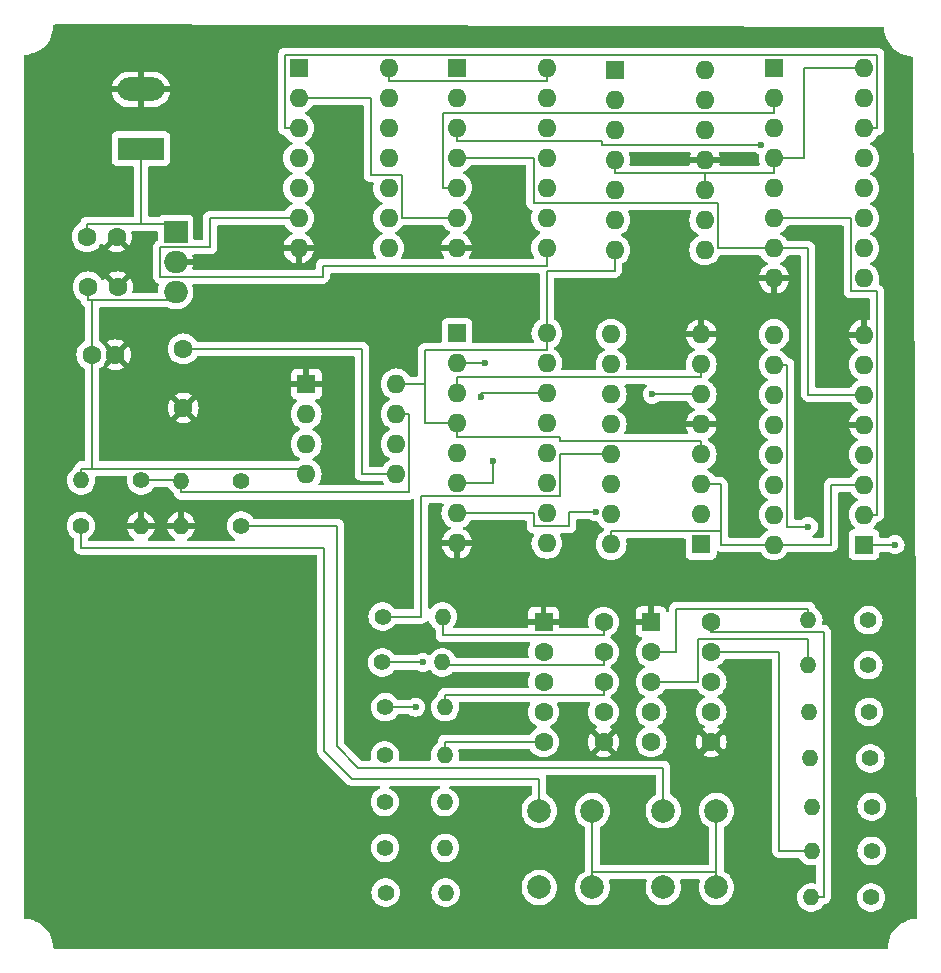
<source format=gbr>
%TF.GenerationSoftware,KiCad,Pcbnew,8.0.2*%
%TF.CreationDate,2024-05-14T22:55:46+03:00*%
%TF.ProjectId,practica,70726163-7469-4636-912e-6b696361645f,rev?*%
%TF.SameCoordinates,Original*%
%TF.FileFunction,Copper,L1,Top*%
%TF.FilePolarity,Positive*%
%FSLAX46Y46*%
G04 Gerber Fmt 4.6, Leading zero omitted, Abs format (unit mm)*
G04 Created by KiCad (PCBNEW 8.0.2) date 2024-05-14 22:55:46*
%MOMM*%
%LPD*%
G01*
G04 APERTURE LIST*
%TA.AperFunction,ComponentPad*%
%ADD10C,1.400000*%
%TD*%
%TA.AperFunction,ComponentPad*%
%ADD11O,1.400000X1.400000*%
%TD*%
%TA.AperFunction,ComponentPad*%
%ADD12C,1.600000*%
%TD*%
%TA.AperFunction,ComponentPad*%
%ADD13R,1.600000X1.600000*%
%TD*%
%TA.AperFunction,ComponentPad*%
%ADD14O,1.600000X1.600000*%
%TD*%
%TA.AperFunction,ComponentPad*%
%ADD15C,2.000000*%
%TD*%
%TA.AperFunction,ComponentPad*%
%ADD16R,2.000000X1.905000*%
%TD*%
%TA.AperFunction,ComponentPad*%
%ADD17O,2.000000X1.905000*%
%TD*%
%TA.AperFunction,ComponentPad*%
%ADD18R,3.960000X1.980000*%
%TD*%
%TA.AperFunction,ComponentPad*%
%ADD19O,3.960000X1.980000*%
%TD*%
%TA.AperFunction,ViaPad*%
%ADD20C,0.600000*%
%TD*%
%TA.AperFunction,Conductor*%
%ADD21C,0.200000*%
%TD*%
G04 APERTURE END LIST*
D10*
%TO.P,R1,1*%
%TO.N,Net-(U6-Qa)*%
X177977800Y-80848200D03*
D11*
%TO.P,R1,2*%
%TO.N,Net-(U5-A)*%
X183057800Y-80848200D03*
%TD*%
D10*
%TO.P,R8,1*%
%TO.N,Net-(U10-Qa)*%
X219329000Y-104622600D03*
D11*
%TO.P,R8,2*%
%TO.N,Net-(U11-A)*%
X214249000Y-104622600D03*
%TD*%
D12*
%TO.P,C4,1*%
%TO.N,GND*%
X155342400Y-58680600D03*
%TO.P,C4,2*%
%TO.N,+5V*%
X153342400Y-58680600D03*
%TD*%
D13*
%TO.P,U2,1,C*%
%TO.N,unconnected-(U2B-C-Pad1)*%
X197622000Y-34564400D03*
D14*
%TO.P,U2,2,~{R}*%
%TO.N,unconnected-(U2B-~{R}-Pad2)*%
X197622000Y-37104400D03*
%TO.P,U2,3,K*%
%TO.N,unconnected-(U2B-K-Pad3)*%
X197622000Y-39644400D03*
%TO.P,U2,4,VCC*%
%TO.N,+5V*%
X197622000Y-42184400D03*
%TO.P,U2,5,C*%
%TO.N,Net-(U2A-C)*%
X197622000Y-44724400D03*
%TO.P,U2,6,~{R}*%
%TO.N,+5V*%
X197622000Y-47264400D03*
%TO.P,U2,7,J*%
X197622000Y-49804400D03*
%TO.P,U2,8,~{Q}*%
%TO.N,unconnected-(U2A-~{Q}-Pad8)*%
X205242000Y-49804400D03*
%TO.P,U2,9,Q*%
%TO.N,Net-(U2A-Q)*%
X205242000Y-47264400D03*
%TO.P,U2,10,K*%
%TO.N,+5V*%
X205242000Y-44724400D03*
%TO.P,U2,11,GND*%
%TO.N,GND*%
X205242000Y-42184400D03*
%TO.P,U2,12,Q*%
%TO.N,unconnected-(U2B-Q-Pad12)*%
X205242000Y-39644400D03*
%TO.P,U2,13,~{Q}*%
%TO.N,unconnected-(U2B-~{Q}-Pad13)*%
X205242000Y-37104400D03*
%TO.P,U2,14,J*%
%TO.N,unconnected-(U2B-J-Pad14)*%
X205242000Y-34564400D03*
%TD*%
D15*
%TO.P,SW2,1,1*%
%TO.N,+5V*%
X206237400Y-97283200D03*
X206237400Y-103783200D03*
%TO.P,SW2,2,2*%
%TO.N,Net-(U2A-C)*%
X201737400Y-97283200D03*
X201737400Y-103783200D03*
%TD*%
D10*
%TO.P,1K,1*%
%TO.N,Net-(R15-Pad1)*%
X152425400Y-73177400D03*
D11*
%TO.P,1K,2*%
%TO.N,GND*%
X157505400Y-73177400D03*
%TD*%
D12*
%TO.P,C2,1*%
%TO.N,Net-(J1-Pin_1)*%
X152953400Y-48691800D03*
%TO.P,C2,2*%
%TO.N,GND*%
X155453400Y-48691800D03*
%TD*%
D10*
%TO.P,10K,1*%
%TO.N,Net-(U9-THR)*%
X165989000Y-69342000D03*
D11*
%TO.P,10K,2*%
%TO.N,Net-(U9-DIS)*%
X160909000Y-69342000D03*
%TD*%
D10*
%TO.P,R5,1*%
%TO.N,Net-(U6-Qe)*%
X178155600Y-96545400D03*
D11*
%TO.P,R5,2*%
%TO.N,Net-(U5-E)*%
X183235600Y-96545400D03*
%TD*%
D10*
%TO.P,R12,1*%
%TO.N,Net-(U10-Qe)*%
X219151200Y-88925400D03*
D11*
%TO.P,R12,2*%
%TO.N,Net-(U11-E)*%
X214071200Y-88925400D03*
%TD*%
D10*
%TO.P,R14,1*%
%TO.N,Net-(U10-Qg)*%
X219100400Y-84963000D03*
D11*
%TO.P,R14,2*%
%TO.N,Net-(U11-G)*%
X214020400Y-84963000D03*
%TD*%
D13*
%TO.P,U4,1*%
%TO.N,Net-(R15-Pad1)*%
X170865800Y-34417000D03*
D14*
%TO.P,U4,2*%
%TO.N,Net-(U7-UP)*%
X170865800Y-36957000D03*
%TO.P,U4,3*%
%TO.N,Net-(U8-CLR)*%
X170865800Y-39497000D03*
%TO.P,U4,4*%
%TO.N,Net-(U7-CLR)*%
X170865800Y-42037000D03*
%TO.P,U4,5*%
%TO.N,Net-(R15-Pad1)*%
X170865800Y-44577000D03*
%TO.P,U4,6*%
%TO.N,Net-(U3-Pad8)*%
X170865800Y-47117000D03*
%TO.P,U4,7,VSS*%
%TO.N,GND*%
X170865800Y-49657000D03*
%TO.P,U4,8*%
%TO.N,unconnected-(U4-Pad8)*%
X178485800Y-49657000D03*
%TO.P,U4,9*%
%TO.N,unconnected-(U4-Pad9)*%
X178485800Y-47117000D03*
%TO.P,U4,10*%
%TO.N,unconnected-(U4-Pad10)*%
X178485800Y-44577000D03*
%TO.P,U4,11*%
%TO.N,unconnected-(U4-Pad11)*%
X178485800Y-42037000D03*
%TO.P,U4,12*%
%TO.N,unconnected-(U4-Pad12)*%
X178485800Y-39497000D03*
%TO.P,U4,13*%
%TO.N,unconnected-(U4-Pad13)*%
X178485800Y-36957000D03*
%TO.P,U4,14,VDD*%
%TO.N,+5V*%
X178485800Y-34417000D03*
%TD*%
D13*
%TO.P,U7,1,B*%
%TO.N,unconnected-(U7-B-Pad1)*%
X184261600Y-56860200D03*
D14*
%TO.P,U7,2,QB*%
%TO.N,Net-(U6-DB)*%
X184261600Y-59400200D03*
%TO.P,U7,3,QA*%
%TO.N,Net-(U6-DA)*%
X184261600Y-61940200D03*
%TO.P,U7,4,DOWN*%
%TO.N,+5V*%
X184261600Y-64480200D03*
%TO.P,U7,5,UP*%
%TO.N,Net-(U7-UP)*%
X184261600Y-67020200D03*
%TO.P,U7,6,QC*%
%TO.N,Net-(U6-DC)*%
X184261600Y-69560200D03*
%TO.P,U7,7,QD*%
%TO.N,Net-(U6-DD)*%
X184261600Y-72100200D03*
%TO.P,U7,8,GND*%
%TO.N,GND*%
X184261600Y-74640200D03*
%TO.P,U7,9,D*%
%TO.N,unconnected-(U7-D-Pad9)*%
X191881600Y-74640200D03*
%TO.P,U7,10,C*%
%TO.N,unconnected-(U7-C-Pad10)*%
X191881600Y-72100200D03*
%TO.P,U7,11,~{LOAD}*%
%TO.N,unconnected-(U7-~{LOAD}-Pad11)*%
X191881600Y-69560200D03*
%TO.P,U7,12,~{CO}*%
%TO.N,unconnected-(U7-~{CO}-Pad12)*%
X191881600Y-67020200D03*
%TO.P,U7,13,~{BO}*%
%TO.N,unconnected-(U7-~{BO}-Pad13)*%
X191881600Y-64480200D03*
%TO.P,U7,14,CLR*%
%TO.N,Net-(U7-CLR)*%
X191881600Y-61940200D03*
%TO.P,U7,15,A*%
%TO.N,unconnected-(U7-A-Pad15)*%
X191881600Y-59400200D03*
%TO.P,U7,16,VCC*%
%TO.N,+5V*%
X191881600Y-56860200D03*
%TD*%
D11*
%TO.P,1K,2*%
%TO.N,GND*%
X160909000Y-73152000D03*
D10*
%TO.P,1K,1*%
%TO.N,Net-(U2A-C)*%
X165989000Y-73152000D03*
%TD*%
%TO.P,R4,1*%
%TO.N,Net-(U6-Qd)*%
X178155600Y-92608400D03*
D11*
%TO.P,R4,2*%
%TO.N,Net-(U5-D)*%
X183235600Y-92608400D03*
%TD*%
D16*
%TO.P,U1,1,IN*%
%TO.N,Net-(J1-Pin_1)*%
X160451800Y-48285400D03*
D17*
%TO.P,U1,2,GND*%
%TO.N,GND*%
X160451800Y-50825400D03*
%TO.P,U1,3,OUT*%
%TO.N,+5V*%
X160451800Y-53365400D03*
%TD*%
D13*
%TO.P,U10,1,DB*%
%TO.N,Net-(U10-DB)*%
X218734800Y-74762600D03*
D14*
%TO.P,U10,2,DC*%
%TO.N,Net-(U10-DC)*%
X218734800Y-72222600D03*
%TO.P,U10,3,~{LT}*%
%TO.N,+5V*%
X218734800Y-69682600D03*
%TO.P,U10,4,~{BI}*%
X218734800Y-67142600D03*
%TO.P,U10,5,~{EL}*%
%TO.N,GND*%
X218734800Y-64602600D03*
%TO.P,U10,6,DD*%
%TO.N,Net-(U10-DD)*%
X218734800Y-62062600D03*
%TO.P,U10,7,DA*%
%TO.N,Net-(U10-DA)*%
X218734800Y-59522600D03*
%TO.P,U10,8,Vss*%
%TO.N,GND*%
X218734800Y-56982600D03*
%TO.P,U10,9,Qe*%
%TO.N,Net-(U10-Qe)*%
X211114800Y-56982600D03*
%TO.P,U10,10,Qd*%
%TO.N,Net-(U10-Qd)*%
X211114800Y-59522600D03*
%TO.P,U10,11,Qc*%
%TO.N,Net-(U10-Qc)*%
X211114800Y-62062600D03*
%TO.P,U10,12,Qb*%
%TO.N,Net-(U10-Qb)*%
X211114800Y-64602600D03*
%TO.P,U10,13,Qa*%
%TO.N,Net-(U10-Qa)*%
X211114800Y-67142600D03*
%TO.P,U10,14,Qg*%
%TO.N,Net-(U10-Qg)*%
X211114800Y-69682600D03*
%TO.P,U10,15,Qf*%
%TO.N,Net-(U10-Qf)*%
X211114800Y-72222600D03*
%TO.P,U10,16,Vdd*%
%TO.N,+5V*%
X211114800Y-74762600D03*
%TD*%
D12*
%TO.P,C1,1*%
%TO.N,+5V*%
X153029600Y-52933600D03*
%TO.P,C1,2*%
%TO.N,GND*%
X155529600Y-52933600D03*
%TD*%
D10*
%TO.P,R10,1*%
%TO.N,Net-(U10-Qc)*%
X219379800Y-96951800D03*
D11*
%TO.P,R10,2*%
%TO.N,Net-(U11-C)*%
X214299800Y-96951800D03*
%TD*%
D13*
%TO.P,U9,1,GND*%
%TO.N,GND*%
X171510800Y-61147800D03*
D14*
%TO.P,U9,2,TR*%
%TO.N,Net-(U9-THR)*%
X171510800Y-63687800D03*
%TO.P,U9,3,Q*%
%TO.N,Net-(U9-Q)*%
X171510800Y-66227800D03*
%TO.P,U9,4,R*%
%TO.N,+5V*%
X171510800Y-68767800D03*
%TO.P,U9,5,CV*%
%TO.N,Net-(U9-CV)*%
X179130800Y-68767800D03*
%TO.P,U9,6,THR*%
%TO.N,Net-(U9-THR)*%
X179130800Y-66227800D03*
%TO.P,U9,7,DIS*%
%TO.N,Net-(U9-DIS)*%
X179130800Y-63687800D03*
%TO.P,U9,8,VCC*%
%TO.N,+5V*%
X179130800Y-61147800D03*
%TD*%
D13*
%TO.P,U11,1,CC*%
%TO.N,GND*%
X200707100Y-81291700D03*
D12*
%TO.P,U11,2,F*%
%TO.N,Net-(U11-F)*%
X200707100Y-83831700D03*
%TO.P,U11,3,G*%
%TO.N,Net-(U11-G)*%
X200707100Y-86371700D03*
%TO.P,U11,4,E*%
%TO.N,Net-(U11-E)*%
X200707100Y-88911700D03*
%TO.P,U11,5,D*%
%TO.N,Net-(U11-D)*%
X200707100Y-91451700D03*
%TO.P,U11,6,CC*%
%TO.N,GND*%
X205787100Y-91451700D03*
%TO.P,U11,7,DP*%
%TO.N,unconnected-(U11-DP-Pad7)*%
X205787100Y-88911700D03*
%TO.P,U11,8,C*%
%TO.N,Net-(U11-C)*%
X205787100Y-86371700D03*
%TO.P,U11,9,B*%
%TO.N,Net-(U11-B)*%
X205787100Y-83831700D03*
%TO.P,U11,10,A*%
%TO.N,Net-(U11-A)*%
X205787100Y-81291700D03*
%TD*%
D10*
%TO.P,R11,1*%
%TO.N,Net-(U10-Qd)*%
X219278200Y-92862400D03*
D11*
%TO.P,R11,2*%
%TO.N,Net-(U11-D)*%
X214198200Y-92862400D03*
%TD*%
D10*
%TO.P,R2,1*%
%TO.N,Net-(U6-Qb)*%
X177952400Y-84734400D03*
D11*
%TO.P,R2,2*%
%TO.N,Net-(U5-B)*%
X183032400Y-84734400D03*
%TD*%
D12*
%TO.P,C3,1*%
%TO.N,GND*%
X161096400Y-63187200D03*
%TO.P,C3,2*%
%TO.N,Net-(U9-CV)*%
X161096400Y-58187200D03*
%TD*%
D10*
%TO.P,R13,1*%
%TO.N,Net-(U10-Qf)*%
X219100400Y-81153000D03*
D11*
%TO.P,R13,2*%
%TO.N,Net-(U11-F)*%
X214020400Y-81153000D03*
%TD*%
D10*
%TO.P,R9,1*%
%TO.N,Net-(U10-Qb)*%
X219379800Y-100685600D03*
D11*
%TO.P,R9,2*%
%TO.N,Net-(U11-B)*%
X214299800Y-100685600D03*
%TD*%
D10*
%TO.P,R3,1*%
%TO.N,Net-(U6-Qc)*%
X178181000Y-88519000D03*
D11*
%TO.P,R3,2*%
%TO.N,Net-(U5-C)*%
X183261000Y-88519000D03*
%TD*%
D18*
%TO.P,J1,1,Pin_1*%
%TO.N,Net-(J1-Pin_1)*%
X157505400Y-41220400D03*
D19*
%TO.P,J1,2,Pin_2*%
%TO.N,GND*%
X157505400Y-36220400D03*
%TD*%
D10*
%TO.P,R6,1*%
%TO.N,Net-(U6-Qf)*%
X178181000Y-100431600D03*
D11*
%TO.P,R6,2*%
%TO.N,Net-(U5-F)*%
X183261000Y-100431600D03*
%TD*%
D13*
%TO.P,U3,1*%
%TO.N,Net-(U2A-Q)*%
X184236200Y-34386600D03*
D14*
%TO.P,U3,2*%
%TO.N,Net-(U9-Q)*%
X184236200Y-36926600D03*
%TO.P,U3,3*%
%TO.N,Net-(U8-UP)*%
X184236200Y-39466600D03*
%TO.P,U3,4*%
%TO.N,Net-(U10-DD)*%
X184236200Y-42006600D03*
%TO.P,U3,5*%
%TO.N,Net-(U10-DB)*%
X184236200Y-44546600D03*
%TO.P,U3,6*%
%TO.N,Net-(U7-UP)*%
X184236200Y-47086600D03*
%TO.P,U3,7,GND*%
%TO.N,GND*%
X184236200Y-49626600D03*
%TO.P,U3,8*%
%TO.N,Net-(U3-Pad8)*%
X191856200Y-49626600D03*
%TO.P,U3,9*%
%TO.N,Net-(U6-DC)*%
X191856200Y-47086600D03*
%TO.P,U3,10*%
%TO.N,Net-(U6-DB)*%
X191856200Y-44546600D03*
%TO.P,U3,11*%
%TO.N,unconnected-(U3-Pad11)*%
X191856200Y-42006600D03*
%TO.P,U3,12*%
%TO.N,unconnected-(U3-Pad12)*%
X191856200Y-39466600D03*
%TO.P,U3,13*%
%TO.N,unconnected-(U3-Pad13)*%
X191856200Y-36926600D03*
%TO.P,U3,14,VCC*%
%TO.N,+5V*%
X191856200Y-34386600D03*
%TD*%
D10*
%TO.P,R7,1*%
%TO.N,Net-(U6-Qg)*%
X178231800Y-104216200D03*
D11*
%TO.P,R7,2*%
%TO.N,Net-(U5-G)*%
X183311800Y-104216200D03*
%TD*%
D10*
%TO.P,300,1*%
%TO.N,Net-(U9-DIS)*%
X157530800Y-69316600D03*
D11*
%TO.P,300,2*%
%TO.N,+5V*%
X152450800Y-69316600D03*
%TD*%
D13*
%TO.P,U6,1,DB*%
%TO.N,Net-(U6-DB)*%
X204942600Y-74737200D03*
D14*
%TO.P,U6,2,DC*%
%TO.N,Net-(U6-DC)*%
X204942600Y-72197200D03*
%TO.P,U6,3,~{LT}*%
%TO.N,+5V*%
X204942600Y-69657200D03*
%TO.P,U6,4,~{BI}*%
X204942600Y-67117200D03*
%TO.P,U6,5,~{EL}*%
%TO.N,GND*%
X204942600Y-64577200D03*
%TO.P,U6,6,DD*%
%TO.N,Net-(U6-DD)*%
X204942600Y-62037200D03*
%TO.P,U6,7,DA*%
%TO.N,Net-(U6-DA)*%
X204942600Y-59497200D03*
%TO.P,U6,8,Vss*%
%TO.N,GND*%
X204942600Y-56957200D03*
%TO.P,U6,9,Qe*%
%TO.N,Net-(U6-Qe)*%
X197322600Y-56957200D03*
%TO.P,U6,10,Qd*%
%TO.N,Net-(U6-Qd)*%
X197322600Y-59497200D03*
%TO.P,U6,11,Qc*%
%TO.N,Net-(U6-Qc)*%
X197322600Y-62037200D03*
%TO.P,U6,12,Qb*%
%TO.N,Net-(U6-Qb)*%
X197322600Y-64577200D03*
%TO.P,U6,13,Qa*%
%TO.N,Net-(U6-Qa)*%
X197322600Y-67117200D03*
%TO.P,U6,14,Qg*%
%TO.N,Net-(U6-Qg)*%
X197322600Y-69657200D03*
%TO.P,U6,15,Qf*%
%TO.N,Net-(U6-Qf)*%
X197322600Y-72197200D03*
%TO.P,U6,16,Vdd*%
%TO.N,+5V*%
X197322600Y-74737200D03*
%TD*%
D13*
%TO.P,U5,1,CC*%
%TO.N,GND*%
X191594600Y-81309200D03*
D12*
%TO.P,U5,2,F*%
%TO.N,Net-(U5-F)*%
X191594600Y-83849200D03*
%TO.P,U5,3,G*%
%TO.N,Net-(U5-G)*%
X191594600Y-86389200D03*
%TO.P,U5,4,E*%
%TO.N,Net-(U5-E)*%
X191594600Y-88929200D03*
%TO.P,U5,5,D*%
%TO.N,Net-(U5-D)*%
X191594600Y-91469200D03*
%TO.P,U5,6,CC*%
%TO.N,GND*%
X196674600Y-91469200D03*
%TO.P,U5,7,DP*%
%TO.N,unconnected-(U5-DP-Pad7)*%
X196674600Y-88929200D03*
%TO.P,U5,8,C*%
%TO.N,Net-(U5-C)*%
X196674600Y-86389200D03*
%TO.P,U5,9,B*%
%TO.N,Net-(U5-B)*%
X196674600Y-83849200D03*
%TO.P,U5,10,A*%
%TO.N,Net-(U5-A)*%
X196674600Y-81309200D03*
%TD*%
D15*
%TO.P,SW1,1,1*%
%TO.N,+5V*%
X195737400Y-97283200D03*
X195737400Y-103783200D03*
%TO.P,SW1,2,2*%
%TO.N,Net-(R15-Pad1)*%
X191237400Y-97283200D03*
X191237400Y-103783200D03*
%TD*%
D13*
%TO.P,U8,1,B*%
%TO.N,unconnected-(U8-B-Pad1)*%
X211109400Y-34432000D03*
D14*
%TO.P,U8,2,QB*%
%TO.N,Net-(U10-DB)*%
X211109400Y-36972000D03*
%TO.P,U8,3,QA*%
%TO.N,Net-(U10-DA)*%
X211109400Y-39512000D03*
%TO.P,U8,4,DOWN*%
%TO.N,+5V*%
X211109400Y-42052000D03*
%TO.P,U8,5,UP*%
%TO.N,Net-(U8-UP)*%
X211109400Y-44592000D03*
%TO.P,U8,6,QC*%
%TO.N,Net-(U10-DC)*%
X211109400Y-47132000D03*
%TO.P,U8,7,QD*%
%TO.N,Net-(U10-DD)*%
X211109400Y-49672000D03*
%TO.P,U8,8,GND*%
%TO.N,GND*%
X211109400Y-52212000D03*
%TO.P,U8,9,D*%
%TO.N,unconnected-(U8-D-Pad9)*%
X218729400Y-52212000D03*
%TO.P,U8,10,C*%
%TO.N,unconnected-(U8-C-Pad10)*%
X218729400Y-49672000D03*
%TO.P,U8,11,~{LOAD}*%
%TO.N,unconnected-(U8-~{LOAD}-Pad11)*%
X218729400Y-47132000D03*
%TO.P,U8,12,~{CO}*%
%TO.N,unconnected-(U8-~{CO}-Pad12)*%
X218729400Y-44592000D03*
%TO.P,U8,13,~{BO}*%
%TO.N,unconnected-(U8-~{BO}-Pad13)*%
X218729400Y-42052000D03*
%TO.P,U8,14,CLR*%
%TO.N,Net-(U8-CLR)*%
X218729400Y-39512000D03*
%TO.P,U8,15,A*%
%TO.N,unconnected-(U8-A-Pad15)*%
X218729400Y-36972000D03*
%TO.P,U8,16,VCC*%
%TO.N,+5V*%
X218729400Y-34432000D03*
%TD*%
D20*
%TO.N,GND*%
X175310800Y-49911000D03*
X175412400Y-52298600D03*
X181991000Y-52273200D03*
X181991000Y-49961800D03*
%TO.N,Net-(U6-Qb)*%
X181364800Y-84734400D03*
%TO.N,Net-(U6-Qc)*%
X180763100Y-88519000D03*
%TO.N,Net-(U10-Qd)*%
X214015600Y-73234700D03*
%TO.N,Net-(U8-UP)*%
X210007700Y-40906400D03*
%TO.N,Net-(U10-DB)*%
X221358900Y-74762600D03*
%TO.N,Net-(U6-DC)*%
X187316200Y-67706000D03*
%TO.N,Net-(U6-DB)*%
X186672300Y-59400200D03*
%TO.N,Net-(U7-CLR)*%
X186339800Y-62270500D03*
%TO.N,Net-(U6-DD)*%
X195997800Y-71981500D03*
X200801500Y-62037200D03*
%TD*%
D21*
%TO.N,Net-(R15-Pad1)*%
X175387000Y-94589600D02*
X191237400Y-94589600D01*
X173050200Y-92252800D02*
X175387000Y-94589600D01*
X173050200Y-75031600D02*
X173050200Y-92252800D01*
X152476200Y-75031600D02*
X173050200Y-75031600D01*
X191237400Y-94589600D02*
X191237400Y-97283200D01*
X152425400Y-73177400D02*
X152425400Y-74980800D01*
X152425400Y-74980800D02*
X152476200Y-75031600D01*
%TO.N,Net-(U2A-C)*%
X201737400Y-93637400D02*
X201737400Y-97283200D01*
X174117000Y-91846400D02*
X175908000Y-93637400D01*
X174117000Y-73152000D02*
X174117000Y-91846400D01*
X175908000Y-93637400D02*
X201737400Y-93637400D01*
X165989000Y-73152000D02*
X174117000Y-73152000D01*
%TO.N,+5V*%
X153029600Y-52933600D02*
X153029600Y-54035300D01*
X181527100Y-61147800D02*
X181527100Y-58298500D01*
X206237400Y-102481500D02*
X206237400Y-97283200D01*
X153342400Y-68314900D02*
X171510800Y-68314900D01*
X218729400Y-34432000D02*
X213614400Y-34432000D01*
X215962000Y-74762600D02*
X215962000Y-69682600D01*
X153342400Y-58680600D02*
X153342400Y-54035300D01*
X192981800Y-66015500D02*
X204942600Y-66015500D01*
X181527100Y-58298500D02*
X191881600Y-58298500D01*
X178485800Y-35488300D02*
X178485800Y-34417000D01*
X195737400Y-102481500D02*
X206237400Y-102481500D01*
X206604700Y-73629100D02*
X206604700Y-74762600D01*
X184261600Y-64480200D02*
X184261600Y-65677400D01*
X153029600Y-54035300D02*
X153342400Y-54035300D01*
X206604700Y-69657200D02*
X204942600Y-69657200D01*
X191881600Y-56860200D02*
X191881600Y-51560600D01*
X213614400Y-42052000D02*
X211109400Y-42052000D01*
X160451800Y-54035300D02*
X160451800Y-53365400D01*
X206604700Y-74762600D02*
X211114800Y-74762600D01*
X197622000Y-42184400D02*
X197622000Y-43286100D01*
X206604700Y-73629100D02*
X206604700Y-69657200D01*
X181527100Y-64480200D02*
X184261600Y-64480200D01*
X192981800Y-65677400D02*
X192981800Y-66015500D01*
X152450800Y-68314900D02*
X153342400Y-68314900D01*
X195737400Y-103783200D02*
X195737400Y-102481500D01*
X191881600Y-58298500D02*
X191881600Y-56860200D01*
X197322600Y-73629100D02*
X206604700Y-73629100D01*
X205242000Y-43286100D02*
X211109400Y-43286100D01*
X197322600Y-74737200D02*
X197322600Y-73629100D01*
X191856200Y-34386600D02*
X191856200Y-35488300D01*
X184261600Y-65677400D02*
X192981800Y-65677400D01*
X197622000Y-43286100D02*
X205242000Y-43286100D01*
X191856200Y-35488300D02*
X178485800Y-35488300D01*
X215962000Y-69682600D02*
X218734800Y-69682600D01*
X191881600Y-51560600D02*
X197622000Y-51560600D01*
X181527100Y-61147800D02*
X181527100Y-64480200D01*
X179130800Y-61147800D02*
X181527100Y-61147800D01*
X205242000Y-44724400D02*
X205242000Y-43286100D01*
X195737400Y-102481500D02*
X195737400Y-97283200D01*
X211109400Y-43286100D02*
X211109400Y-42052000D01*
X213614400Y-34432000D02*
X213614400Y-42052000D01*
X153342400Y-68314900D02*
X153342400Y-58680600D01*
X206237400Y-102481500D02*
X206237400Y-103783200D01*
X153342400Y-54035300D02*
X160451800Y-54035300D01*
X197622000Y-51560600D02*
X197622000Y-49804400D01*
X171510800Y-68314900D02*
X171510800Y-68767800D01*
X152450800Y-69316600D02*
X152450800Y-68314900D01*
X204942600Y-66015500D02*
X204942600Y-67117200D01*
X211114800Y-74762600D02*
X215962000Y-74762600D01*
%TO.N,Net-(J1-Pin_1)*%
X157505400Y-41220400D02*
X157505400Y-47590100D01*
X160451800Y-47590100D02*
X157505400Y-47590100D01*
X160451800Y-48285400D02*
X160451800Y-47590100D01*
X152953400Y-47590100D02*
X152953400Y-48691800D01*
X157505400Y-47590100D02*
X152953400Y-47590100D01*
%TO.N,Net-(U9-CV)*%
X161096400Y-58187200D02*
X176224100Y-58187200D01*
X176224100Y-58187200D02*
X176224100Y-68767800D01*
X176224100Y-68767800D02*
X179130800Y-68767800D01*
%TO.N,Net-(U6-Qa)*%
X192983300Y-70663400D02*
X192983300Y-67117200D01*
X177977800Y-80848200D02*
X181254000Y-80848200D01*
X192983300Y-67117200D02*
X197322600Y-67117200D01*
X181254000Y-80848200D02*
X181254000Y-70663400D01*
X181254000Y-70663400D02*
X192983300Y-70663400D01*
%TO.N,Net-(U5-A)*%
X196674600Y-82410900D02*
X183057800Y-82410900D01*
X183057800Y-82410900D02*
X183057800Y-80848200D01*
X196674600Y-81309200D02*
X196674600Y-82410900D01*
%TO.N,Net-(U5-B)*%
X183032400Y-84950900D02*
X183032400Y-84734400D01*
X196674600Y-83849200D02*
X196674600Y-84950900D01*
X196674600Y-84950900D02*
X183032400Y-84950900D01*
%TO.N,Net-(U6-Qb)*%
X177952400Y-84734400D02*
X181364800Y-84734400D01*
%TO.N,Net-(U5-C)*%
X196674600Y-87490900D02*
X183261000Y-87490900D01*
X196674600Y-86389200D02*
X196674600Y-87490900D01*
X183261000Y-87490900D02*
X183261000Y-88519000D01*
%TO.N,Net-(U6-Qc)*%
X178181000Y-88519000D02*
X180763100Y-88519000D01*
%TO.N,Net-(U5-D)*%
X191594600Y-91469200D02*
X183235600Y-91469200D01*
X183235600Y-91469200D02*
X183235600Y-92608400D01*
%TO.N,Net-(U11-A)*%
X215301500Y-104622600D02*
X214249000Y-104622600D01*
X215301500Y-82154700D02*
X215301500Y-104622600D01*
X205787100Y-81291700D02*
X205787100Y-82154700D01*
X205787100Y-82154700D02*
X215301500Y-82154700D01*
%TO.N,Net-(U11-B)*%
X211565500Y-83831700D02*
X211565500Y-100685600D01*
X205787100Y-83831700D02*
X211565500Y-83831700D01*
X211565500Y-100685600D02*
X214299800Y-100685600D01*
%TO.N,Net-(U10-Qd)*%
X212216500Y-59522600D02*
X212216500Y-73234700D01*
X211114800Y-59522600D02*
X212216500Y-59522600D01*
X212216500Y-73234700D02*
X214015600Y-73234700D01*
%TO.N,Net-(U11-F)*%
X202845400Y-80190000D02*
X202845400Y-83831700D01*
X214020400Y-80190000D02*
X202845400Y-80190000D01*
X214020400Y-81153000D02*
X214020400Y-80190000D01*
X202845400Y-83831700D02*
X200707100Y-83831700D01*
%TO.N,Net-(U11-G)*%
X204685400Y-82730000D02*
X214020400Y-82730000D01*
X204685400Y-86371700D02*
X204685400Y-82730000D01*
X200707100Y-86371700D02*
X204685400Y-86371700D01*
X214020400Y-82730000D02*
X214020400Y-84963000D01*
%TO.N,Net-(U8-UP)*%
X196521800Y-40568300D02*
X196521800Y-40906400D01*
X184236200Y-40568300D02*
X196521800Y-40568300D01*
X196521800Y-40906400D02*
X210007700Y-40906400D01*
X184236200Y-39466600D02*
X184236200Y-40568300D01*
%TO.N,Net-(U9-DIS)*%
X157530800Y-69316600D02*
X160909000Y-69316600D01*
X180232500Y-63687800D02*
X180232500Y-69860000D01*
X179130800Y-63687800D02*
X180232500Y-63687800D01*
X180232500Y-69860000D02*
X180231000Y-69860000D01*
X180231000Y-70343700D02*
X160909000Y-70343700D01*
X160909000Y-70343700D02*
X160909000Y-69342000D01*
X160909000Y-69316600D02*
X160909000Y-69342000D01*
X180231000Y-69860000D02*
X180231000Y-70343700D01*
%TO.N,Net-(U3-Pad8)*%
X191856200Y-49626600D02*
X191856200Y-51158900D01*
X172893400Y-51158900D02*
X172893400Y-52079600D01*
X159150100Y-52079600D02*
X159150100Y-49571200D01*
X163354700Y-47117000D02*
X170865800Y-47117000D01*
X159150100Y-49571200D02*
X163354700Y-49571200D01*
X191856200Y-51158900D02*
X172893400Y-51158900D01*
X172893400Y-52079600D02*
X159150100Y-52079600D01*
X163354700Y-49571200D02*
X163354700Y-47117000D01*
%TO.N,Net-(U10-DB)*%
X183066200Y-38206100D02*
X183066200Y-44546600D01*
X218734800Y-74762600D02*
X221358900Y-74762600D01*
X211109400Y-36972000D02*
X211109400Y-38206100D01*
X211109400Y-38206100D02*
X183066200Y-38206100D01*
X183066200Y-44546600D02*
X184236200Y-44546600D01*
%TO.N,Net-(U10-DD)*%
X190754500Y-45826100D02*
X206343700Y-45826100D01*
X184236200Y-42006600D02*
X190754500Y-42006600D01*
X206343700Y-49672000D02*
X211109400Y-49672000D01*
X211109400Y-49672000D02*
X214016100Y-49672000D01*
X190754500Y-42006600D02*
X190754500Y-45826100D01*
X214016100Y-62062600D02*
X218734800Y-62062600D01*
X206343700Y-45826100D02*
X206343700Y-49672000D01*
X214016100Y-49672000D02*
X214016100Y-62062600D01*
%TO.N,Net-(U7-UP)*%
X179587500Y-43475300D02*
X179587500Y-47086600D01*
X176982400Y-43475300D02*
X179587500Y-43475300D01*
X176982400Y-36957000D02*
X176982400Y-43475300D01*
X170865800Y-36957000D02*
X176982400Y-36957000D01*
X179587500Y-47086600D02*
X184236200Y-47086600D01*
%TO.N,Net-(U6-DC)*%
X187316200Y-69560200D02*
X187316200Y-67706000D01*
X184261600Y-69560200D02*
X187316200Y-69560200D01*
%TO.N,Net-(U6-DB)*%
X184261600Y-59400200D02*
X186672300Y-59400200D01*
%TO.N,Net-(U8-CLR)*%
X169721800Y-39497000D02*
X169721800Y-33284900D01*
X170865800Y-39497000D02*
X169721800Y-39497000D01*
X219831100Y-33284900D02*
X219831100Y-39512000D01*
X169721800Y-33284900D02*
X219831100Y-33284900D01*
X219831100Y-39512000D02*
X218729400Y-39512000D01*
%TO.N,Net-(U7-CLR)*%
X191881600Y-61940200D02*
X186339800Y-61940200D01*
X186339800Y-61940200D02*
X186339800Y-62270500D01*
%TO.N,Net-(U6-DD)*%
X193757800Y-71981500D02*
X193757800Y-73201900D01*
X195997800Y-71981500D02*
X193757800Y-71981500D01*
X190779900Y-72100200D02*
X184261600Y-72100200D01*
X204942600Y-62037200D02*
X200801500Y-62037200D01*
X193757800Y-73201900D02*
X190779900Y-73201900D01*
X190779900Y-73201900D02*
X190779900Y-72100200D01*
%TO.N,Net-(U6-DA)*%
X204942600Y-60598900D02*
X204942600Y-59497200D01*
X184261600Y-61940200D02*
X184261600Y-60598900D01*
X184261600Y-60598900D02*
X204942600Y-60598900D01*
%TO.N,Net-(U10-DC)*%
X219836500Y-53313700D02*
X217627700Y-53313700D01*
X217627700Y-47132000D02*
X211109400Y-47132000D01*
X219836500Y-72222600D02*
X219836500Y-53313700D01*
X217627700Y-53313700D02*
X217627700Y-47132000D01*
X218734800Y-72222600D02*
X219836500Y-72222600D01*
%TD*%
%TA.AperFunction,Conductor*%
%TO.N,GND*%
G36*
X204070545Y-46446285D02*
G01*
X204116300Y-46499089D01*
X204126244Y-46568247D01*
X204113026Y-46606436D01*
X204113720Y-46606760D01*
X204111432Y-46611664D01*
X204111432Y-46611666D01*
X204098172Y-46640102D01*
X204015261Y-46817902D01*
X204015258Y-46817911D01*
X203956366Y-47037702D01*
X203956364Y-47037713D01*
X203936532Y-47264398D01*
X203936532Y-47264401D01*
X203956364Y-47491086D01*
X203956366Y-47491097D01*
X204015258Y-47710888D01*
X204015261Y-47710897D01*
X204111431Y-47917132D01*
X204111432Y-47917134D01*
X204241954Y-48103541D01*
X204402858Y-48264445D01*
X204441925Y-48291800D01*
X204589266Y-48394968D01*
X204647275Y-48422018D01*
X204699714Y-48468191D01*
X204718866Y-48535384D01*
X204698650Y-48602265D01*
X204647275Y-48646782D01*
X204589267Y-48673831D01*
X204589265Y-48673832D01*
X204402858Y-48804354D01*
X204241954Y-48965258D01*
X204111432Y-49151665D01*
X204111431Y-49151667D01*
X204015261Y-49357902D01*
X204015258Y-49357911D01*
X203956366Y-49577702D01*
X203956364Y-49577713D01*
X203936532Y-49804398D01*
X203936532Y-49804401D01*
X203956364Y-50031086D01*
X203956366Y-50031097D01*
X204015258Y-50250888D01*
X204015261Y-50250897D01*
X204111431Y-50457132D01*
X204111432Y-50457134D01*
X204241954Y-50643541D01*
X204402858Y-50804445D01*
X204402861Y-50804447D01*
X204589266Y-50934968D01*
X204795504Y-51031139D01*
X205015308Y-51090035D01*
X205177230Y-51104201D01*
X205241998Y-51109868D01*
X205242000Y-51109868D01*
X205242002Y-51109868D01*
X205298673Y-51104909D01*
X205468692Y-51090035D01*
X205688496Y-51031139D01*
X205894734Y-50934968D01*
X206081139Y-50804447D01*
X206242047Y-50643539D01*
X206372568Y-50457134D01*
X206425279Y-50344094D01*
X206471451Y-50291656D01*
X206537661Y-50272500D01*
X209877708Y-50272500D01*
X209944747Y-50292185D01*
X209979280Y-50325374D01*
X210029083Y-50396500D01*
X210109354Y-50511141D01*
X210270258Y-50672045D01*
X210279307Y-50678381D01*
X210456666Y-50802568D01*
X210515265Y-50829893D01*
X210567705Y-50876065D01*
X210586857Y-50943258D01*
X210566642Y-51010139D01*
X210515267Y-51054657D01*
X210456915Y-51081867D01*
X210270579Y-51212342D01*
X210109742Y-51373179D01*
X209979265Y-51559517D01*
X209883134Y-51765673D01*
X209883130Y-51765682D01*
X209830527Y-51961999D01*
X209830528Y-51962000D01*
X210793714Y-51962000D01*
X210789320Y-51966394D01*
X210736659Y-52057606D01*
X210709400Y-52159339D01*
X210709400Y-52264661D01*
X210736659Y-52366394D01*
X210789320Y-52457606D01*
X210793714Y-52462000D01*
X209830528Y-52462000D01*
X209883130Y-52658317D01*
X209883134Y-52658326D01*
X209979265Y-52864482D01*
X210109742Y-53050820D01*
X210270579Y-53211657D01*
X210456917Y-53342134D01*
X210663073Y-53438265D01*
X210663082Y-53438269D01*
X210859399Y-53490872D01*
X210859400Y-53490871D01*
X210859400Y-52527686D01*
X210863794Y-52532080D01*
X210955006Y-52584741D01*
X211056739Y-52612000D01*
X211162061Y-52612000D01*
X211263794Y-52584741D01*
X211355006Y-52532080D01*
X211359400Y-52527686D01*
X211359400Y-53490872D01*
X211555717Y-53438269D01*
X211555726Y-53438265D01*
X211761882Y-53342134D01*
X211948220Y-53211657D01*
X212109057Y-53050820D01*
X212239534Y-52864482D01*
X212335665Y-52658326D01*
X212335669Y-52658317D01*
X212388272Y-52462000D01*
X211425086Y-52462000D01*
X211429480Y-52457606D01*
X211482141Y-52366394D01*
X211509400Y-52264661D01*
X211509400Y-52159339D01*
X211482141Y-52057606D01*
X211429480Y-51966394D01*
X211425086Y-51962000D01*
X212388272Y-51962000D01*
X212388272Y-51961999D01*
X212335669Y-51765682D01*
X212335665Y-51765673D01*
X212239534Y-51559517D01*
X212109057Y-51373179D01*
X211948220Y-51212342D01*
X211761882Y-51081865D01*
X211703533Y-51054657D01*
X211651094Y-51008484D01*
X211631942Y-50941291D01*
X211652158Y-50874410D01*
X211703529Y-50829895D01*
X211762134Y-50802568D01*
X211948539Y-50672047D01*
X212109447Y-50511139D01*
X212239518Y-50325375D01*
X212294093Y-50281752D01*
X212341092Y-50272500D01*
X213291600Y-50272500D01*
X213358639Y-50292185D01*
X213404394Y-50344989D01*
X213415600Y-50396500D01*
X213415600Y-62141657D01*
X213452232Y-62278367D01*
X213456523Y-62294383D01*
X213456526Y-62294390D01*
X213535575Y-62431309D01*
X213535579Y-62431314D01*
X213535580Y-62431316D01*
X213647384Y-62543120D01*
X213647386Y-62543121D01*
X213647390Y-62543124D01*
X213778808Y-62618997D01*
X213784316Y-62622177D01*
X213937043Y-62663100D01*
X214095157Y-62663100D01*
X217503108Y-62663100D01*
X217570147Y-62682785D01*
X217604680Y-62715974D01*
X217679317Y-62822568D01*
X217734754Y-62901741D01*
X217895658Y-63062645D01*
X217895661Y-63062647D01*
X218082066Y-63193168D01*
X218140665Y-63220493D01*
X218193105Y-63266665D01*
X218212257Y-63333858D01*
X218192042Y-63400739D01*
X218140667Y-63445257D01*
X218082315Y-63472467D01*
X217895979Y-63602942D01*
X217735142Y-63763779D01*
X217604665Y-63950117D01*
X217508534Y-64156273D01*
X217508530Y-64156282D01*
X217455927Y-64352599D01*
X217455928Y-64352600D01*
X218419114Y-64352600D01*
X218414720Y-64356994D01*
X218362059Y-64448206D01*
X218334800Y-64549939D01*
X218334800Y-64655261D01*
X218362059Y-64756994D01*
X218414720Y-64848206D01*
X218419114Y-64852600D01*
X217455928Y-64852600D01*
X217508530Y-65048917D01*
X217508534Y-65048926D01*
X217604665Y-65255082D01*
X217735142Y-65441420D01*
X217895979Y-65602257D01*
X218082318Y-65732734D01*
X218082320Y-65732735D01*
X218140665Y-65759942D01*
X218193105Y-65806114D01*
X218212257Y-65873307D01*
X218192042Y-65940189D01*
X218140667Y-65984705D01*
X218105482Y-66001113D01*
X218082064Y-66012033D01*
X217895658Y-66142554D01*
X217734754Y-66303458D01*
X217604232Y-66489865D01*
X217604231Y-66489867D01*
X217508061Y-66696102D01*
X217508058Y-66696111D01*
X217449166Y-66915902D01*
X217449164Y-66915913D01*
X217429332Y-67142598D01*
X217429332Y-67142601D01*
X217449164Y-67369286D01*
X217449166Y-67369297D01*
X217508058Y-67589088D01*
X217508061Y-67589097D01*
X217604231Y-67795332D01*
X217604232Y-67795334D01*
X217734754Y-67981741D01*
X217895658Y-68142645D01*
X217895661Y-68142647D01*
X218082066Y-68273168D01*
X218140075Y-68300218D01*
X218192514Y-68346391D01*
X218211666Y-68413584D01*
X218191450Y-68480465D01*
X218140075Y-68524981D01*
X218136536Y-68526632D01*
X218082067Y-68552031D01*
X218082065Y-68552032D01*
X217895658Y-68682554D01*
X217734754Y-68843458D01*
X217684381Y-68915400D01*
X217604681Y-69029224D01*
X217550107Y-69072848D01*
X217503108Y-69082100D01*
X215882943Y-69082100D01*
X215730216Y-69123023D01*
X215730209Y-69123026D01*
X215593290Y-69202075D01*
X215593282Y-69202081D01*
X215481481Y-69313882D01*
X215481475Y-69313890D01*
X215402426Y-69450809D01*
X215402423Y-69450816D01*
X215361500Y-69603543D01*
X215361500Y-74038100D01*
X215341815Y-74105139D01*
X215289011Y-74150894D01*
X215237500Y-74162100D01*
X214474674Y-74162100D01*
X214407635Y-74142415D01*
X214361880Y-74089611D01*
X214351936Y-74020453D01*
X214380961Y-73956897D01*
X214408702Y-73933106D01*
X214437939Y-73914735D01*
X214517862Y-73864516D01*
X214645416Y-73736962D01*
X214741389Y-73584222D01*
X214800968Y-73413955D01*
X214802660Y-73398937D01*
X214821165Y-73234703D01*
X214821165Y-73234696D01*
X214800969Y-73055450D01*
X214800968Y-73055445D01*
X214794283Y-73036341D01*
X214741389Y-72885178D01*
X214735202Y-72875332D01*
X214676668Y-72782176D01*
X214645416Y-72732438D01*
X214517862Y-72604884D01*
X214498035Y-72592426D01*
X214365123Y-72508911D01*
X214194854Y-72449331D01*
X214194849Y-72449330D01*
X214015604Y-72429135D01*
X214015596Y-72429135D01*
X213836350Y-72449330D01*
X213836345Y-72449331D01*
X213666076Y-72508911D01*
X213513336Y-72604885D01*
X213510503Y-72607145D01*
X213508324Y-72608034D01*
X213507442Y-72608589D01*
X213507344Y-72608434D01*
X213445817Y-72633555D01*
X213433188Y-72634200D01*
X212941000Y-72634200D01*
X212873961Y-72614515D01*
X212828206Y-72561711D01*
X212817000Y-72510200D01*
X212817000Y-59443545D01*
X212817000Y-59443543D01*
X212776077Y-59290816D01*
X212764349Y-59270502D01*
X212697024Y-59153890D01*
X212697018Y-59153882D01*
X212585217Y-59042081D01*
X212585209Y-59042075D01*
X212448290Y-58963026D01*
X212448286Y-58963024D01*
X212448284Y-58963023D01*
X212321469Y-58929043D01*
X212261810Y-58892679D01*
X212246172Y-58871261D01*
X212245373Y-58869878D01*
X212245368Y-58869866D01*
X212114847Y-58683461D01*
X212114845Y-58683458D01*
X211953941Y-58522554D01*
X211767534Y-58392032D01*
X211767528Y-58392029D01*
X211713066Y-58366633D01*
X211709524Y-58364981D01*
X211657085Y-58318810D01*
X211637933Y-58251617D01*
X211658148Y-58184735D01*
X211709525Y-58140218D01*
X211710117Y-58139942D01*
X211767534Y-58113168D01*
X211953939Y-57982647D01*
X212114847Y-57821739D01*
X212245368Y-57635334D01*
X212341539Y-57429096D01*
X212400435Y-57209292D01*
X212420268Y-56982600D01*
X212400435Y-56755908D01*
X212341539Y-56536104D01*
X212245368Y-56329866D01*
X212114847Y-56143461D01*
X212114845Y-56143458D01*
X211953941Y-55982554D01*
X211767534Y-55852032D01*
X211767532Y-55852031D01*
X211561297Y-55755861D01*
X211561288Y-55755858D01*
X211341497Y-55696966D01*
X211341493Y-55696965D01*
X211341492Y-55696965D01*
X211341491Y-55696964D01*
X211341486Y-55696964D01*
X211114802Y-55677132D01*
X211114798Y-55677132D01*
X210888113Y-55696964D01*
X210888102Y-55696966D01*
X210668311Y-55755858D01*
X210668302Y-55755861D01*
X210462067Y-55852031D01*
X210462065Y-55852032D01*
X210275658Y-55982554D01*
X210114754Y-56143458D01*
X209984232Y-56329865D01*
X209984231Y-56329867D01*
X209888061Y-56536102D01*
X209888058Y-56536111D01*
X209829166Y-56755902D01*
X209829164Y-56755913D01*
X209809332Y-56982598D01*
X209809332Y-56982601D01*
X209829164Y-57209286D01*
X209829166Y-57209297D01*
X209888058Y-57429088D01*
X209888061Y-57429097D01*
X209984231Y-57635332D01*
X209984232Y-57635334D01*
X210114754Y-57821741D01*
X210275658Y-57982645D01*
X210275661Y-57982647D01*
X210462066Y-58113168D01*
X210519483Y-58139942D01*
X210520075Y-58140218D01*
X210572514Y-58186391D01*
X210591666Y-58253584D01*
X210571450Y-58320465D01*
X210520075Y-58364981D01*
X210516536Y-58366632D01*
X210462067Y-58392031D01*
X210462065Y-58392032D01*
X210275658Y-58522554D01*
X210114754Y-58683458D01*
X209984232Y-58869865D01*
X209984231Y-58869867D01*
X209888061Y-59076102D01*
X209888058Y-59076111D01*
X209829166Y-59295902D01*
X209829164Y-59295913D01*
X209809332Y-59522598D01*
X209809332Y-59522601D01*
X209829164Y-59749286D01*
X209829166Y-59749297D01*
X209888058Y-59969088D01*
X209888061Y-59969097D01*
X209984231Y-60175332D01*
X209984232Y-60175334D01*
X210114754Y-60361741D01*
X210275658Y-60522645D01*
X210275661Y-60522647D01*
X210462066Y-60653168D01*
X210515226Y-60677957D01*
X210520075Y-60680218D01*
X210572514Y-60726391D01*
X210591666Y-60793584D01*
X210571450Y-60860465D01*
X210520075Y-60904981D01*
X210516536Y-60906632D01*
X210462067Y-60932031D01*
X210462065Y-60932032D01*
X210275658Y-61062554D01*
X210114754Y-61223458D01*
X209984232Y-61409865D01*
X209984231Y-61409867D01*
X209888061Y-61616102D01*
X209888058Y-61616111D01*
X209829166Y-61835902D01*
X209829164Y-61835913D01*
X209809332Y-62062598D01*
X209809332Y-62062601D01*
X209829164Y-62289286D01*
X209829166Y-62289297D01*
X209888058Y-62509088D01*
X209888061Y-62509097D01*
X209984231Y-62715332D01*
X209984232Y-62715334D01*
X210114754Y-62901741D01*
X210275658Y-63062645D01*
X210275661Y-63062647D01*
X210462066Y-63193168D01*
X210520075Y-63220218D01*
X210572514Y-63266391D01*
X210591666Y-63333584D01*
X210571450Y-63400465D01*
X210520075Y-63444981D01*
X210503072Y-63452910D01*
X210462067Y-63472031D01*
X210462065Y-63472032D01*
X210275658Y-63602554D01*
X210114754Y-63763458D01*
X209984232Y-63949865D01*
X209984231Y-63949867D01*
X209888061Y-64156102D01*
X209888058Y-64156111D01*
X209829166Y-64375902D01*
X209829164Y-64375913D01*
X209809332Y-64602598D01*
X209809332Y-64602601D01*
X209829164Y-64829286D01*
X209829166Y-64829297D01*
X209888058Y-65049088D01*
X209888061Y-65049097D01*
X209984231Y-65255332D01*
X209984232Y-65255334D01*
X210114754Y-65441741D01*
X210275658Y-65602645D01*
X210275661Y-65602647D01*
X210462066Y-65733168D01*
X210519483Y-65759942D01*
X210520075Y-65760218D01*
X210572514Y-65806391D01*
X210591666Y-65873584D01*
X210571450Y-65940465D01*
X210520075Y-65984981D01*
X210516536Y-65986632D01*
X210462067Y-66012031D01*
X210462065Y-66012032D01*
X210275658Y-66142554D01*
X210114754Y-66303458D01*
X209984232Y-66489865D01*
X209984231Y-66489867D01*
X209888061Y-66696102D01*
X209888058Y-66696111D01*
X209829166Y-66915902D01*
X209829164Y-66915913D01*
X209809332Y-67142598D01*
X209809332Y-67142601D01*
X209829164Y-67369286D01*
X209829166Y-67369297D01*
X209888058Y-67589088D01*
X209888061Y-67589097D01*
X209984231Y-67795332D01*
X209984232Y-67795334D01*
X210114754Y-67981741D01*
X210275658Y-68142645D01*
X210275661Y-68142647D01*
X210462066Y-68273168D01*
X210520075Y-68300218D01*
X210572514Y-68346391D01*
X210591666Y-68413584D01*
X210571450Y-68480465D01*
X210520075Y-68524981D01*
X210516536Y-68526632D01*
X210462067Y-68552031D01*
X210462065Y-68552032D01*
X210275658Y-68682554D01*
X210114754Y-68843458D01*
X209984232Y-69029865D01*
X209984231Y-69029867D01*
X209888061Y-69236102D01*
X209888058Y-69236111D01*
X209829166Y-69455902D01*
X209829164Y-69455913D01*
X209809332Y-69682598D01*
X209809332Y-69682601D01*
X209829164Y-69909286D01*
X209829166Y-69909297D01*
X209888058Y-70129088D01*
X209888061Y-70129097D01*
X209984231Y-70335332D01*
X209984232Y-70335334D01*
X210114754Y-70521741D01*
X210275658Y-70682645D01*
X210275661Y-70682647D01*
X210462066Y-70813168D01*
X210485776Y-70824224D01*
X210520075Y-70840218D01*
X210572514Y-70886391D01*
X210591666Y-70953584D01*
X210571450Y-71020465D01*
X210520075Y-71064981D01*
X210516536Y-71066632D01*
X210462067Y-71092031D01*
X210462065Y-71092032D01*
X210275658Y-71222554D01*
X210114754Y-71383458D01*
X209984232Y-71569865D01*
X209984231Y-71569867D01*
X209888061Y-71776102D01*
X209888058Y-71776111D01*
X209829166Y-71995902D01*
X209829164Y-71995913D01*
X209809332Y-72222598D01*
X209809332Y-72222601D01*
X209829164Y-72449286D01*
X209829166Y-72449297D01*
X209888058Y-72669088D01*
X209888061Y-72669097D01*
X209984231Y-72875332D01*
X209984232Y-72875334D01*
X210114754Y-73061741D01*
X210275658Y-73222645D01*
X210315714Y-73250692D01*
X210462066Y-73353168D01*
X210512629Y-73376746D01*
X210520075Y-73380218D01*
X210572514Y-73426391D01*
X210591666Y-73493584D01*
X210571450Y-73560465D01*
X210520075Y-73604981D01*
X210519918Y-73605055D01*
X210462067Y-73632031D01*
X210462065Y-73632032D01*
X210275658Y-73762554D01*
X210114754Y-73923458D01*
X210047109Y-74020068D01*
X209984681Y-74109224D01*
X209930107Y-74152848D01*
X209883108Y-74162100D01*
X207329200Y-74162100D01*
X207262161Y-74142415D01*
X207216406Y-74089611D01*
X207205200Y-74038100D01*
X207205200Y-69578145D01*
X207205200Y-69578143D01*
X207164277Y-69425416D01*
X207161457Y-69420532D01*
X207085224Y-69288490D01*
X207085218Y-69288482D01*
X206973417Y-69176681D01*
X206973409Y-69176675D01*
X206836490Y-69097626D01*
X206836486Y-69097624D01*
X206836484Y-69097623D01*
X206683757Y-69056700D01*
X206683756Y-69056700D01*
X206174292Y-69056700D01*
X206107253Y-69037015D01*
X206072719Y-69003825D01*
X205942647Y-68818061D01*
X205942645Y-68818058D01*
X205781741Y-68657154D01*
X205595334Y-68526632D01*
X205595328Y-68526629D01*
X205537325Y-68499582D01*
X205484885Y-68453410D01*
X205465733Y-68386217D01*
X205485948Y-68319335D01*
X205537325Y-68274818D01*
X205595334Y-68247768D01*
X205781739Y-68117247D01*
X205942647Y-67956339D01*
X206073168Y-67769934D01*
X206169339Y-67563696D01*
X206228235Y-67343892D01*
X206248068Y-67117200D01*
X206228235Y-66890508D01*
X206176144Y-66696102D01*
X206169341Y-66670711D01*
X206169338Y-66670702D01*
X206124106Y-66573702D01*
X206073168Y-66464466D01*
X205942647Y-66278061D01*
X205942645Y-66278058D01*
X205781741Y-66117154D01*
X205595339Y-65986635D01*
X205593927Y-65985820D01*
X205593429Y-65985298D01*
X205590900Y-65983527D01*
X205591256Y-65983018D01*
X205545713Y-65935251D01*
X205536158Y-65910537D01*
X205521231Y-65854826D01*
X205522894Y-65784981D01*
X205562056Y-65727118D01*
X205588612Y-65710350D01*
X205595084Y-65707332D01*
X205781420Y-65576857D01*
X205942257Y-65416020D01*
X206072734Y-65229682D01*
X206168865Y-65023526D01*
X206168869Y-65023517D01*
X206221472Y-64827200D01*
X205258286Y-64827200D01*
X205262680Y-64822806D01*
X205315341Y-64731594D01*
X205342600Y-64629861D01*
X205342600Y-64524539D01*
X205315341Y-64422806D01*
X205262680Y-64331594D01*
X205258286Y-64327200D01*
X206221472Y-64327200D01*
X206221472Y-64327199D01*
X206168869Y-64130882D01*
X206168865Y-64130873D01*
X206072734Y-63924717D01*
X205942257Y-63738379D01*
X205781420Y-63577542D01*
X205595082Y-63447065D01*
X205536733Y-63419857D01*
X205484294Y-63373684D01*
X205465142Y-63306491D01*
X205485358Y-63239610D01*
X205536729Y-63195095D01*
X205595334Y-63167768D01*
X205781739Y-63037247D01*
X205942647Y-62876339D01*
X206073168Y-62689934D01*
X206169339Y-62483696D01*
X206228235Y-62263892D01*
X206248068Y-62037200D01*
X206228235Y-61810508D01*
X206170302Y-61594297D01*
X206169341Y-61590711D01*
X206169338Y-61590702D01*
X206073168Y-61384466D01*
X205957368Y-61219085D01*
X205942645Y-61198058D01*
X205781741Y-61037154D01*
X205595331Y-60906630D01*
X205595327Y-60906628D01*
X205588727Y-60903550D01*
X205536291Y-60857375D01*
X205517142Y-60790181D01*
X205521363Y-60759079D01*
X205523973Y-60749339D01*
X205536156Y-60703868D01*
X205572519Y-60644211D01*
X205593946Y-60628568D01*
X205595315Y-60627776D01*
X205595334Y-60627768D01*
X205781739Y-60497247D01*
X205942647Y-60336339D01*
X206073168Y-60149934D01*
X206169339Y-59943696D01*
X206228235Y-59723892D01*
X206248068Y-59497200D01*
X206228235Y-59270508D01*
X206169339Y-59050704D01*
X206073168Y-58844466D01*
X205942647Y-58658061D01*
X205942645Y-58658058D01*
X205781741Y-58497154D01*
X205595334Y-58366632D01*
X205595332Y-58366631D01*
X205537325Y-58339582D01*
X205536732Y-58339305D01*
X205484294Y-58293134D01*
X205465142Y-58225940D01*
X205485358Y-58159059D01*
X205536734Y-58114541D01*
X205595084Y-58087332D01*
X205781420Y-57956857D01*
X205942257Y-57796020D01*
X206072734Y-57609682D01*
X206168865Y-57403526D01*
X206168869Y-57403517D01*
X206221472Y-57207200D01*
X205258286Y-57207200D01*
X205262680Y-57202806D01*
X205315341Y-57111594D01*
X205342600Y-57009861D01*
X205342600Y-56904539D01*
X205315341Y-56802806D01*
X205262680Y-56711594D01*
X205258286Y-56707200D01*
X206221472Y-56707200D01*
X206221472Y-56707199D01*
X206168869Y-56510882D01*
X206168865Y-56510873D01*
X206072734Y-56304717D01*
X205942257Y-56118379D01*
X205781420Y-55957542D01*
X205595082Y-55827065D01*
X205388928Y-55730934D01*
X205192600Y-55678327D01*
X205192600Y-56641514D01*
X205188206Y-56637120D01*
X205096994Y-56584459D01*
X204995261Y-56557200D01*
X204889939Y-56557200D01*
X204788206Y-56584459D01*
X204696994Y-56637120D01*
X204692600Y-56641514D01*
X204692600Y-55678327D01*
X204496271Y-55730934D01*
X204290117Y-55827065D01*
X204103779Y-55957542D01*
X203942942Y-56118379D01*
X203812465Y-56304717D01*
X203716334Y-56510873D01*
X203716330Y-56510882D01*
X203663727Y-56707199D01*
X203663728Y-56707200D01*
X204626914Y-56707200D01*
X204622520Y-56711594D01*
X204569859Y-56802806D01*
X204542600Y-56904539D01*
X204542600Y-57009861D01*
X204569859Y-57111594D01*
X204622520Y-57202806D01*
X204626914Y-57207200D01*
X203663728Y-57207200D01*
X203716330Y-57403517D01*
X203716334Y-57403526D01*
X203812465Y-57609682D01*
X203942942Y-57796020D01*
X204103779Y-57956857D01*
X204290118Y-58087334D01*
X204290120Y-58087335D01*
X204348465Y-58114542D01*
X204400905Y-58160714D01*
X204420057Y-58227907D01*
X204399842Y-58294789D01*
X204348467Y-58339305D01*
X204289868Y-58366631D01*
X204289864Y-58366633D01*
X204103458Y-58497154D01*
X203942554Y-58658058D01*
X203812032Y-58844465D01*
X203812031Y-58844467D01*
X203715861Y-59050702D01*
X203715858Y-59050711D01*
X203656966Y-59270502D01*
X203656964Y-59270513D01*
X203637132Y-59497198D01*
X203637132Y-59497201D01*
X203656964Y-59723886D01*
X203656966Y-59723897D01*
X203688694Y-59842307D01*
X203687031Y-59912157D01*
X203647868Y-59970019D01*
X203583640Y-59997523D01*
X203568919Y-59998400D01*
X198696281Y-59998400D01*
X198629242Y-59978715D01*
X198583487Y-59925911D01*
X198573543Y-59856753D01*
X198576506Y-59842307D01*
X198578323Y-59835525D01*
X198608235Y-59723892D01*
X198628068Y-59497200D01*
X198608235Y-59270508D01*
X198549339Y-59050704D01*
X198453168Y-58844466D01*
X198322647Y-58658061D01*
X198322645Y-58658058D01*
X198161741Y-58497154D01*
X197975334Y-58366632D01*
X197975328Y-58366629D01*
X197917325Y-58339582D01*
X197864885Y-58293410D01*
X197845733Y-58226217D01*
X197865948Y-58159335D01*
X197917325Y-58114818D01*
X197917919Y-58114541D01*
X197975334Y-58087768D01*
X198161739Y-57957247D01*
X198322647Y-57796339D01*
X198453168Y-57609934D01*
X198549339Y-57403696D01*
X198608235Y-57183892D01*
X198628068Y-56957200D01*
X198623200Y-56901564D01*
X198614560Y-56802806D01*
X198608235Y-56730508D01*
X198549339Y-56510704D01*
X198453168Y-56304466D01*
X198322647Y-56118061D01*
X198322645Y-56118058D01*
X198161741Y-55957154D01*
X197975334Y-55826632D01*
X197975332Y-55826631D01*
X197769097Y-55730461D01*
X197769088Y-55730458D01*
X197549297Y-55671566D01*
X197549293Y-55671565D01*
X197549292Y-55671565D01*
X197549291Y-55671564D01*
X197549286Y-55671564D01*
X197322602Y-55651732D01*
X197322598Y-55651732D01*
X197095913Y-55671564D01*
X197095902Y-55671566D01*
X196876111Y-55730458D01*
X196876102Y-55730461D01*
X196669867Y-55826631D01*
X196669865Y-55826632D01*
X196483458Y-55957154D01*
X196322554Y-56118058D01*
X196192032Y-56304465D01*
X196192031Y-56304467D01*
X196095861Y-56510702D01*
X196095858Y-56510711D01*
X196036966Y-56730502D01*
X196036964Y-56730513D01*
X196017132Y-56957198D01*
X196017132Y-56957201D01*
X196036964Y-57183886D01*
X196036966Y-57183897D01*
X196095858Y-57403688D01*
X196095861Y-57403697D01*
X196192031Y-57609932D01*
X196192032Y-57609934D01*
X196322554Y-57796341D01*
X196483458Y-57957245D01*
X196483461Y-57957247D01*
X196669866Y-58087768D01*
X196727281Y-58114541D01*
X196727875Y-58114818D01*
X196780314Y-58160991D01*
X196799466Y-58228184D01*
X196779250Y-58295065D01*
X196727875Y-58339582D01*
X196669867Y-58366631D01*
X196669865Y-58366632D01*
X196483458Y-58497154D01*
X196322554Y-58658058D01*
X196192032Y-58844465D01*
X196192031Y-58844467D01*
X196095861Y-59050702D01*
X196095858Y-59050711D01*
X196036966Y-59270502D01*
X196036964Y-59270513D01*
X196017132Y-59497198D01*
X196017132Y-59497201D01*
X196036964Y-59723886D01*
X196036966Y-59723897D01*
X196068694Y-59842307D01*
X196067031Y-59912157D01*
X196027868Y-59970019D01*
X195963640Y-59997523D01*
X195948919Y-59998400D01*
X193229290Y-59998400D01*
X193162251Y-59978715D01*
X193116496Y-59925911D01*
X193106552Y-59856753D01*
X193109515Y-59842307D01*
X193131669Y-59759625D01*
X193167235Y-59626892D01*
X193187068Y-59400200D01*
X193167235Y-59173508D01*
X193119183Y-58994176D01*
X193108341Y-58953711D01*
X193108338Y-58953702D01*
X193086699Y-58907297D01*
X193012168Y-58747466D01*
X192881647Y-58561061D01*
X192881645Y-58561058D01*
X192720740Y-58400153D01*
X192534977Y-58270081D01*
X192491352Y-58215504D01*
X192482100Y-58168506D01*
X192482100Y-58091892D01*
X192501785Y-58024853D01*
X192534974Y-57990319D01*
X192720739Y-57860247D01*
X192881647Y-57699339D01*
X193012168Y-57512934D01*
X193108339Y-57306696D01*
X193167235Y-57086892D01*
X193187068Y-56860200D01*
X193167235Y-56633508D01*
X193108339Y-56413704D01*
X193012168Y-56207466D01*
X192881647Y-56021061D01*
X192881645Y-56021058D01*
X192720740Y-55860153D01*
X192534977Y-55730081D01*
X192491352Y-55675504D01*
X192482100Y-55628506D01*
X192482100Y-52285100D01*
X192501785Y-52218061D01*
X192554589Y-52172306D01*
X192606100Y-52161100D01*
X197701055Y-52161100D01*
X197701057Y-52161100D01*
X197853784Y-52120177D01*
X197990716Y-52041120D01*
X198102520Y-51929316D01*
X198181577Y-51792384D01*
X198222500Y-51639657D01*
X198222500Y-51036092D01*
X198242185Y-50969053D01*
X198275374Y-50934519D01*
X198461139Y-50804447D01*
X198622047Y-50643539D01*
X198752568Y-50457134D01*
X198848739Y-50250896D01*
X198907635Y-50031092D01*
X198927468Y-49804400D01*
X198924530Y-49770824D01*
X198916520Y-49679261D01*
X198907635Y-49577708D01*
X198848739Y-49357904D01*
X198752568Y-49151666D01*
X198622047Y-48965261D01*
X198622045Y-48965258D01*
X198461141Y-48804354D01*
X198274734Y-48673832D01*
X198274728Y-48673829D01*
X198216725Y-48646782D01*
X198164285Y-48600610D01*
X198145133Y-48533417D01*
X198165348Y-48466535D01*
X198216725Y-48422018D01*
X198274734Y-48394968D01*
X198461139Y-48264447D01*
X198622047Y-48103539D01*
X198752568Y-47917134D01*
X198848739Y-47710896D01*
X198907635Y-47491092D01*
X198927468Y-47264400D01*
X198907635Y-47037708D01*
X198859992Y-46859902D01*
X198848741Y-46817911D01*
X198848738Y-46817902D01*
X198816274Y-46748284D01*
X198752568Y-46611666D01*
X198752567Y-46611664D01*
X198750280Y-46606760D01*
X198751546Y-46606169D01*
X198736634Y-46544701D01*
X198759486Y-46478674D01*
X198814407Y-46435483D01*
X198860494Y-46426600D01*
X204003506Y-46426600D01*
X204070545Y-46446285D01*
G37*
%TD.AperFunction*%
%TA.AperFunction,Conductor*%
G36*
X191224139Y-51779085D02*
G01*
X191269894Y-51831889D01*
X191281100Y-51883400D01*
X191281100Y-55628506D01*
X191261415Y-55695545D01*
X191228223Y-55730081D01*
X191042459Y-55860153D01*
X190881554Y-56021058D01*
X190751032Y-56207465D01*
X190751031Y-56207467D01*
X190654861Y-56413702D01*
X190654858Y-56413711D01*
X190595966Y-56633502D01*
X190595964Y-56633513D01*
X190576132Y-56860198D01*
X190576132Y-56860201D01*
X190595964Y-57086886D01*
X190595966Y-57086897D01*
X190654858Y-57306688D01*
X190654861Y-57306697D01*
X190753320Y-57517840D01*
X190752053Y-57518430D01*
X190766966Y-57579899D01*
X190744114Y-57645926D01*
X190689193Y-57689117D01*
X190643106Y-57698000D01*
X185686100Y-57698000D01*
X185619061Y-57678315D01*
X185573306Y-57625511D01*
X185562100Y-57574000D01*
X185562099Y-56012329D01*
X185562098Y-56012323D01*
X185562097Y-56012316D01*
X185555691Y-55952717D01*
X185518299Y-55852465D01*
X185505397Y-55817871D01*
X185505393Y-55817864D01*
X185419147Y-55702655D01*
X185419144Y-55702652D01*
X185303935Y-55616406D01*
X185303928Y-55616402D01*
X185169082Y-55566108D01*
X185169083Y-55566108D01*
X185109483Y-55559701D01*
X185109481Y-55559700D01*
X185109473Y-55559700D01*
X185109464Y-55559700D01*
X183413729Y-55559700D01*
X183413723Y-55559701D01*
X183354116Y-55566108D01*
X183219271Y-55616402D01*
X183219264Y-55616406D01*
X183104055Y-55702652D01*
X183104052Y-55702655D01*
X183017806Y-55817864D01*
X183017802Y-55817871D01*
X182967508Y-55952717D01*
X182964259Y-55982942D01*
X182961100Y-56012327D01*
X182961100Y-56828206D01*
X182961101Y-57574000D01*
X182941416Y-57641039D01*
X182888613Y-57686794D01*
X182837101Y-57698000D01*
X181448043Y-57698000D01*
X181295316Y-57738923D01*
X181295309Y-57738926D01*
X181158390Y-57817975D01*
X181158382Y-57817981D01*
X181046581Y-57929782D01*
X181046575Y-57929790D01*
X180967526Y-58066709D01*
X180967523Y-58066716D01*
X180926600Y-58219443D01*
X180926600Y-60423300D01*
X180906915Y-60490339D01*
X180854111Y-60536094D01*
X180802600Y-60547300D01*
X180362492Y-60547300D01*
X180295453Y-60527615D01*
X180260919Y-60494425D01*
X180130847Y-60308661D01*
X180130845Y-60308658D01*
X179969941Y-60147754D01*
X179783534Y-60017232D01*
X179783532Y-60017231D01*
X179577297Y-59921061D01*
X179577288Y-59921058D01*
X179357497Y-59862166D01*
X179357493Y-59862165D01*
X179357492Y-59862165D01*
X179357491Y-59862164D01*
X179357486Y-59862164D01*
X179130802Y-59842332D01*
X179130798Y-59842332D01*
X178904113Y-59862164D01*
X178904102Y-59862166D01*
X178684311Y-59921058D01*
X178684302Y-59921061D01*
X178478067Y-60017231D01*
X178478065Y-60017232D01*
X178291658Y-60147754D01*
X178130754Y-60308658D01*
X178000232Y-60495065D01*
X178000231Y-60495067D01*
X177904061Y-60701302D01*
X177904058Y-60701311D01*
X177845166Y-60921102D01*
X177845164Y-60921113D01*
X177825332Y-61147798D01*
X177825332Y-61147801D01*
X177845164Y-61374486D01*
X177845166Y-61374497D01*
X177904058Y-61594288D01*
X177904061Y-61594297D01*
X178000231Y-61800532D01*
X178000232Y-61800534D01*
X178130754Y-61986941D01*
X178291658Y-62147845D01*
X178291661Y-62147847D01*
X178478066Y-62278368D01*
X178535157Y-62304990D01*
X178536075Y-62305418D01*
X178588514Y-62351591D01*
X178607666Y-62418784D01*
X178587450Y-62485665D01*
X178536075Y-62530181D01*
X178526341Y-62534721D01*
X178478067Y-62557231D01*
X178478065Y-62557232D01*
X178291658Y-62687754D01*
X178130754Y-62848658D01*
X178000232Y-63035065D01*
X178000231Y-63035067D01*
X177904061Y-63241302D01*
X177904058Y-63241311D01*
X177845166Y-63461102D01*
X177845164Y-63461113D01*
X177825332Y-63687798D01*
X177825332Y-63687801D01*
X177845164Y-63914486D01*
X177845166Y-63914497D01*
X177904058Y-64134288D01*
X177904061Y-64134297D01*
X178000231Y-64340532D01*
X178000232Y-64340534D01*
X178130754Y-64526941D01*
X178291658Y-64687845D01*
X178338493Y-64720639D01*
X178478066Y-64818368D01*
X178536075Y-64845418D01*
X178588514Y-64891591D01*
X178607666Y-64958784D01*
X178587450Y-65025665D01*
X178536075Y-65070181D01*
X178523549Y-65076023D01*
X178478067Y-65097231D01*
X178478065Y-65097232D01*
X178291658Y-65227754D01*
X178130754Y-65388658D01*
X178000232Y-65575065D01*
X178000231Y-65575067D01*
X177904061Y-65781302D01*
X177904058Y-65781311D01*
X177845166Y-66001102D01*
X177845164Y-66001113D01*
X177825332Y-66227798D01*
X177825332Y-66227801D01*
X177845164Y-66454486D01*
X177845166Y-66454497D01*
X177904058Y-66674288D01*
X177904061Y-66674297D01*
X178000231Y-66880532D01*
X178000232Y-66880534D01*
X178130754Y-67066941D01*
X178291658Y-67227845D01*
X178291661Y-67227847D01*
X178478066Y-67358368D01*
X178536075Y-67385418D01*
X178588514Y-67431591D01*
X178607666Y-67498784D01*
X178587450Y-67565665D01*
X178536075Y-67610182D01*
X178478067Y-67637231D01*
X178478065Y-67637232D01*
X178291658Y-67767754D01*
X178130754Y-67928658D01*
X178093586Y-67981741D01*
X178000681Y-68114424D01*
X177946107Y-68158048D01*
X177899108Y-68167300D01*
X176948600Y-68167300D01*
X176881561Y-68147615D01*
X176835806Y-68094811D01*
X176824600Y-68043300D01*
X176824600Y-58108145D01*
X176824600Y-58108143D01*
X176783677Y-57955416D01*
X176768882Y-57929790D01*
X176704624Y-57818490D01*
X176704618Y-57818482D01*
X176592817Y-57706681D01*
X176592809Y-57706675D01*
X176455890Y-57627626D01*
X176455886Y-57627624D01*
X176455884Y-57627623D01*
X176303157Y-57586700D01*
X176303156Y-57586700D01*
X162328092Y-57586700D01*
X162261053Y-57567015D01*
X162226519Y-57533825D01*
X162102846Y-57357200D01*
X162096445Y-57348058D01*
X161935541Y-57187154D01*
X161749134Y-57056632D01*
X161749132Y-57056631D01*
X161542897Y-56960461D01*
X161542888Y-56960458D01*
X161323097Y-56901566D01*
X161323093Y-56901565D01*
X161323092Y-56901565D01*
X161323091Y-56901564D01*
X161323086Y-56901564D01*
X161096402Y-56881732D01*
X161096398Y-56881732D01*
X160869713Y-56901564D01*
X160869702Y-56901566D01*
X160649911Y-56960458D01*
X160649902Y-56960461D01*
X160443667Y-57056631D01*
X160443665Y-57056632D01*
X160257258Y-57187154D01*
X160096354Y-57348058D01*
X159965832Y-57534465D01*
X159965831Y-57534467D01*
X159869661Y-57740702D01*
X159869658Y-57740711D01*
X159810766Y-57960502D01*
X159810764Y-57960513D01*
X159790932Y-58187198D01*
X159790932Y-58187201D01*
X159810764Y-58413886D01*
X159810766Y-58413897D01*
X159869658Y-58633688D01*
X159869661Y-58633697D01*
X159965831Y-58839932D01*
X159965832Y-58839934D01*
X160096354Y-59026341D01*
X160257258Y-59187245D01*
X160257261Y-59187247D01*
X160443666Y-59317768D01*
X160649904Y-59413939D01*
X160869708Y-59472835D01*
X161031630Y-59487001D01*
X161096398Y-59492668D01*
X161096400Y-59492668D01*
X161096402Y-59492668D01*
X161153073Y-59487709D01*
X161323092Y-59472835D01*
X161542896Y-59413939D01*
X161749134Y-59317768D01*
X161935539Y-59187247D01*
X162096447Y-59026339D01*
X162226518Y-58840575D01*
X162281093Y-58796952D01*
X162328092Y-58787700D01*
X175499600Y-58787700D01*
X175566639Y-58807385D01*
X175612394Y-58860189D01*
X175623600Y-58911700D01*
X175623600Y-68688743D01*
X175623600Y-68846857D01*
X175661390Y-68987889D01*
X175664523Y-68999583D01*
X175664526Y-68999590D01*
X175743575Y-69136509D01*
X175743579Y-69136514D01*
X175743580Y-69136516D01*
X175855384Y-69248320D01*
X175855386Y-69248321D01*
X175855390Y-69248324D01*
X175992309Y-69327373D01*
X175992316Y-69327377D01*
X176145043Y-69368300D01*
X177899108Y-69368300D01*
X177966147Y-69387985D01*
X178000680Y-69421174D01*
X178082577Y-69538136D01*
X178089538Y-69548077D01*
X178111865Y-69614284D01*
X178094854Y-69682051D01*
X178043906Y-69729863D01*
X177987963Y-69743200D01*
X172653637Y-69743200D01*
X172586598Y-69723515D01*
X172540843Y-69670711D01*
X172530899Y-69601553D01*
X172552062Y-69548077D01*
X172559023Y-69538136D01*
X172641368Y-69420534D01*
X172737539Y-69214296D01*
X172796435Y-68994492D01*
X172816268Y-68767800D01*
X172796435Y-68541108D01*
X172743575Y-68343829D01*
X172737541Y-68321311D01*
X172737538Y-68321302D01*
X172702862Y-68246939D01*
X172641368Y-68115066D01*
X172510847Y-67928661D01*
X172510845Y-67928658D01*
X172349941Y-67767754D01*
X172163534Y-67637232D01*
X172163528Y-67637229D01*
X172105525Y-67610182D01*
X172053085Y-67564010D01*
X172033933Y-67496817D01*
X172054148Y-67429935D01*
X172105525Y-67385418D01*
X172163534Y-67358368D01*
X172349939Y-67227847D01*
X172510847Y-67066939D01*
X172641368Y-66880534D01*
X172737539Y-66674296D01*
X172796435Y-66454492D01*
X172816268Y-66227800D01*
X172796435Y-66001108D01*
X172737539Y-65781304D01*
X172641368Y-65575066D01*
X172510847Y-65388661D01*
X172510845Y-65388658D01*
X172349941Y-65227754D01*
X172163534Y-65097232D01*
X172163528Y-65097229D01*
X172118051Y-65076023D01*
X172105524Y-65070181D01*
X172053085Y-65024010D01*
X172033933Y-64956817D01*
X172054148Y-64889935D01*
X172105525Y-64845418D01*
X172163534Y-64818368D01*
X172349939Y-64687847D01*
X172510847Y-64526939D01*
X172641368Y-64340534D01*
X172737539Y-64134296D01*
X172796435Y-63914492D01*
X172816268Y-63687800D01*
X172796435Y-63461108D01*
X172743575Y-63263829D01*
X172737541Y-63241311D01*
X172737538Y-63241302D01*
X172736621Y-63239335D01*
X172641368Y-63035066D01*
X172510847Y-62848661D01*
X172510845Y-62848658D01*
X172349943Y-62687756D01*
X172324712Y-62670089D01*
X172281087Y-62615512D01*
X172273895Y-62546013D01*
X172305417Y-62483659D01*
X172365647Y-62448245D01*
X172382581Y-62445224D01*
X172418180Y-62441396D01*
X172552886Y-62391154D01*
X172552893Y-62391150D01*
X172667987Y-62304990D01*
X172667990Y-62304987D01*
X172754150Y-62189893D01*
X172754154Y-62189886D01*
X172804396Y-62055179D01*
X172804398Y-62055172D01*
X172810799Y-61995644D01*
X172810800Y-61995627D01*
X172810800Y-61397800D01*
X171826486Y-61397800D01*
X171830880Y-61393406D01*
X171883541Y-61302194D01*
X171910800Y-61200461D01*
X171910800Y-61095139D01*
X171883541Y-60993406D01*
X171830880Y-60902194D01*
X171826486Y-60897800D01*
X172810800Y-60897800D01*
X172810800Y-60299972D01*
X172810799Y-60299955D01*
X172804398Y-60240427D01*
X172804396Y-60240420D01*
X172754154Y-60105713D01*
X172754150Y-60105706D01*
X172667990Y-59990612D01*
X172667987Y-59990609D01*
X172552893Y-59904449D01*
X172552886Y-59904445D01*
X172418179Y-59854203D01*
X172418172Y-59854201D01*
X172358644Y-59847800D01*
X171760800Y-59847800D01*
X171760800Y-60832114D01*
X171756406Y-60827720D01*
X171665194Y-60775059D01*
X171563461Y-60747800D01*
X171458139Y-60747800D01*
X171356406Y-60775059D01*
X171265194Y-60827720D01*
X171260800Y-60832114D01*
X171260800Y-59847800D01*
X170662955Y-59847800D01*
X170603427Y-59854201D01*
X170603420Y-59854203D01*
X170468713Y-59904445D01*
X170468706Y-59904449D01*
X170353612Y-59990609D01*
X170353609Y-59990612D01*
X170267449Y-60105706D01*
X170267445Y-60105713D01*
X170217203Y-60240420D01*
X170217201Y-60240427D01*
X170210800Y-60299955D01*
X170210800Y-60897800D01*
X171195114Y-60897800D01*
X171190720Y-60902194D01*
X171138059Y-60993406D01*
X171110800Y-61095139D01*
X171110800Y-61200461D01*
X171138059Y-61302194D01*
X171190720Y-61393406D01*
X171195114Y-61397800D01*
X170210800Y-61397800D01*
X170210800Y-61995644D01*
X170217201Y-62055172D01*
X170217203Y-62055179D01*
X170267445Y-62189886D01*
X170267449Y-62189893D01*
X170353609Y-62304987D01*
X170353612Y-62304990D01*
X170468706Y-62391150D01*
X170468713Y-62391154D01*
X170603420Y-62441396D01*
X170603427Y-62441398D01*
X170639018Y-62445225D01*
X170703569Y-62471963D01*
X170743418Y-62529355D01*
X170745911Y-62599180D01*
X170710259Y-62659269D01*
X170696888Y-62670087D01*
X170671661Y-62687751D01*
X170510754Y-62848658D01*
X170380232Y-63035065D01*
X170380231Y-63035067D01*
X170284061Y-63241302D01*
X170284058Y-63241311D01*
X170225166Y-63461102D01*
X170225164Y-63461113D01*
X170205332Y-63687798D01*
X170205332Y-63687801D01*
X170225164Y-63914486D01*
X170225166Y-63914497D01*
X170284058Y-64134288D01*
X170284061Y-64134297D01*
X170380231Y-64340532D01*
X170380232Y-64340534D01*
X170510754Y-64526941D01*
X170671658Y-64687845D01*
X170718493Y-64720639D01*
X170858066Y-64818368D01*
X170916075Y-64845418D01*
X170968514Y-64891591D01*
X170987666Y-64958784D01*
X170967450Y-65025665D01*
X170916075Y-65070181D01*
X170903549Y-65076023D01*
X170858067Y-65097231D01*
X170858065Y-65097232D01*
X170671658Y-65227754D01*
X170510754Y-65388658D01*
X170380232Y-65575065D01*
X170380231Y-65575067D01*
X170284061Y-65781302D01*
X170284058Y-65781311D01*
X170225166Y-66001102D01*
X170225164Y-66001113D01*
X170205332Y-66227798D01*
X170205332Y-66227801D01*
X170225164Y-66454486D01*
X170225166Y-66454497D01*
X170284058Y-66674288D01*
X170284061Y-66674297D01*
X170380231Y-66880532D01*
X170380232Y-66880534D01*
X170510754Y-67066941D01*
X170671658Y-67227845D01*
X170671661Y-67227847D01*
X170858066Y-67358368D01*
X170916073Y-67385417D01*
X170968513Y-67431589D01*
X170987665Y-67498782D01*
X170967450Y-67565664D01*
X170916076Y-67610180D01*
X170858069Y-67637230D01*
X170858068Y-67637230D01*
X170829207Y-67657439D01*
X170779883Y-67691975D01*
X170713679Y-67714302D01*
X170708762Y-67714400D01*
X154066900Y-67714400D01*
X153999861Y-67694715D01*
X153954106Y-67641911D01*
X153942900Y-67590400D01*
X153942900Y-63187197D01*
X159791434Y-63187197D01*
X159791434Y-63187202D01*
X159811258Y-63413799D01*
X159811260Y-63413810D01*
X159870130Y-63633517D01*
X159870135Y-63633531D01*
X159966263Y-63839678D01*
X160017374Y-63912672D01*
X160696400Y-63233646D01*
X160696400Y-63239861D01*
X160723659Y-63341594D01*
X160776320Y-63432806D01*
X160850794Y-63507280D01*
X160942006Y-63559941D01*
X161043739Y-63587200D01*
X161049953Y-63587200D01*
X160370926Y-64266225D01*
X160443913Y-64317332D01*
X160443921Y-64317336D01*
X160650068Y-64413464D01*
X160650082Y-64413469D01*
X160869789Y-64472339D01*
X160869800Y-64472341D01*
X161096398Y-64492166D01*
X161096402Y-64492166D01*
X161322999Y-64472341D01*
X161323010Y-64472339D01*
X161542717Y-64413469D01*
X161542731Y-64413464D01*
X161748878Y-64317336D01*
X161821871Y-64266224D01*
X161142847Y-63587200D01*
X161149061Y-63587200D01*
X161250794Y-63559941D01*
X161342006Y-63507280D01*
X161416480Y-63432806D01*
X161469141Y-63341594D01*
X161496400Y-63239861D01*
X161496400Y-63233647D01*
X162175424Y-63912671D01*
X162226536Y-63839678D01*
X162322664Y-63633531D01*
X162322669Y-63633517D01*
X162381539Y-63413810D01*
X162381541Y-63413799D01*
X162401366Y-63187202D01*
X162401366Y-63187197D01*
X162381541Y-62960600D01*
X162381539Y-62960589D01*
X162322669Y-62740882D01*
X162322664Y-62740868D01*
X162226536Y-62534721D01*
X162226532Y-62534713D01*
X162175425Y-62461726D01*
X161496400Y-63140751D01*
X161496400Y-63134539D01*
X161469141Y-63032806D01*
X161416480Y-62941594D01*
X161342006Y-62867120D01*
X161250794Y-62814459D01*
X161149061Y-62787200D01*
X161142848Y-62787200D01*
X161821872Y-62108174D01*
X161748878Y-62057063D01*
X161542731Y-61960935D01*
X161542717Y-61960930D01*
X161323010Y-61902060D01*
X161322999Y-61902058D01*
X161096402Y-61882234D01*
X161096398Y-61882234D01*
X160869800Y-61902058D01*
X160869789Y-61902060D01*
X160650082Y-61960930D01*
X160650073Y-61960934D01*
X160443916Y-62057066D01*
X160443912Y-62057068D01*
X160370926Y-62108173D01*
X160370926Y-62108174D01*
X161049953Y-62787200D01*
X161043739Y-62787200D01*
X160942006Y-62814459D01*
X160850794Y-62867120D01*
X160776320Y-62941594D01*
X160723659Y-63032806D01*
X160696400Y-63134539D01*
X160696400Y-63140752D01*
X160017374Y-62461726D01*
X160017373Y-62461726D01*
X159966268Y-62534712D01*
X159966266Y-62534716D01*
X159870134Y-62740873D01*
X159870130Y-62740882D01*
X159811260Y-62960589D01*
X159811258Y-62960600D01*
X159791434Y-63187197D01*
X153942900Y-63187197D01*
X153942900Y-59912292D01*
X153962585Y-59845253D01*
X153995774Y-59810719D01*
X154181539Y-59680647D01*
X154342447Y-59519739D01*
X154472968Y-59333334D01*
X154569139Y-59127096D01*
X154570345Y-59122596D01*
X154602439Y-59067007D01*
X154942400Y-58727046D01*
X154942400Y-58733261D01*
X154969659Y-58834994D01*
X155022320Y-58926206D01*
X155096794Y-59000680D01*
X155188006Y-59053341D01*
X155289739Y-59080600D01*
X155295953Y-59080600D01*
X154616926Y-59759625D01*
X154689913Y-59810732D01*
X154689921Y-59810736D01*
X154896068Y-59906864D01*
X154896082Y-59906869D01*
X155115789Y-59965739D01*
X155115800Y-59965741D01*
X155342398Y-59985566D01*
X155342402Y-59985566D01*
X155568999Y-59965741D01*
X155569010Y-59965739D01*
X155788717Y-59906869D01*
X155788731Y-59906864D01*
X155994878Y-59810736D01*
X156067871Y-59759624D01*
X155388847Y-59080600D01*
X155395061Y-59080600D01*
X155496794Y-59053341D01*
X155588006Y-59000680D01*
X155662480Y-58926206D01*
X155715141Y-58834994D01*
X155742400Y-58733261D01*
X155742400Y-58727047D01*
X156421424Y-59406071D01*
X156472536Y-59333078D01*
X156568664Y-59126931D01*
X156568669Y-59126917D01*
X156627539Y-58907210D01*
X156627541Y-58907199D01*
X156647366Y-58680602D01*
X156647366Y-58680597D01*
X156627541Y-58454000D01*
X156627539Y-58453989D01*
X156568669Y-58234282D01*
X156568664Y-58234268D01*
X156472536Y-58028121D01*
X156472532Y-58028113D01*
X156421425Y-57955126D01*
X155742400Y-58634151D01*
X155742400Y-58627939D01*
X155715141Y-58526206D01*
X155662480Y-58434994D01*
X155588006Y-58360520D01*
X155496794Y-58307859D01*
X155395061Y-58280600D01*
X155388848Y-58280600D01*
X156067872Y-57601574D01*
X155994878Y-57550463D01*
X155788731Y-57454335D01*
X155788717Y-57454330D01*
X155569010Y-57395460D01*
X155568999Y-57395458D01*
X155342402Y-57375634D01*
X155342398Y-57375634D01*
X155115800Y-57395458D01*
X155115789Y-57395460D01*
X154896082Y-57454330D01*
X154896073Y-57454334D01*
X154689916Y-57550466D01*
X154689912Y-57550468D01*
X154616926Y-57601573D01*
X154616926Y-57601574D01*
X155295953Y-58280600D01*
X155289739Y-58280600D01*
X155188006Y-58307859D01*
X155096794Y-58360520D01*
X155022320Y-58434994D01*
X154969659Y-58526206D01*
X154942400Y-58627939D01*
X154942400Y-58634153D01*
X154602439Y-58294192D01*
X154570345Y-58238603D01*
X154569142Y-58234113D01*
X154569138Y-58234102D01*
X154549380Y-58191732D01*
X154472968Y-58027866D01*
X154342447Y-57841461D01*
X154342445Y-57841458D01*
X154181540Y-57680553D01*
X153995777Y-57550481D01*
X153952152Y-57495904D01*
X153942900Y-57448906D01*
X153942900Y-54759800D01*
X153962585Y-54692761D01*
X154015389Y-54647006D01*
X154066900Y-54635800D01*
X159667323Y-54635800D01*
X159723618Y-54649315D01*
X159846544Y-54711949D01*
X160064051Y-54782621D01*
X160064052Y-54782621D01*
X160064055Y-54782622D01*
X160289946Y-54818400D01*
X160289947Y-54818400D01*
X160613653Y-54818400D01*
X160613654Y-54818400D01*
X160839545Y-54782622D01*
X160839548Y-54782621D01*
X160839549Y-54782621D01*
X161057055Y-54711949D01*
X161057055Y-54711948D01*
X161057058Y-54711948D01*
X161260838Y-54608117D01*
X161445866Y-54473686D01*
X161607586Y-54311966D01*
X161742017Y-54126938D01*
X161845848Y-53923158D01*
X161887741Y-53794224D01*
X161916521Y-53705649D01*
X161916521Y-53705648D01*
X161916522Y-53705645D01*
X161952300Y-53479754D01*
X161952300Y-53251046D01*
X161916522Y-53025155D01*
X161916521Y-53025151D01*
X161916521Y-53025150D01*
X161857148Y-52842418D01*
X161855153Y-52772577D01*
X161891233Y-52712744D01*
X161953934Y-52681916D01*
X161975079Y-52680100D01*
X172972455Y-52680100D01*
X172972457Y-52680100D01*
X173125184Y-52639177D01*
X173262116Y-52560120D01*
X173373920Y-52448316D01*
X173452977Y-52311384D01*
X173493900Y-52158657D01*
X173493900Y-51883400D01*
X173513585Y-51816361D01*
X173566389Y-51770606D01*
X173617900Y-51759400D01*
X191157100Y-51759400D01*
X191224139Y-51779085D01*
G37*
%TD.AperFunction*%
%TA.AperFunction,Conductor*%
G36*
X200274899Y-61219085D02*
G01*
X200320654Y-61271889D01*
X200330598Y-61341047D01*
X200301573Y-61404603D01*
X200295541Y-61411081D01*
X200171684Y-61534937D01*
X200075711Y-61687676D01*
X200016131Y-61857945D01*
X200016130Y-61857950D01*
X199995935Y-62037196D01*
X199995935Y-62037203D01*
X200016130Y-62216449D01*
X200016131Y-62216454D01*
X200075711Y-62386723D01*
X200136639Y-62483688D01*
X200171684Y-62539462D01*
X200299238Y-62667016D01*
X200335709Y-62689932D01*
X200416780Y-62740873D01*
X200451978Y-62762989D01*
X200599071Y-62814459D01*
X200622245Y-62822568D01*
X200622250Y-62822569D01*
X200801496Y-62842765D01*
X200801500Y-62842765D01*
X200801504Y-62842765D01*
X200980749Y-62822569D01*
X200980752Y-62822568D01*
X200980755Y-62822568D01*
X201151022Y-62762989D01*
X201303762Y-62667016D01*
X201303767Y-62667010D01*
X201306597Y-62664755D01*
X201308775Y-62663865D01*
X201309658Y-62663311D01*
X201309755Y-62663465D01*
X201371283Y-62638345D01*
X201383912Y-62637700D01*
X203710908Y-62637700D01*
X203777947Y-62657385D01*
X203812480Y-62690574D01*
X203874635Y-62779341D01*
X203942554Y-62876341D01*
X204103458Y-63037245D01*
X204103461Y-63037247D01*
X204289866Y-63167768D01*
X204348465Y-63195093D01*
X204400905Y-63241265D01*
X204420057Y-63308458D01*
X204399842Y-63375339D01*
X204348467Y-63419857D01*
X204290115Y-63447067D01*
X204103779Y-63577542D01*
X203942942Y-63738379D01*
X203812465Y-63924717D01*
X203716334Y-64130873D01*
X203716330Y-64130882D01*
X203663727Y-64327199D01*
X203663728Y-64327200D01*
X204626914Y-64327200D01*
X204622520Y-64331594D01*
X204569859Y-64422806D01*
X204542600Y-64524539D01*
X204542600Y-64629861D01*
X204569859Y-64731594D01*
X204622520Y-64822806D01*
X204626914Y-64827200D01*
X203663728Y-64827200D01*
X203716330Y-65023517D01*
X203716334Y-65023526D01*
X203814754Y-65234589D01*
X203813562Y-65235144D01*
X203828545Y-65296897D01*
X203805694Y-65362925D01*
X203750774Y-65406116D01*
X203704685Y-65415000D01*
X198561094Y-65415000D01*
X198494055Y-65395315D01*
X198448300Y-65342511D01*
X198438356Y-65273353D01*
X198451573Y-65235163D01*
X198450880Y-65234840D01*
X198453168Y-65229934D01*
X198549339Y-65023696D01*
X198608235Y-64803892D01*
X198628068Y-64577200D01*
X198608235Y-64350508D01*
X198550302Y-64134297D01*
X198549341Y-64130711D01*
X198549338Y-64130702D01*
X198465129Y-63950117D01*
X198453168Y-63924466D01*
X198322647Y-63738061D01*
X198322645Y-63738058D01*
X198161741Y-63577154D01*
X197975334Y-63446632D01*
X197975328Y-63446629D01*
X197917325Y-63419582D01*
X197864885Y-63373410D01*
X197845733Y-63306217D01*
X197865948Y-63239335D01*
X197917325Y-63194818D01*
X197975334Y-63167768D01*
X198161739Y-63037247D01*
X198322647Y-62876339D01*
X198453168Y-62689934D01*
X198549339Y-62483696D01*
X198608235Y-62263892D01*
X198628068Y-62037200D01*
X198608235Y-61810508D01*
X198550302Y-61594297D01*
X198549341Y-61590711D01*
X198549338Y-61590702D01*
X198453168Y-61384466D01*
X198453167Y-61384464D01*
X198450880Y-61379560D01*
X198452146Y-61378969D01*
X198437234Y-61317501D01*
X198460086Y-61251474D01*
X198515007Y-61208283D01*
X198561094Y-61199400D01*
X200207860Y-61199400D01*
X200274899Y-61219085D01*
G37*
%TD.AperFunction*%
%TA.AperFunction,Conductor*%
G36*
X216970239Y-47752185D02*
G01*
X217015994Y-47804989D01*
X217027200Y-47856500D01*
X217027200Y-53392757D01*
X217050511Y-53479753D01*
X217068123Y-53545483D01*
X217068126Y-53545490D01*
X217147175Y-53682409D01*
X217147179Y-53682414D01*
X217147180Y-53682416D01*
X217258984Y-53794220D01*
X217258986Y-53794221D01*
X217258990Y-53794224D01*
X217395909Y-53873273D01*
X217395916Y-53873277D01*
X217548643Y-53914200D01*
X217706757Y-53914200D01*
X219112000Y-53914200D01*
X219179039Y-53933885D01*
X219224794Y-53986689D01*
X219236000Y-54038200D01*
X219236000Y-55609435D01*
X219216315Y-55676474D01*
X219163511Y-55722229D01*
X219094353Y-55732173D01*
X219079907Y-55729210D01*
X218984800Y-55703726D01*
X218984800Y-56666914D01*
X218980406Y-56662520D01*
X218889194Y-56609859D01*
X218787461Y-56582600D01*
X218682139Y-56582600D01*
X218580406Y-56609859D01*
X218489194Y-56662520D01*
X218484800Y-56666914D01*
X218484800Y-55703727D01*
X218288471Y-55756334D01*
X218082317Y-55852465D01*
X217895979Y-55982942D01*
X217735142Y-56143779D01*
X217604665Y-56330117D01*
X217508534Y-56536273D01*
X217508530Y-56536282D01*
X217455927Y-56732599D01*
X217455928Y-56732600D01*
X218419114Y-56732600D01*
X218414720Y-56736994D01*
X218362059Y-56828206D01*
X218334800Y-56929939D01*
X218334800Y-57035261D01*
X218362059Y-57136994D01*
X218414720Y-57228206D01*
X218419114Y-57232600D01*
X217455928Y-57232600D01*
X217508530Y-57428917D01*
X217508534Y-57428926D01*
X217604665Y-57635082D01*
X217735142Y-57821420D01*
X217895979Y-57982257D01*
X218082318Y-58112734D01*
X218082320Y-58112735D01*
X218140665Y-58139942D01*
X218193105Y-58186114D01*
X218212257Y-58253307D01*
X218192042Y-58320189D01*
X218140667Y-58364705D01*
X218082068Y-58392031D01*
X218082064Y-58392033D01*
X217895658Y-58522554D01*
X217734754Y-58683458D01*
X217604232Y-58869865D01*
X217604231Y-58869867D01*
X217508061Y-59076102D01*
X217508058Y-59076111D01*
X217449166Y-59295902D01*
X217449164Y-59295913D01*
X217429332Y-59522598D01*
X217429332Y-59522601D01*
X217449164Y-59749286D01*
X217449166Y-59749297D01*
X217508058Y-59969088D01*
X217508061Y-59969097D01*
X217604231Y-60175332D01*
X217604232Y-60175334D01*
X217734754Y-60361741D01*
X217895658Y-60522645D01*
X217895661Y-60522647D01*
X218082066Y-60653168D01*
X218135226Y-60677957D01*
X218140075Y-60680218D01*
X218192514Y-60726391D01*
X218211666Y-60793584D01*
X218191450Y-60860465D01*
X218140075Y-60904981D01*
X218136536Y-60906632D01*
X218082067Y-60932031D01*
X218082065Y-60932032D01*
X217895658Y-61062554D01*
X217734754Y-61223458D01*
X217679624Y-61302194D01*
X217604681Y-61409224D01*
X217550107Y-61452848D01*
X217503108Y-61462100D01*
X214740600Y-61462100D01*
X214673561Y-61442415D01*
X214627806Y-61389611D01*
X214616600Y-61338100D01*
X214616600Y-49592945D01*
X214616600Y-49592943D01*
X214575677Y-49440216D01*
X214569953Y-49430302D01*
X214496624Y-49303290D01*
X214496618Y-49303282D01*
X214384817Y-49191481D01*
X214384809Y-49191475D01*
X214247890Y-49112426D01*
X214247886Y-49112424D01*
X214247884Y-49112423D01*
X214095157Y-49071500D01*
X214095156Y-49071500D01*
X212341092Y-49071500D01*
X212274053Y-49051815D01*
X212239519Y-49018625D01*
X212109447Y-48832861D01*
X212109445Y-48832858D01*
X211948541Y-48671954D01*
X211762134Y-48541432D01*
X211762128Y-48541429D01*
X211704125Y-48514382D01*
X211651685Y-48468210D01*
X211632533Y-48401017D01*
X211652748Y-48334135D01*
X211704125Y-48289618D01*
X211706019Y-48288735D01*
X211762134Y-48262568D01*
X211948539Y-48132047D01*
X212109447Y-47971139D01*
X212239518Y-47785375D01*
X212294093Y-47741752D01*
X212341092Y-47732500D01*
X216903200Y-47732500D01*
X216970239Y-47752185D01*
G37*
%TD.AperFunction*%
%TA.AperFunction,Conductor*%
G36*
X176324939Y-37577185D02*
G01*
X176370694Y-37629989D01*
X176381900Y-37681500D01*
X176381900Y-43554357D01*
X176392478Y-43593832D01*
X176422823Y-43707083D01*
X176422826Y-43707090D01*
X176501875Y-43844009D01*
X176501879Y-43844014D01*
X176501880Y-43844016D01*
X176613684Y-43955820D01*
X176613686Y-43955821D01*
X176613690Y-43955824D01*
X176698349Y-44004701D01*
X176750616Y-44034877D01*
X176903343Y-44075800D01*
X177061457Y-44075800D01*
X177112119Y-44075800D01*
X177179158Y-44095485D01*
X177224913Y-44148289D01*
X177234857Y-44217447D01*
X177231894Y-44231893D01*
X177200166Y-44350302D01*
X177200164Y-44350313D01*
X177180332Y-44576998D01*
X177180332Y-44577001D01*
X177200164Y-44803686D01*
X177200166Y-44803697D01*
X177259058Y-45023488D01*
X177259061Y-45023497D01*
X177355231Y-45229732D01*
X177355232Y-45229734D01*
X177485754Y-45416141D01*
X177646658Y-45577045D01*
X177668083Y-45592047D01*
X177833066Y-45707568D01*
X177865238Y-45722570D01*
X177891075Y-45734618D01*
X177943514Y-45780791D01*
X177962666Y-45847984D01*
X177942450Y-45914865D01*
X177891075Y-45959382D01*
X177833067Y-45986431D01*
X177833065Y-45986432D01*
X177646658Y-46116954D01*
X177485754Y-46277858D01*
X177355232Y-46464265D01*
X177355231Y-46464267D01*
X177259061Y-46670502D01*
X177259058Y-46670511D01*
X177200166Y-46890302D01*
X177200164Y-46890313D01*
X177180332Y-47116998D01*
X177180332Y-47117001D01*
X177200164Y-47343686D01*
X177200166Y-47343697D01*
X177259058Y-47563488D01*
X177259061Y-47563497D01*
X177355231Y-47769732D01*
X177355232Y-47769734D01*
X177485754Y-47956141D01*
X177646658Y-48117045D01*
X177668083Y-48132047D01*
X177833066Y-48247568D01*
X177891075Y-48274618D01*
X177943514Y-48320791D01*
X177962666Y-48387984D01*
X177942450Y-48454865D01*
X177891075Y-48499382D01*
X177833067Y-48526431D01*
X177833065Y-48526432D01*
X177646658Y-48656954D01*
X177485754Y-48817858D01*
X177355232Y-49004265D01*
X177355231Y-49004267D01*
X177259061Y-49210502D01*
X177259058Y-49210511D01*
X177200166Y-49430302D01*
X177200164Y-49430313D01*
X177180332Y-49656998D01*
X177180332Y-49657001D01*
X177200164Y-49883686D01*
X177200166Y-49883697D01*
X177259058Y-50103488D01*
X177259061Y-50103497D01*
X177355231Y-50309732D01*
X177355232Y-50309734D01*
X177392723Y-50363277D01*
X177415050Y-50429484D01*
X177398039Y-50497251D01*
X177347091Y-50545063D01*
X177291148Y-50558400D01*
X172814343Y-50558400D01*
X172661616Y-50599323D01*
X172661609Y-50599326D01*
X172524690Y-50678375D01*
X172524682Y-50678381D01*
X172412881Y-50790182D01*
X172412875Y-50790190D01*
X172333826Y-50927109D01*
X172333823Y-50927116D01*
X172292900Y-51079843D01*
X172292900Y-51355100D01*
X172273215Y-51422139D01*
X172220411Y-51467894D01*
X172168900Y-51479100D01*
X161984820Y-51479100D01*
X161917781Y-51459415D01*
X161872026Y-51406611D01*
X161862082Y-51337453D01*
X161866889Y-51316782D01*
X161916033Y-51165532D01*
X161916033Y-51165529D01*
X161930309Y-51075400D01*
X160942548Y-51075400D01*
X160964318Y-51037692D01*
X161001800Y-50897809D01*
X161001800Y-50752991D01*
X160964318Y-50613108D01*
X160942548Y-50575400D01*
X161930309Y-50575400D01*
X161916033Y-50485270D01*
X161916033Y-50485267D01*
X161866889Y-50334018D01*
X161864894Y-50264177D01*
X161900974Y-50204344D01*
X161963675Y-50173516D01*
X161984820Y-50171700D01*
X163433755Y-50171700D01*
X163433757Y-50171700D01*
X163586484Y-50130777D01*
X163723416Y-50051720D01*
X163835220Y-49939916D01*
X163914277Y-49802984D01*
X163955200Y-49650257D01*
X163955200Y-47841500D01*
X163974885Y-47774461D01*
X164027689Y-47728706D01*
X164079200Y-47717500D01*
X169634108Y-47717500D01*
X169701147Y-47737185D01*
X169735680Y-47770374D01*
X169793298Y-47852661D01*
X169865754Y-47956141D01*
X170026658Y-48117045D01*
X170048083Y-48132047D01*
X170213066Y-48247568D01*
X170271665Y-48274893D01*
X170324105Y-48321065D01*
X170343257Y-48388258D01*
X170323042Y-48455139D01*
X170271667Y-48499657D01*
X170213315Y-48526867D01*
X170026979Y-48657342D01*
X169866142Y-48818179D01*
X169735665Y-49004517D01*
X169639534Y-49210673D01*
X169639530Y-49210682D01*
X169586927Y-49406999D01*
X169586928Y-49407000D01*
X170550114Y-49407000D01*
X170545720Y-49411394D01*
X170493059Y-49502606D01*
X170465800Y-49604339D01*
X170465800Y-49709661D01*
X170493059Y-49811394D01*
X170545720Y-49902606D01*
X170550114Y-49907000D01*
X169586928Y-49907000D01*
X169639530Y-50103317D01*
X169639534Y-50103326D01*
X169735665Y-50309482D01*
X169866142Y-50495820D01*
X170026979Y-50656657D01*
X170213317Y-50787134D01*
X170419473Y-50883265D01*
X170419482Y-50883269D01*
X170615799Y-50935872D01*
X170615800Y-50935871D01*
X170615800Y-49972686D01*
X170620194Y-49977080D01*
X170711406Y-50029741D01*
X170813139Y-50057000D01*
X170918461Y-50057000D01*
X171020194Y-50029741D01*
X171111406Y-49977080D01*
X171115800Y-49972686D01*
X171115800Y-50935872D01*
X171312117Y-50883269D01*
X171312126Y-50883265D01*
X171518282Y-50787134D01*
X171704620Y-50656657D01*
X171865457Y-50495820D01*
X171995934Y-50309482D01*
X172092065Y-50103326D01*
X172092069Y-50103317D01*
X172144672Y-49907000D01*
X171181486Y-49907000D01*
X171185880Y-49902606D01*
X171238541Y-49811394D01*
X171265800Y-49709661D01*
X171265800Y-49604339D01*
X171238541Y-49502606D01*
X171185880Y-49411394D01*
X171181486Y-49407000D01*
X172144672Y-49407000D01*
X172144672Y-49406999D01*
X172092069Y-49210682D01*
X172092065Y-49210673D01*
X171995934Y-49004517D01*
X171865457Y-48818179D01*
X171704620Y-48657342D01*
X171518282Y-48526865D01*
X171459933Y-48499657D01*
X171407494Y-48453484D01*
X171388342Y-48386291D01*
X171408558Y-48319410D01*
X171459929Y-48274895D01*
X171518534Y-48247568D01*
X171704939Y-48117047D01*
X171865847Y-47956139D01*
X171996368Y-47769734D01*
X172092539Y-47563496D01*
X172151435Y-47343692D01*
X172171268Y-47117000D01*
X172170618Y-47109575D01*
X172160094Y-46989284D01*
X172151435Y-46890308D01*
X172092539Y-46670504D01*
X171996368Y-46464266D01*
X171865847Y-46277861D01*
X171865845Y-46277858D01*
X171704941Y-46116954D01*
X171518534Y-45986432D01*
X171518528Y-45986429D01*
X171460525Y-45959382D01*
X171408085Y-45913210D01*
X171388933Y-45846017D01*
X171409148Y-45779135D01*
X171460525Y-45734618D01*
X171518534Y-45707568D01*
X171704939Y-45577047D01*
X171865847Y-45416139D01*
X171996368Y-45229734D01*
X172092539Y-45023496D01*
X172151435Y-44803692D01*
X172171268Y-44577000D01*
X172168608Y-44546601D01*
X172161692Y-44467543D01*
X172151435Y-44350308D01*
X172106716Y-44183415D01*
X172092541Y-44130511D01*
X172092538Y-44130502D01*
X172067029Y-44075799D01*
X171996368Y-43924266D01*
X171865847Y-43737861D01*
X171865845Y-43737858D01*
X171704941Y-43576954D01*
X171518534Y-43446432D01*
X171518528Y-43446429D01*
X171490838Y-43433517D01*
X171460524Y-43419381D01*
X171408085Y-43373210D01*
X171388933Y-43306017D01*
X171409148Y-43239135D01*
X171460525Y-43194618D01*
X171518534Y-43167568D01*
X171704939Y-43037047D01*
X171865847Y-42876139D01*
X171996368Y-42689734D01*
X172092539Y-42483496D01*
X172151435Y-42263692D01*
X172171268Y-42037000D01*
X172168608Y-42006601D01*
X172162292Y-41934400D01*
X172151435Y-41810308D01*
X172092539Y-41590504D01*
X171996368Y-41384266D01*
X171865847Y-41197861D01*
X171865845Y-41197858D01*
X171704941Y-41036954D01*
X171518534Y-40906432D01*
X171518528Y-40906429D01*
X171460525Y-40879382D01*
X171408085Y-40833210D01*
X171388933Y-40766017D01*
X171409148Y-40699135D01*
X171460525Y-40654618D01*
X171518534Y-40627568D01*
X171704939Y-40497047D01*
X171865847Y-40336139D01*
X171996368Y-40149734D01*
X172092539Y-39943496D01*
X172151435Y-39723692D01*
X172171268Y-39497000D01*
X172168608Y-39466601D01*
X172164330Y-39417702D01*
X172151435Y-39270308D01*
X172092539Y-39050504D01*
X171996368Y-38844266D01*
X171865847Y-38657861D01*
X171865845Y-38657858D01*
X171704941Y-38496954D01*
X171518534Y-38366432D01*
X171518528Y-38366429D01*
X171490838Y-38353517D01*
X171460524Y-38339381D01*
X171408085Y-38293210D01*
X171388933Y-38226017D01*
X171409148Y-38159135D01*
X171460525Y-38114618D01*
X171518534Y-38087568D01*
X171704939Y-37957047D01*
X171865847Y-37796139D01*
X171995918Y-37610375D01*
X172050493Y-37566752D01*
X172097492Y-37557500D01*
X176257900Y-37557500D01*
X176324939Y-37577185D01*
G37*
%TD.AperFunction*%
%TA.AperFunction,Conductor*%
G36*
X183071547Y-47706785D02*
G01*
X183106080Y-47739974D01*
X183151604Y-47804989D01*
X183236154Y-47925741D01*
X183397058Y-48086645D01*
X183397061Y-48086647D01*
X183583466Y-48217168D01*
X183642065Y-48244493D01*
X183694505Y-48290665D01*
X183713657Y-48357858D01*
X183693442Y-48424739D01*
X183642067Y-48469257D01*
X183583715Y-48496467D01*
X183397379Y-48626942D01*
X183236542Y-48787779D01*
X183106065Y-48974117D01*
X183009934Y-49180273D01*
X183009930Y-49180282D01*
X182957327Y-49376599D01*
X182957328Y-49376600D01*
X183920514Y-49376600D01*
X183916120Y-49380994D01*
X183863459Y-49472206D01*
X183836200Y-49573939D01*
X183836200Y-49679261D01*
X183863459Y-49780994D01*
X183916120Y-49872206D01*
X183920514Y-49876600D01*
X182957328Y-49876600D01*
X183009930Y-50072917D01*
X183009934Y-50072926D01*
X183106066Y-50279083D01*
X183106068Y-50279087D01*
X183165019Y-50363277D01*
X183187346Y-50429483D01*
X183170336Y-50497250D01*
X183119388Y-50545063D01*
X183063444Y-50558400D01*
X179680452Y-50558400D01*
X179613413Y-50538715D01*
X179567658Y-50485911D01*
X179557714Y-50416753D01*
X179578877Y-50363277D01*
X179599364Y-50334018D01*
X179616368Y-50309734D01*
X179712539Y-50103496D01*
X179771435Y-49883692D01*
X179791268Y-49657000D01*
X179788608Y-49626601D01*
X179776845Y-49492143D01*
X179771435Y-49430308D01*
X179712539Y-49210504D01*
X179616368Y-49004266D01*
X179485847Y-48817861D01*
X179485845Y-48817858D01*
X179324941Y-48656954D01*
X179138534Y-48526432D01*
X179138528Y-48526429D01*
X179080525Y-48499382D01*
X179028085Y-48453210D01*
X179008933Y-48386017D01*
X179029148Y-48319135D01*
X179080525Y-48274618D01*
X179138534Y-48247568D01*
X179324939Y-48117047D01*
X179485847Y-47956139D01*
X179616368Y-47769734D01*
X179621515Y-47758695D01*
X179667686Y-47706257D01*
X179733897Y-47687100D01*
X183004508Y-47687100D01*
X183071547Y-47706785D01*
G37*
%TD.AperFunction*%
%TA.AperFunction,Conductor*%
G36*
X190097039Y-42626785D02*
G01*
X190142794Y-42679589D01*
X190154000Y-42731100D01*
X190154000Y-45905157D01*
X190179797Y-46001431D01*
X190194923Y-46057883D01*
X190194926Y-46057890D01*
X190273975Y-46194809D01*
X190273979Y-46194814D01*
X190273980Y-46194816D01*
X190385784Y-46306620D01*
X190385786Y-46306621D01*
X190385790Y-46306624D01*
X190481879Y-46362100D01*
X190522716Y-46385677D01*
X190580327Y-46401113D01*
X190639987Y-46437478D01*
X190670516Y-46500325D01*
X190662221Y-46569700D01*
X190660616Y-46573292D01*
X190629460Y-46640106D01*
X190629458Y-46640111D01*
X190570566Y-46859902D01*
X190570564Y-46859913D01*
X190550732Y-47086598D01*
X190550732Y-47086601D01*
X190570564Y-47313286D01*
X190570566Y-47313297D01*
X190629458Y-47533088D01*
X190629461Y-47533097D01*
X190725631Y-47739332D01*
X190725632Y-47739334D01*
X190856154Y-47925741D01*
X191017058Y-48086645D01*
X191017061Y-48086647D01*
X191203466Y-48217168D01*
X191261475Y-48244218D01*
X191313914Y-48290391D01*
X191333066Y-48357584D01*
X191312850Y-48424465D01*
X191261475Y-48468981D01*
X191244472Y-48476910D01*
X191203467Y-48496031D01*
X191203465Y-48496032D01*
X191017058Y-48626554D01*
X190856154Y-48787458D01*
X190725632Y-48973865D01*
X190725631Y-48973867D01*
X190629461Y-49180102D01*
X190629458Y-49180111D01*
X190570566Y-49399902D01*
X190570564Y-49399913D01*
X190550732Y-49626598D01*
X190550732Y-49626601D01*
X190570564Y-49853286D01*
X190570566Y-49853297D01*
X190629458Y-50073088D01*
X190629461Y-50073097D01*
X190725631Y-50279332D01*
X190725632Y-50279334D01*
X190784409Y-50363277D01*
X190806736Y-50429484D01*
X190789725Y-50497251D01*
X190738777Y-50545063D01*
X190682834Y-50558400D01*
X185408956Y-50558400D01*
X185341917Y-50538715D01*
X185296162Y-50485911D01*
X185286218Y-50416753D01*
X185307381Y-50363277D01*
X185366331Y-50279087D01*
X185366333Y-50279083D01*
X185462465Y-50072926D01*
X185462469Y-50072917D01*
X185515072Y-49876600D01*
X184551886Y-49876600D01*
X184556280Y-49872206D01*
X184608941Y-49780994D01*
X184636200Y-49679261D01*
X184636200Y-49573939D01*
X184608941Y-49472206D01*
X184556280Y-49380994D01*
X184551886Y-49376600D01*
X185515072Y-49376600D01*
X185515072Y-49376599D01*
X185462469Y-49180282D01*
X185462465Y-49180273D01*
X185366334Y-48974117D01*
X185235857Y-48787779D01*
X185075020Y-48626942D01*
X184888682Y-48496465D01*
X184830333Y-48469257D01*
X184777894Y-48423084D01*
X184758742Y-48355891D01*
X184778958Y-48289010D01*
X184830329Y-48244495D01*
X184888934Y-48217168D01*
X185075339Y-48086647D01*
X185236247Y-47925739D01*
X185366768Y-47739334D01*
X185462939Y-47533096D01*
X185521835Y-47313292D01*
X185541668Y-47086600D01*
X185537390Y-47037708D01*
X185531459Y-46969915D01*
X185521835Y-46859908D01*
X185475103Y-46685502D01*
X185462941Y-46640111D01*
X185462940Y-46640109D01*
X185462939Y-46640104D01*
X185366768Y-46433866D01*
X185236247Y-46247461D01*
X185236245Y-46247458D01*
X185075341Y-46086554D01*
X184888934Y-45956032D01*
X184888928Y-45956029D01*
X184830925Y-45928982D01*
X184778485Y-45882810D01*
X184759333Y-45815617D01*
X184779548Y-45748735D01*
X184830925Y-45704218D01*
X184888934Y-45677168D01*
X185075339Y-45546647D01*
X185236247Y-45385739D01*
X185366768Y-45199334D01*
X185462939Y-44993096D01*
X185521835Y-44773292D01*
X185541668Y-44546600D01*
X185537390Y-44497708D01*
X185524495Y-44350313D01*
X185521835Y-44319908D01*
X185475103Y-44145502D01*
X185462941Y-44100111D01*
X185462938Y-44100102D01*
X185451605Y-44075799D01*
X185366768Y-43893866D01*
X185257531Y-43737858D01*
X185236245Y-43707458D01*
X185075341Y-43546554D01*
X184888934Y-43416032D01*
X184888928Y-43416029D01*
X184846501Y-43396245D01*
X184830924Y-43388981D01*
X184778485Y-43342810D01*
X184759333Y-43275617D01*
X184779548Y-43208735D01*
X184830925Y-43164218D01*
X184888934Y-43137168D01*
X185075339Y-43006647D01*
X185236247Y-42845739D01*
X185366318Y-42659975D01*
X185420893Y-42616352D01*
X185467892Y-42607100D01*
X190030000Y-42607100D01*
X190097039Y-42626785D01*
G37*
%TD.AperFunction*%
%TA.AperFunction,Conductor*%
G36*
X203995930Y-41526585D02*
G01*
X204041685Y-41579389D01*
X204051629Y-41648547D01*
X204041273Y-41683305D01*
X204015734Y-41738073D01*
X204015730Y-41738082D01*
X203963127Y-41934399D01*
X203963128Y-41934400D01*
X204926314Y-41934400D01*
X204921920Y-41938794D01*
X204869259Y-42030006D01*
X204842000Y-42131739D01*
X204842000Y-42237061D01*
X204869259Y-42338794D01*
X204921920Y-42430006D01*
X204926314Y-42434400D01*
X203963127Y-42434400D01*
X203988611Y-42529507D01*
X203986948Y-42599357D01*
X203947785Y-42657219D01*
X203883557Y-42684723D01*
X203868836Y-42685600D01*
X198995681Y-42685600D01*
X198928642Y-42665915D01*
X198882887Y-42613111D01*
X198872943Y-42543953D01*
X198875906Y-42529507D01*
X198888234Y-42483497D01*
X198907635Y-42411092D01*
X198927468Y-42184400D01*
X198907635Y-41957708D01*
X198848739Y-41737904D01*
X198823279Y-41683305D01*
X198812787Y-41614227D01*
X198841307Y-41550443D01*
X198899784Y-41512204D01*
X198935661Y-41506900D01*
X203928891Y-41506900D01*
X203995930Y-41526585D01*
G37*
%TD.AperFunction*%
%TA.AperFunction,Conductor*%
G36*
X209492327Y-41526585D02*
G01*
X209502603Y-41533955D01*
X209505436Y-41536214D01*
X209505438Y-41536216D01*
X209658178Y-41632189D01*
X209748282Y-41663717D01*
X209805057Y-41704438D01*
X209830805Y-41769391D01*
X209827103Y-41812848D01*
X209823766Y-41825300D01*
X209823764Y-41825313D01*
X209803932Y-42051998D01*
X209803932Y-42052001D01*
X209823764Y-42278686D01*
X209823766Y-42278697D01*
X209882658Y-42498488D01*
X209882660Y-42498492D01*
X209882661Y-42498496D01*
X209887524Y-42508926D01*
X209887651Y-42509197D01*
X209898142Y-42578274D01*
X209869621Y-42642058D01*
X209811144Y-42680297D01*
X209775268Y-42685600D01*
X206615164Y-42685600D01*
X206548125Y-42665915D01*
X206502370Y-42613111D01*
X206492426Y-42543953D01*
X206495389Y-42529507D01*
X206520872Y-42434400D01*
X205557686Y-42434400D01*
X205562080Y-42430006D01*
X205614741Y-42338794D01*
X205642000Y-42237061D01*
X205642000Y-42131739D01*
X205614741Y-42030006D01*
X205562080Y-41938794D01*
X205557686Y-41934400D01*
X206520872Y-41934400D01*
X206520872Y-41934399D01*
X206468269Y-41738082D01*
X206468265Y-41738073D01*
X206442727Y-41683305D01*
X206432235Y-41614227D01*
X206460755Y-41550443D01*
X206519231Y-41512204D01*
X206555109Y-41506900D01*
X209425288Y-41506900D01*
X209492327Y-41526585D01*
G37*
%TD.AperFunction*%
%TA.AperFunction,Conductor*%
G36*
X220313802Y-30929392D02*
G01*
X220380776Y-30949279D01*
X220426370Y-31002221D01*
X220437175Y-31045604D01*
X220450110Y-31251204D01*
X220450111Y-31251211D01*
X220509070Y-31560283D01*
X220606297Y-31859516D01*
X220606299Y-31859521D01*
X220740261Y-32144203D01*
X220740264Y-32144209D01*
X220908851Y-32409861D01*
X220908854Y-32409865D01*
X221109406Y-32652290D01*
X221109408Y-32652292D01*
X221338768Y-32867676D01*
X221338778Y-32867684D01*
X221593304Y-33052608D01*
X221593309Y-33052610D01*
X221593316Y-33052616D01*
X221869034Y-33204194D01*
X221869039Y-33204196D01*
X221869041Y-33204197D01*
X221869042Y-33204198D01*
X222161571Y-33320018D01*
X222161574Y-33320019D01*
X222248069Y-33342227D01*
X222466327Y-33398266D01*
X222622404Y-33417983D01*
X222778473Y-33437699D01*
X222778475Y-33437699D01*
X222778482Y-33437700D01*
X222778489Y-33437700D01*
X222781585Y-33437895D01*
X222847259Y-33461743D01*
X222889614Y-33517312D01*
X222897811Y-33561046D01*
X223053305Y-65406116D01*
X223253058Y-106315497D01*
X223233702Y-106382629D01*
X223181122Y-106428642D01*
X223129060Y-106440100D01*
X223089870Y-106440100D01*
X222777736Y-106479532D01*
X222777723Y-106479534D01*
X222472974Y-106557780D01*
X222472971Y-106557781D01*
X222180442Y-106673601D01*
X222180441Y-106673602D01*
X221904716Y-106825184D01*
X221904704Y-106825191D01*
X221650178Y-107010115D01*
X221650168Y-107010123D01*
X221420808Y-107225507D01*
X221420806Y-107225509D01*
X221220254Y-107467934D01*
X221220251Y-107467938D01*
X221051664Y-107733590D01*
X221051661Y-107733596D01*
X220917699Y-108018278D01*
X220917697Y-108018283D01*
X220820470Y-108317516D01*
X220761511Y-108626588D01*
X220761510Y-108626595D01*
X220747469Y-108849786D01*
X220723614Y-108915457D01*
X220668042Y-108957806D01*
X220623714Y-108966000D01*
X150204086Y-108966000D01*
X150137047Y-108946315D01*
X150091292Y-108893511D01*
X150080331Y-108849786D01*
X150066289Y-108626595D01*
X150066288Y-108626588D01*
X150066288Y-108626585D01*
X150007331Y-108317521D01*
X149910103Y-108018285D01*
X149776137Y-107733593D01*
X149607547Y-107467937D01*
X149589583Y-107446222D01*
X149406993Y-107225509D01*
X149406991Y-107225507D01*
X149177631Y-107010123D01*
X149177621Y-107010115D01*
X148923095Y-106825191D01*
X148923088Y-106825186D01*
X148923084Y-106825184D01*
X148647366Y-106673606D01*
X148647363Y-106673604D01*
X148647358Y-106673602D01*
X148647357Y-106673601D01*
X148354828Y-106557781D01*
X148354825Y-106557780D01*
X148050076Y-106479534D01*
X148050063Y-106479532D01*
X147737929Y-106440100D01*
X147737918Y-106440100D01*
X147698860Y-106440100D01*
X147631821Y-106420415D01*
X147586066Y-106367611D01*
X147574860Y-106316062D01*
X147575542Y-104216199D01*
X177026157Y-104216199D01*
X177026157Y-104216200D01*
X177046684Y-104437735D01*
X177046685Y-104437737D01*
X177107569Y-104651723D01*
X177107575Y-104651738D01*
X177206738Y-104850883D01*
X177206743Y-104850891D01*
X177340820Y-105028438D01*
X177505237Y-105178323D01*
X177505239Y-105178325D01*
X177694395Y-105295445D01*
X177694396Y-105295445D01*
X177694399Y-105295447D01*
X177901860Y-105375818D01*
X178120557Y-105416700D01*
X178120559Y-105416700D01*
X178343041Y-105416700D01*
X178343043Y-105416700D01*
X178561740Y-105375818D01*
X178769201Y-105295447D01*
X178958362Y-105178324D01*
X179122781Y-105028436D01*
X179256858Y-104850889D01*
X179356029Y-104651728D01*
X179416915Y-104437736D01*
X179437443Y-104216200D01*
X179437443Y-104216199D01*
X182106157Y-104216199D01*
X182106157Y-104216200D01*
X182126684Y-104437735D01*
X182126685Y-104437737D01*
X182187569Y-104651723D01*
X182187575Y-104651738D01*
X182286738Y-104850883D01*
X182286743Y-104850891D01*
X182420820Y-105028438D01*
X182585237Y-105178323D01*
X182585239Y-105178325D01*
X182774395Y-105295445D01*
X182774396Y-105295445D01*
X182774399Y-105295447D01*
X182981860Y-105375818D01*
X183200557Y-105416700D01*
X183200559Y-105416700D01*
X183423041Y-105416700D01*
X183423043Y-105416700D01*
X183641740Y-105375818D01*
X183849201Y-105295447D01*
X184038362Y-105178324D01*
X184202781Y-105028436D01*
X184336858Y-104850889D01*
X184436029Y-104651728D01*
X184496915Y-104437736D01*
X184517443Y-104216200D01*
X184496915Y-103994664D01*
X184436747Y-103783194D01*
X189731757Y-103783194D01*
X189731757Y-103783205D01*
X189752290Y-104031012D01*
X189752292Y-104031024D01*
X189813336Y-104272081D01*
X189913226Y-104499806D01*
X190049233Y-104707982D01*
X190049236Y-104707985D01*
X190217656Y-104890938D01*
X190413891Y-105043674D01*
X190632590Y-105162028D01*
X190867786Y-105242771D01*
X191113065Y-105283700D01*
X191361735Y-105283700D01*
X191607014Y-105242771D01*
X191842210Y-105162028D01*
X192060909Y-105043674D01*
X192257144Y-104890938D01*
X192425564Y-104707985D01*
X192561573Y-104499807D01*
X192661463Y-104272081D01*
X192722508Y-104031021D01*
X192726080Y-103987911D01*
X192743043Y-103783205D01*
X192743043Y-103783194D01*
X192722509Y-103535387D01*
X192722507Y-103535375D01*
X192661463Y-103294318D01*
X192561573Y-103066593D01*
X192425566Y-102858417D01*
X192403957Y-102834944D01*
X192257144Y-102675462D01*
X192060909Y-102522726D01*
X192060907Y-102522725D01*
X192060906Y-102522724D01*
X191842211Y-102404372D01*
X191842202Y-102404369D01*
X191607016Y-102323629D01*
X191361735Y-102282700D01*
X191113065Y-102282700D01*
X190867783Y-102323629D01*
X190632597Y-102404369D01*
X190632588Y-102404372D01*
X190413893Y-102522724D01*
X190217657Y-102675461D01*
X190049233Y-102858417D01*
X189913226Y-103066593D01*
X189813336Y-103294318D01*
X189752292Y-103535375D01*
X189752290Y-103535387D01*
X189731757Y-103783194D01*
X184436747Y-103783194D01*
X184436029Y-103780672D01*
X184436024Y-103780661D01*
X184336861Y-103581516D01*
X184336856Y-103581508D01*
X184202779Y-103403961D01*
X184038362Y-103254076D01*
X184038360Y-103254074D01*
X183849204Y-103136954D01*
X183849198Y-103136952D01*
X183641740Y-103056582D01*
X183423043Y-103015700D01*
X183200557Y-103015700D01*
X182981860Y-103056582D01*
X182956019Y-103066593D01*
X182774401Y-103136952D01*
X182774395Y-103136954D01*
X182585239Y-103254074D01*
X182585237Y-103254076D01*
X182420820Y-103403961D01*
X182286743Y-103581508D01*
X182286738Y-103581516D01*
X182187575Y-103780661D01*
X182187569Y-103780676D01*
X182126685Y-103994662D01*
X182126684Y-103994664D01*
X182106157Y-104216199D01*
X179437443Y-104216199D01*
X179416915Y-103994664D01*
X179356029Y-103780672D01*
X179356024Y-103780661D01*
X179256861Y-103581516D01*
X179256856Y-103581508D01*
X179122779Y-103403961D01*
X178958362Y-103254076D01*
X178958360Y-103254074D01*
X178769204Y-103136954D01*
X178769198Y-103136952D01*
X178561740Y-103056582D01*
X178343043Y-103015700D01*
X178120557Y-103015700D01*
X177901860Y-103056582D01*
X177876019Y-103066593D01*
X177694401Y-103136952D01*
X177694395Y-103136954D01*
X177505239Y-103254074D01*
X177505237Y-103254076D01*
X177340820Y-103403961D01*
X177206743Y-103581508D01*
X177206738Y-103581516D01*
X177107575Y-103780661D01*
X177107569Y-103780676D01*
X177046685Y-103994662D01*
X177046684Y-103994664D01*
X177026157Y-104216199D01*
X147575542Y-104216199D01*
X147576770Y-100431599D01*
X176975357Y-100431599D01*
X176975357Y-100431600D01*
X176995884Y-100653135D01*
X176995885Y-100653137D01*
X177056769Y-100867123D01*
X177056775Y-100867138D01*
X177155938Y-101066283D01*
X177155943Y-101066291D01*
X177290020Y-101243838D01*
X177454437Y-101393723D01*
X177454439Y-101393725D01*
X177643595Y-101510845D01*
X177643596Y-101510845D01*
X177643599Y-101510847D01*
X177851060Y-101591218D01*
X178069757Y-101632100D01*
X178069759Y-101632100D01*
X178292241Y-101632100D01*
X178292243Y-101632100D01*
X178510940Y-101591218D01*
X178718401Y-101510847D01*
X178907562Y-101393724D01*
X179070511Y-101245176D01*
X179071979Y-101243838D01*
X179130671Y-101166118D01*
X179206058Y-101066289D01*
X179305229Y-100867128D01*
X179366115Y-100653136D01*
X179386643Y-100431600D01*
X179386643Y-100431599D01*
X182055357Y-100431599D01*
X182055357Y-100431600D01*
X182075884Y-100653135D01*
X182075885Y-100653137D01*
X182136769Y-100867123D01*
X182136775Y-100867138D01*
X182235938Y-101066283D01*
X182235943Y-101066291D01*
X182370020Y-101243838D01*
X182534437Y-101393723D01*
X182534439Y-101393725D01*
X182723595Y-101510845D01*
X182723596Y-101510845D01*
X182723599Y-101510847D01*
X182931060Y-101591218D01*
X183149757Y-101632100D01*
X183149759Y-101632100D01*
X183372241Y-101632100D01*
X183372243Y-101632100D01*
X183590940Y-101591218D01*
X183798401Y-101510847D01*
X183987562Y-101393724D01*
X184150511Y-101245176D01*
X184151979Y-101243838D01*
X184210671Y-101166118D01*
X184286058Y-101066289D01*
X184385229Y-100867128D01*
X184446115Y-100653136D01*
X184466643Y-100431600D01*
X184446115Y-100210064D01*
X184385229Y-99996072D01*
X184367815Y-99961100D01*
X184286061Y-99796916D01*
X184286056Y-99796908D01*
X184151979Y-99619361D01*
X183987562Y-99469476D01*
X183987560Y-99469474D01*
X183798404Y-99352354D01*
X183798398Y-99352352D01*
X183590940Y-99271982D01*
X183372243Y-99231100D01*
X183149757Y-99231100D01*
X182931060Y-99271982D01*
X182799864Y-99322807D01*
X182723601Y-99352352D01*
X182723595Y-99352354D01*
X182534439Y-99469474D01*
X182534437Y-99469476D01*
X182370020Y-99619361D01*
X182235943Y-99796908D01*
X182235938Y-99796916D01*
X182136775Y-99996061D01*
X182136769Y-99996076D01*
X182075885Y-100210062D01*
X182075884Y-100210064D01*
X182055357Y-100431599D01*
X179386643Y-100431599D01*
X179366115Y-100210064D01*
X179305229Y-99996072D01*
X179287815Y-99961100D01*
X179206061Y-99796916D01*
X179206056Y-99796908D01*
X179071979Y-99619361D01*
X178907562Y-99469476D01*
X178907560Y-99469474D01*
X178718404Y-99352354D01*
X178718398Y-99352352D01*
X178510940Y-99271982D01*
X178292243Y-99231100D01*
X178069757Y-99231100D01*
X177851060Y-99271982D01*
X177719864Y-99322807D01*
X177643601Y-99352352D01*
X177643595Y-99352354D01*
X177454439Y-99469474D01*
X177454437Y-99469476D01*
X177290020Y-99619361D01*
X177155943Y-99796908D01*
X177155938Y-99796916D01*
X177056775Y-99996061D01*
X177056769Y-99996076D01*
X176995885Y-100210062D01*
X176995884Y-100210064D01*
X176975357Y-100431599D01*
X147576770Y-100431599D01*
X147585616Y-73177399D01*
X151219757Y-73177399D01*
X151219757Y-73177400D01*
X151240284Y-73398935D01*
X151240285Y-73398937D01*
X151301169Y-73612923D01*
X151301175Y-73612938D01*
X151400338Y-73812083D01*
X151400343Y-73812091D01*
X151534420Y-73989638D01*
X151698833Y-74139520D01*
X151698835Y-74139521D01*
X151698838Y-74139524D01*
X151766178Y-74181218D01*
X151812812Y-74233243D01*
X151824900Y-74286644D01*
X151824900Y-74894130D01*
X151824899Y-74894148D01*
X151824899Y-75059854D01*
X151824898Y-75059854D01*
X151865823Y-75212585D01*
X151865825Y-75212590D01*
X151866777Y-75214238D01*
X151866786Y-75214253D01*
X151944877Y-75349512D01*
X151944879Y-75349515D01*
X151944880Y-75349516D01*
X151995680Y-75400316D01*
X152107484Y-75512120D01*
X152191477Y-75560613D01*
X152191478Y-75560614D01*
X152244409Y-75591174D01*
X152244410Y-75591174D01*
X152244415Y-75591177D01*
X152397143Y-75632100D01*
X152555257Y-75632100D01*
X172325700Y-75632100D01*
X172392739Y-75651785D01*
X172438494Y-75704589D01*
X172449700Y-75756100D01*
X172449700Y-92166130D01*
X172449699Y-92166148D01*
X172449699Y-92331854D01*
X172449698Y-92331854D01*
X172449699Y-92331857D01*
X172490623Y-92484585D01*
X172513745Y-92524633D01*
X172557124Y-92599768D01*
X172569679Y-92621514D01*
X172569681Y-92621517D01*
X172688549Y-92740385D01*
X172688555Y-92740390D01*
X174902139Y-94953974D01*
X174902149Y-94953985D01*
X174906479Y-94958315D01*
X174906480Y-94958316D01*
X175018284Y-95070120D01*
X175105095Y-95120239D01*
X175105097Y-95120241D01*
X175155213Y-95149176D01*
X175155215Y-95149177D01*
X175307942Y-95190100D01*
X175307943Y-95190100D01*
X177667432Y-95190100D01*
X177734471Y-95209785D01*
X177780226Y-95262589D01*
X177790170Y-95331747D01*
X177761145Y-95395303D01*
X177712227Y-95429726D01*
X177655955Y-95451525D01*
X177618201Y-95466152D01*
X177618195Y-95466154D01*
X177429039Y-95583274D01*
X177429037Y-95583276D01*
X177264620Y-95733161D01*
X177130543Y-95910708D01*
X177130538Y-95910716D01*
X177031375Y-96109861D01*
X177031369Y-96109876D01*
X176970485Y-96323862D01*
X176970484Y-96323864D01*
X176949957Y-96545399D01*
X176949957Y-96545400D01*
X176970484Y-96766935D01*
X176970485Y-96766937D01*
X177031369Y-96980923D01*
X177031375Y-96980938D01*
X177130538Y-97180083D01*
X177130543Y-97180091D01*
X177264620Y-97357638D01*
X177429037Y-97507523D01*
X177429039Y-97507525D01*
X177618195Y-97624645D01*
X177618196Y-97624645D01*
X177618199Y-97624647D01*
X177825660Y-97705018D01*
X178044357Y-97745900D01*
X178044359Y-97745900D01*
X178266841Y-97745900D01*
X178266843Y-97745900D01*
X178485540Y-97705018D01*
X178693001Y-97624647D01*
X178882162Y-97507524D01*
X179046581Y-97357636D01*
X179180658Y-97180089D01*
X179279829Y-96980928D01*
X179340715Y-96766936D01*
X179361243Y-96545400D01*
X179340715Y-96323864D01*
X179279829Y-96109872D01*
X179279824Y-96109861D01*
X179180661Y-95910716D01*
X179180656Y-95910708D01*
X179046579Y-95733161D01*
X178882162Y-95583276D01*
X178882160Y-95583274D01*
X178693004Y-95466154D01*
X178692998Y-95466152D01*
X178598973Y-95429726D01*
X178543573Y-95387154D01*
X178519982Y-95321387D01*
X178535693Y-95253307D01*
X178585717Y-95204528D01*
X178643768Y-95190100D01*
X182747432Y-95190100D01*
X182814471Y-95209785D01*
X182860226Y-95262589D01*
X182870170Y-95331747D01*
X182841145Y-95395303D01*
X182792227Y-95429726D01*
X182735955Y-95451525D01*
X182698201Y-95466152D01*
X182698195Y-95466154D01*
X182509039Y-95583274D01*
X182509037Y-95583276D01*
X182344620Y-95733161D01*
X182210543Y-95910708D01*
X182210538Y-95910716D01*
X182111375Y-96109861D01*
X182111369Y-96109876D01*
X182050485Y-96323862D01*
X182050484Y-96323864D01*
X182029957Y-96545399D01*
X182029957Y-96545400D01*
X182050484Y-96766935D01*
X182050485Y-96766937D01*
X182111369Y-96980923D01*
X182111375Y-96980938D01*
X182210538Y-97180083D01*
X182210543Y-97180091D01*
X182344620Y-97357638D01*
X182509037Y-97507523D01*
X182509039Y-97507525D01*
X182698195Y-97624645D01*
X182698196Y-97624645D01*
X182698199Y-97624647D01*
X182905660Y-97705018D01*
X183124357Y-97745900D01*
X183124359Y-97745900D01*
X183346841Y-97745900D01*
X183346843Y-97745900D01*
X183565540Y-97705018D01*
X183773001Y-97624647D01*
X183962162Y-97507524D01*
X184126581Y-97357636D01*
X184260658Y-97180089D01*
X184359829Y-96980928D01*
X184420715Y-96766936D01*
X184441243Y-96545400D01*
X184420715Y-96323864D01*
X184359829Y-96109872D01*
X184359824Y-96109861D01*
X184260661Y-95910716D01*
X184260656Y-95910708D01*
X184126579Y-95733161D01*
X183962162Y-95583276D01*
X183962160Y-95583274D01*
X183773004Y-95466154D01*
X183772998Y-95466152D01*
X183678973Y-95429726D01*
X183623573Y-95387154D01*
X183599982Y-95321387D01*
X183615693Y-95253307D01*
X183665717Y-95204528D01*
X183723768Y-95190100D01*
X190512900Y-95190100D01*
X190579939Y-95209785D01*
X190625694Y-95262589D01*
X190636900Y-95314100D01*
X190636900Y-95828151D01*
X190617215Y-95895190D01*
X190571918Y-95937206D01*
X190413893Y-96022724D01*
X190217657Y-96175461D01*
X190049233Y-96358417D01*
X189913226Y-96566593D01*
X189813336Y-96794318D01*
X189752292Y-97035375D01*
X189752290Y-97035387D01*
X189731757Y-97283194D01*
X189731757Y-97283205D01*
X189752290Y-97531012D01*
X189752292Y-97531024D01*
X189813336Y-97772081D01*
X189913226Y-97999806D01*
X190049233Y-98207982D01*
X190049236Y-98207985D01*
X190217656Y-98390938D01*
X190413891Y-98543674D01*
X190632590Y-98662028D01*
X190867786Y-98742771D01*
X191113065Y-98783700D01*
X191361735Y-98783700D01*
X191607014Y-98742771D01*
X191842210Y-98662028D01*
X192060909Y-98543674D01*
X192257144Y-98390938D01*
X192425564Y-98207985D01*
X192561573Y-97999807D01*
X192661463Y-97772081D01*
X192722508Y-97531021D01*
X192743043Y-97283200D01*
X192743043Y-97283194D01*
X194231757Y-97283194D01*
X194231757Y-97283205D01*
X194252290Y-97531012D01*
X194252292Y-97531024D01*
X194313336Y-97772081D01*
X194413226Y-97999806D01*
X194549233Y-98207982D01*
X194549236Y-98207985D01*
X194717656Y-98390938D01*
X194913891Y-98543674D01*
X194913894Y-98543676D01*
X194913896Y-98543677D01*
X194980009Y-98579455D01*
X195071917Y-98629193D01*
X195121508Y-98678412D01*
X195136900Y-98738248D01*
X195136900Y-102328151D01*
X195117215Y-102395190D01*
X195071918Y-102437206D01*
X194913893Y-102522724D01*
X194717657Y-102675461D01*
X194549233Y-102858417D01*
X194413226Y-103066593D01*
X194313336Y-103294318D01*
X194252292Y-103535375D01*
X194252290Y-103535387D01*
X194231757Y-103783194D01*
X194231757Y-103783205D01*
X194252290Y-104031012D01*
X194252292Y-104031024D01*
X194313336Y-104272081D01*
X194413226Y-104499806D01*
X194549233Y-104707982D01*
X194549236Y-104707985D01*
X194717656Y-104890938D01*
X194913891Y-105043674D01*
X195132590Y-105162028D01*
X195367786Y-105242771D01*
X195613065Y-105283700D01*
X195861735Y-105283700D01*
X196107014Y-105242771D01*
X196342210Y-105162028D01*
X196560909Y-105043674D01*
X196757144Y-104890938D01*
X196925564Y-104707985D01*
X197061573Y-104499807D01*
X197161463Y-104272081D01*
X197222508Y-104031021D01*
X197226080Y-103987911D01*
X197243043Y-103783205D01*
X197243043Y-103783194D01*
X197222509Y-103535387D01*
X197222507Y-103535375D01*
X197161462Y-103294315D01*
X197144572Y-103255811D01*
X197135668Y-103186511D01*
X197165644Y-103123399D01*
X197224983Y-103086512D01*
X197258127Y-103082000D01*
X200216673Y-103082000D01*
X200283712Y-103101685D01*
X200329467Y-103154489D01*
X200339411Y-103223647D01*
X200330228Y-103255811D01*
X200313337Y-103294315D01*
X200252292Y-103535375D01*
X200252290Y-103535387D01*
X200231757Y-103783194D01*
X200231757Y-103783205D01*
X200252290Y-104031012D01*
X200252292Y-104031024D01*
X200313336Y-104272081D01*
X200413226Y-104499806D01*
X200549233Y-104707982D01*
X200549236Y-104707985D01*
X200717656Y-104890938D01*
X200913891Y-105043674D01*
X201132590Y-105162028D01*
X201367786Y-105242771D01*
X201613065Y-105283700D01*
X201861735Y-105283700D01*
X202107014Y-105242771D01*
X202342210Y-105162028D01*
X202560909Y-105043674D01*
X202757144Y-104890938D01*
X202925564Y-104707985D01*
X203061573Y-104499807D01*
X203161463Y-104272081D01*
X203222508Y-104031021D01*
X203226080Y-103987911D01*
X203243043Y-103783205D01*
X203243043Y-103783194D01*
X203222509Y-103535387D01*
X203222507Y-103535375D01*
X203161462Y-103294315D01*
X203144572Y-103255811D01*
X203135668Y-103186511D01*
X203165644Y-103123399D01*
X203224983Y-103086512D01*
X203258127Y-103082000D01*
X204716673Y-103082000D01*
X204783712Y-103101685D01*
X204829467Y-103154489D01*
X204839411Y-103223647D01*
X204830228Y-103255811D01*
X204813337Y-103294315D01*
X204752292Y-103535375D01*
X204752290Y-103535387D01*
X204731757Y-103783194D01*
X204731757Y-103783205D01*
X204752290Y-104031012D01*
X204752292Y-104031024D01*
X204813336Y-104272081D01*
X204913226Y-104499806D01*
X205049233Y-104707982D01*
X205049236Y-104707985D01*
X205217656Y-104890938D01*
X205413891Y-105043674D01*
X205632590Y-105162028D01*
X205867786Y-105242771D01*
X206113065Y-105283700D01*
X206361735Y-105283700D01*
X206607014Y-105242771D01*
X206842210Y-105162028D01*
X207060909Y-105043674D01*
X207257144Y-104890938D01*
X207425564Y-104707985D01*
X207561573Y-104499807D01*
X207661463Y-104272081D01*
X207722508Y-104031021D01*
X207726080Y-103987911D01*
X207743043Y-103783205D01*
X207743043Y-103783194D01*
X207722509Y-103535387D01*
X207722507Y-103535375D01*
X207661463Y-103294318D01*
X207561573Y-103066593D01*
X207425566Y-102858417D01*
X207403957Y-102834944D01*
X207257144Y-102675462D01*
X207060909Y-102522726D01*
X207060907Y-102522725D01*
X207060906Y-102522724D01*
X206902882Y-102437206D01*
X206853292Y-102387986D01*
X206837900Y-102328151D01*
X206837900Y-98738248D01*
X206857585Y-98671209D01*
X206902881Y-98629193D01*
X207060909Y-98543674D01*
X207257144Y-98390938D01*
X207425564Y-98207985D01*
X207561573Y-97999807D01*
X207661463Y-97772081D01*
X207722508Y-97531021D01*
X207743043Y-97283200D01*
X207734499Y-97180091D01*
X207722509Y-97035387D01*
X207722507Y-97035375D01*
X207661463Y-96794318D01*
X207561573Y-96566593D01*
X207425566Y-96358417D01*
X207393756Y-96323862D01*
X207257144Y-96175462D01*
X207060909Y-96022726D01*
X207060907Y-96022725D01*
X207060906Y-96022724D01*
X206842211Y-95904372D01*
X206842202Y-95904369D01*
X206607016Y-95823629D01*
X206361735Y-95782700D01*
X206113065Y-95782700D01*
X205867783Y-95823629D01*
X205632597Y-95904369D01*
X205632588Y-95904372D01*
X205413893Y-96022724D01*
X205217657Y-96175461D01*
X205049233Y-96358417D01*
X204913226Y-96566593D01*
X204813336Y-96794318D01*
X204752292Y-97035375D01*
X204752290Y-97035387D01*
X204731757Y-97283194D01*
X204731757Y-97283205D01*
X204752290Y-97531012D01*
X204752292Y-97531024D01*
X204813336Y-97772081D01*
X204913226Y-97999806D01*
X205049233Y-98207982D01*
X205049236Y-98207985D01*
X205217656Y-98390938D01*
X205413891Y-98543674D01*
X205413894Y-98543676D01*
X205413896Y-98543677D01*
X205480009Y-98579455D01*
X205571917Y-98629193D01*
X205621508Y-98678412D01*
X205636900Y-98738248D01*
X205636900Y-101757000D01*
X205617215Y-101824039D01*
X205564411Y-101869794D01*
X205512900Y-101881000D01*
X196461900Y-101881000D01*
X196394861Y-101861315D01*
X196349106Y-101808511D01*
X196337900Y-101757000D01*
X196337900Y-98738248D01*
X196357585Y-98671209D01*
X196402881Y-98629193D01*
X196560909Y-98543674D01*
X196757144Y-98390938D01*
X196925564Y-98207985D01*
X197061573Y-97999807D01*
X197161463Y-97772081D01*
X197222508Y-97531021D01*
X197243043Y-97283200D01*
X197234499Y-97180091D01*
X197222509Y-97035387D01*
X197222507Y-97035375D01*
X197161463Y-96794318D01*
X197061573Y-96566593D01*
X196925566Y-96358417D01*
X196893756Y-96323862D01*
X196757144Y-96175462D01*
X196560909Y-96022726D01*
X196560907Y-96022725D01*
X196560906Y-96022724D01*
X196342211Y-95904372D01*
X196342202Y-95904369D01*
X196107016Y-95823629D01*
X195861735Y-95782700D01*
X195613065Y-95782700D01*
X195367783Y-95823629D01*
X195132597Y-95904369D01*
X195132588Y-95904372D01*
X194913893Y-96022724D01*
X194717657Y-96175461D01*
X194549233Y-96358417D01*
X194413226Y-96566593D01*
X194313336Y-96794318D01*
X194252292Y-97035375D01*
X194252290Y-97035387D01*
X194231757Y-97283194D01*
X192743043Y-97283194D01*
X192734499Y-97180091D01*
X192722509Y-97035387D01*
X192722507Y-97035375D01*
X192661463Y-96794318D01*
X192561573Y-96566593D01*
X192425566Y-96358417D01*
X192393756Y-96323862D01*
X192257144Y-96175462D01*
X192060909Y-96022726D01*
X192060907Y-96022725D01*
X192060906Y-96022724D01*
X191902882Y-95937206D01*
X191853292Y-95887986D01*
X191837900Y-95828151D01*
X191837900Y-94510545D01*
X191837900Y-94510543D01*
X191806670Y-94393991D01*
X191808333Y-94324144D01*
X191847495Y-94266281D01*
X191911724Y-94238777D01*
X191926445Y-94237900D01*
X201012900Y-94237900D01*
X201079939Y-94257585D01*
X201125694Y-94310389D01*
X201136900Y-94361900D01*
X201136900Y-95828151D01*
X201117215Y-95895190D01*
X201071918Y-95937206D01*
X200913893Y-96022724D01*
X200717657Y-96175461D01*
X200549233Y-96358417D01*
X200413226Y-96566593D01*
X200313336Y-96794318D01*
X200252292Y-97035375D01*
X200252290Y-97035387D01*
X200231757Y-97283194D01*
X200231757Y-97283205D01*
X200252290Y-97531012D01*
X200252292Y-97531024D01*
X200313336Y-97772081D01*
X200413226Y-97999806D01*
X200549233Y-98207982D01*
X200549236Y-98207985D01*
X200717656Y-98390938D01*
X200913891Y-98543674D01*
X201132590Y-98662028D01*
X201367786Y-98742771D01*
X201613065Y-98783700D01*
X201861735Y-98783700D01*
X202107014Y-98742771D01*
X202342210Y-98662028D01*
X202560909Y-98543674D01*
X202757144Y-98390938D01*
X202925564Y-98207985D01*
X203061573Y-97999807D01*
X203161463Y-97772081D01*
X203222508Y-97531021D01*
X203243043Y-97283200D01*
X203234499Y-97180091D01*
X203222509Y-97035387D01*
X203222507Y-97035375D01*
X203161463Y-96794318D01*
X203061573Y-96566593D01*
X202925566Y-96358417D01*
X202893756Y-96323862D01*
X202757144Y-96175462D01*
X202560909Y-96022726D01*
X202560907Y-96022725D01*
X202560906Y-96022724D01*
X202402882Y-95937206D01*
X202353292Y-95887986D01*
X202337900Y-95828151D01*
X202337900Y-93558345D01*
X202337900Y-93558343D01*
X202296977Y-93405616D01*
X202234801Y-93297923D01*
X202217924Y-93268690D01*
X202217918Y-93268682D01*
X202106117Y-93156881D01*
X202106109Y-93156875D01*
X201969190Y-93077826D01*
X201969186Y-93077824D01*
X201969184Y-93077823D01*
X201816457Y-93036900D01*
X201816456Y-93036900D01*
X184526031Y-93036900D01*
X184458992Y-93017215D01*
X184413237Y-92964411D01*
X184403293Y-92895253D01*
X184406765Y-92878966D01*
X184411478Y-92862400D01*
X184420715Y-92829936D01*
X184441243Y-92608400D01*
X184438821Y-92582267D01*
X184420715Y-92386864D01*
X184420714Y-92386862D01*
X184398372Y-92308339D01*
X184375410Y-92227633D01*
X184375996Y-92157767D01*
X184414263Y-92099308D01*
X184478060Y-92070818D01*
X184494676Y-92069700D01*
X190362908Y-92069700D01*
X190429947Y-92089385D01*
X190464480Y-92122574D01*
X190538043Y-92227634D01*
X190594554Y-92308341D01*
X190755458Y-92469245D01*
X190755461Y-92469247D01*
X190941866Y-92599768D01*
X191148104Y-92695939D01*
X191367908Y-92754835D01*
X191529830Y-92769001D01*
X191594598Y-92774668D01*
X191594600Y-92774668D01*
X191594602Y-92774668D01*
X191651273Y-92769709D01*
X191821292Y-92754835D01*
X192041096Y-92695939D01*
X192247334Y-92599768D01*
X192433739Y-92469247D01*
X192594647Y-92308339D01*
X192725168Y-92121934D01*
X192821339Y-91915696D01*
X192880235Y-91695892D01*
X192900068Y-91469200D01*
X192880235Y-91242508D01*
X192821339Y-91022704D01*
X192725168Y-90816466D01*
X192594647Y-90630061D01*
X192594645Y-90630058D01*
X192433741Y-90469154D01*
X192247334Y-90338632D01*
X192247328Y-90338629D01*
X192189325Y-90311582D01*
X192136885Y-90265410D01*
X192117733Y-90198217D01*
X192137948Y-90131335D01*
X192189325Y-90086818D01*
X192247334Y-90059768D01*
X192433739Y-89929247D01*
X192594647Y-89768339D01*
X192725168Y-89581934D01*
X192821339Y-89375696D01*
X192880235Y-89155892D01*
X192900068Y-88929200D01*
X192899735Y-88925399D01*
X192883562Y-88740535D01*
X192880235Y-88702508D01*
X192821339Y-88482704D01*
X192725168Y-88276466D01*
X192725167Y-88276464D01*
X192722880Y-88271560D01*
X192724146Y-88270969D01*
X192709234Y-88209501D01*
X192732086Y-88143474D01*
X192787007Y-88100283D01*
X192833094Y-88091400D01*
X195436106Y-88091400D01*
X195503145Y-88111085D01*
X195548900Y-88163889D01*
X195558844Y-88233047D01*
X195545626Y-88271236D01*
X195546320Y-88271560D01*
X195544032Y-88276464D01*
X195544032Y-88276466D01*
X195523624Y-88320230D01*
X195447861Y-88482702D01*
X195447858Y-88482711D01*
X195388966Y-88702502D01*
X195388964Y-88702513D01*
X195369132Y-88929198D01*
X195369132Y-88929201D01*
X195388964Y-89155886D01*
X195388966Y-89155897D01*
X195447858Y-89375688D01*
X195447861Y-89375697D01*
X195544031Y-89581932D01*
X195544032Y-89581934D01*
X195674554Y-89768341D01*
X195835458Y-89929245D01*
X195835461Y-89929247D01*
X196021866Y-90059768D01*
X196080465Y-90087093D01*
X196132905Y-90133265D01*
X196152057Y-90200458D01*
X196131842Y-90267339D01*
X196080467Y-90311857D01*
X196022113Y-90339068D01*
X196022112Y-90339068D01*
X195949126Y-90390173D01*
X195949126Y-90390174D01*
X196628153Y-91069200D01*
X196621939Y-91069200D01*
X196520206Y-91096459D01*
X196428994Y-91149120D01*
X196354520Y-91223594D01*
X196301859Y-91314806D01*
X196274600Y-91416539D01*
X196274600Y-91422752D01*
X195595574Y-90743726D01*
X195595573Y-90743726D01*
X195544468Y-90816712D01*
X195544466Y-90816716D01*
X195448334Y-91022873D01*
X195448330Y-91022882D01*
X195389460Y-91242589D01*
X195389458Y-91242600D01*
X195369634Y-91469197D01*
X195369634Y-91469202D01*
X195389458Y-91695799D01*
X195389460Y-91695810D01*
X195448330Y-91915517D01*
X195448335Y-91915531D01*
X195544463Y-92121678D01*
X195595574Y-92194672D01*
X196274600Y-91515646D01*
X196274600Y-91521861D01*
X196301859Y-91623594D01*
X196354520Y-91714806D01*
X196428994Y-91789280D01*
X196520206Y-91841941D01*
X196621939Y-91869200D01*
X196628153Y-91869200D01*
X195949126Y-92548225D01*
X196022113Y-92599332D01*
X196022121Y-92599336D01*
X196228268Y-92695464D01*
X196228282Y-92695469D01*
X196447989Y-92754339D01*
X196448000Y-92754341D01*
X196674598Y-92774166D01*
X196674602Y-92774166D01*
X196901199Y-92754341D01*
X196901210Y-92754339D01*
X197120917Y-92695469D01*
X197120931Y-92695464D01*
X197327078Y-92599336D01*
X197400071Y-92548224D01*
X196721047Y-91869200D01*
X196727261Y-91869200D01*
X196828994Y-91841941D01*
X196920206Y-91789280D01*
X196994680Y-91714806D01*
X197047341Y-91623594D01*
X197074600Y-91521861D01*
X197074600Y-91515647D01*
X197753624Y-92194671D01*
X197804736Y-92121678D01*
X197900864Y-91915531D01*
X197900869Y-91915517D01*
X197959739Y-91695810D01*
X197959741Y-91695799D01*
X197979566Y-91469202D01*
X197979566Y-91469197D01*
X197959741Y-91242600D01*
X197959739Y-91242589D01*
X197900869Y-91022882D01*
X197900864Y-91022868D01*
X197804736Y-90816721D01*
X197804732Y-90816713D01*
X197753625Y-90743726D01*
X197074600Y-91422751D01*
X197074600Y-91416539D01*
X197047341Y-91314806D01*
X196994680Y-91223594D01*
X196920206Y-91149120D01*
X196828994Y-91096459D01*
X196727261Y-91069200D01*
X196721048Y-91069200D01*
X197400072Y-90390174D01*
X197327080Y-90339064D01*
X197268734Y-90311857D01*
X197216295Y-90265684D01*
X197197143Y-90198491D01*
X197217359Y-90131610D01*
X197268734Y-90087093D01*
X197327334Y-90059768D01*
X197513739Y-89929247D01*
X197674647Y-89768339D01*
X197805168Y-89581934D01*
X197901339Y-89375696D01*
X197960235Y-89155892D01*
X197980068Y-88929200D01*
X197979735Y-88925399D01*
X197963562Y-88740535D01*
X197960235Y-88702508D01*
X197901339Y-88482704D01*
X197805168Y-88276466D01*
X197689368Y-88111085D01*
X197674645Y-88090058D01*
X197513741Y-87929154D01*
X197327331Y-87798630D01*
X197327327Y-87798628D01*
X197320727Y-87795550D01*
X197268291Y-87749375D01*
X197249142Y-87682181D01*
X197253363Y-87651079D01*
X197268156Y-87595868D01*
X197304519Y-87536211D01*
X197325946Y-87520568D01*
X197327315Y-87519776D01*
X197327334Y-87519768D01*
X197513739Y-87389247D01*
X197674647Y-87228339D01*
X197805168Y-87041934D01*
X197901339Y-86835696D01*
X197960235Y-86615892D01*
X197980068Y-86389200D01*
X197960235Y-86162508D01*
X197901339Y-85942704D01*
X197805168Y-85736466D01*
X197689368Y-85571085D01*
X197674645Y-85550058D01*
X197513741Y-85389154D01*
X197327331Y-85258630D01*
X197327327Y-85258628D01*
X197320727Y-85255550D01*
X197268291Y-85209375D01*
X197249142Y-85142181D01*
X197253363Y-85111079D01*
X197268156Y-85055868D01*
X197304519Y-84996211D01*
X197325946Y-84980568D01*
X197327315Y-84979776D01*
X197327334Y-84979768D01*
X197513739Y-84849247D01*
X197674647Y-84688339D01*
X197805168Y-84501934D01*
X197901339Y-84295696D01*
X197960235Y-84075892D01*
X197980068Y-83849200D01*
X197978537Y-83831698D01*
X199401632Y-83831698D01*
X199401632Y-83831701D01*
X199421464Y-84058386D01*
X199421466Y-84058397D01*
X199480358Y-84278188D01*
X199480361Y-84278197D01*
X199576531Y-84484432D01*
X199576532Y-84484434D01*
X199707054Y-84670841D01*
X199867958Y-84831745D01*
X199867961Y-84831747D01*
X200054366Y-84962268D01*
X200112375Y-84989318D01*
X200164814Y-85035491D01*
X200183966Y-85102684D01*
X200163750Y-85169565D01*
X200112375Y-85214082D01*
X200054367Y-85241131D01*
X200054365Y-85241132D01*
X199867958Y-85371654D01*
X199707054Y-85532558D01*
X199576532Y-85718965D01*
X199576531Y-85718967D01*
X199480361Y-85925202D01*
X199480358Y-85925211D01*
X199421466Y-86145002D01*
X199421464Y-86145013D01*
X199401632Y-86371698D01*
X199401632Y-86371701D01*
X199421464Y-86598386D01*
X199421466Y-86598397D01*
X199480358Y-86818188D01*
X199480361Y-86818197D01*
X199576531Y-87024432D01*
X199576532Y-87024434D01*
X199707054Y-87210841D01*
X199867958Y-87371745D01*
X199867961Y-87371747D01*
X200054366Y-87502268D01*
X200112375Y-87529318D01*
X200164814Y-87575491D01*
X200183966Y-87642684D01*
X200163750Y-87709565D01*
X200112375Y-87754082D01*
X200054367Y-87781131D01*
X200054365Y-87781132D01*
X199867958Y-87911654D01*
X199707054Y-88072558D01*
X199576532Y-88258965D01*
X199576531Y-88258967D01*
X199480361Y-88465202D01*
X199480358Y-88465211D01*
X199421466Y-88685002D01*
X199421464Y-88685013D01*
X199401632Y-88911698D01*
X199401632Y-88911701D01*
X199421464Y-89138386D01*
X199421466Y-89138397D01*
X199480358Y-89358188D01*
X199480361Y-89358197D01*
X199576531Y-89564432D01*
X199576532Y-89564434D01*
X199707054Y-89750841D01*
X199867958Y-89911745D01*
X199867961Y-89911747D01*
X200054366Y-90042268D01*
X200094730Y-90061090D01*
X200112375Y-90069318D01*
X200164814Y-90115491D01*
X200183966Y-90182684D01*
X200163750Y-90249565D01*
X200112375Y-90294082D01*
X200054367Y-90321131D01*
X200054365Y-90321132D01*
X199867958Y-90451654D01*
X199707054Y-90612558D01*
X199576532Y-90798965D01*
X199576531Y-90798967D01*
X199480361Y-91005202D01*
X199480358Y-91005211D01*
X199421466Y-91225002D01*
X199421464Y-91225013D01*
X199401632Y-91451698D01*
X199401632Y-91451701D01*
X199421464Y-91678386D01*
X199421466Y-91678397D01*
X199480358Y-91898188D01*
X199480361Y-91898197D01*
X199576531Y-92104432D01*
X199576532Y-92104434D01*
X199707054Y-92290841D01*
X199867958Y-92451745D01*
X199867961Y-92451747D01*
X200054366Y-92582268D01*
X200260604Y-92678439D01*
X200480408Y-92737335D01*
X200642330Y-92751501D01*
X200707098Y-92757168D01*
X200707100Y-92757168D01*
X200707102Y-92757168D01*
X200763773Y-92752209D01*
X200933792Y-92737335D01*
X201153596Y-92678439D01*
X201359834Y-92582268D01*
X201546239Y-92451747D01*
X201707147Y-92290839D01*
X201837668Y-92104434D01*
X201933839Y-91898196D01*
X201992735Y-91678392D01*
X202012568Y-91451700D01*
X201992735Y-91225008D01*
X201933839Y-91005204D01*
X201837668Y-90798966D01*
X201707147Y-90612561D01*
X201707145Y-90612558D01*
X201546241Y-90451654D01*
X201359834Y-90321132D01*
X201359828Y-90321129D01*
X201301825Y-90294082D01*
X201249385Y-90247910D01*
X201230233Y-90180717D01*
X201250448Y-90113835D01*
X201301825Y-90069318D01*
X201319470Y-90061090D01*
X201359834Y-90042268D01*
X201546239Y-89911747D01*
X201707147Y-89750839D01*
X201837668Y-89564434D01*
X201933839Y-89358196D01*
X201992735Y-89138392D01*
X202011369Y-88925400D01*
X202012568Y-88911701D01*
X202012568Y-88911698D01*
X201997593Y-88740535D01*
X201992735Y-88685008D01*
X201933839Y-88465204D01*
X201837668Y-88258966D01*
X201707147Y-88072561D01*
X201707145Y-88072558D01*
X201546241Y-87911654D01*
X201359834Y-87781132D01*
X201359828Y-87781129D01*
X201301825Y-87754082D01*
X201249385Y-87707910D01*
X201230233Y-87640717D01*
X201250448Y-87573835D01*
X201301825Y-87529318D01*
X201359834Y-87502268D01*
X201546239Y-87371747D01*
X201707147Y-87210839D01*
X201837218Y-87025075D01*
X201891793Y-86981452D01*
X201938792Y-86972200D01*
X204555408Y-86972200D01*
X204622447Y-86991885D01*
X204656980Y-87025074D01*
X204668786Y-87041934D01*
X204787054Y-87210841D01*
X204947958Y-87371745D01*
X204947961Y-87371747D01*
X205134366Y-87502268D01*
X205192375Y-87529318D01*
X205244814Y-87575491D01*
X205263966Y-87642684D01*
X205243750Y-87709565D01*
X205192375Y-87754082D01*
X205134367Y-87781131D01*
X205134365Y-87781132D01*
X204947958Y-87911654D01*
X204787054Y-88072558D01*
X204656532Y-88258965D01*
X204656531Y-88258967D01*
X204560361Y-88465202D01*
X204560358Y-88465211D01*
X204501466Y-88685002D01*
X204501464Y-88685013D01*
X204481632Y-88911698D01*
X204481632Y-88911701D01*
X204501464Y-89138386D01*
X204501466Y-89138397D01*
X204560358Y-89358188D01*
X204560361Y-89358197D01*
X204656531Y-89564432D01*
X204656532Y-89564434D01*
X204787054Y-89750841D01*
X204947958Y-89911745D01*
X204947961Y-89911747D01*
X205134366Y-90042268D01*
X205192965Y-90069593D01*
X205245405Y-90115765D01*
X205264557Y-90182958D01*
X205244342Y-90249839D01*
X205192967Y-90294357D01*
X205134613Y-90321568D01*
X205134612Y-90321568D01*
X205061626Y-90372673D01*
X205061626Y-90372674D01*
X205740653Y-91051700D01*
X205734439Y-91051700D01*
X205632706Y-91078959D01*
X205541494Y-91131620D01*
X205467020Y-91206094D01*
X205414359Y-91297306D01*
X205387100Y-91399039D01*
X205387100Y-91405252D01*
X204708074Y-90726226D01*
X204708073Y-90726226D01*
X204656968Y-90799212D01*
X204656966Y-90799216D01*
X204560834Y-91005373D01*
X204560830Y-91005382D01*
X204501960Y-91225089D01*
X204501958Y-91225100D01*
X204482134Y-91451697D01*
X204482134Y-91451702D01*
X204501958Y-91678299D01*
X204501960Y-91678310D01*
X204560830Y-91898017D01*
X204560835Y-91898031D01*
X204656963Y-92104178D01*
X204708074Y-92177172D01*
X205387100Y-91498146D01*
X205387100Y-91504361D01*
X205414359Y-91606094D01*
X205467020Y-91697306D01*
X205541494Y-91771780D01*
X205632706Y-91824441D01*
X205734439Y-91851700D01*
X205740653Y-91851700D01*
X205061626Y-92530725D01*
X205134613Y-92581832D01*
X205134621Y-92581836D01*
X205340768Y-92677964D01*
X205340782Y-92677969D01*
X205560489Y-92736839D01*
X205560500Y-92736841D01*
X205787098Y-92756666D01*
X205787102Y-92756666D01*
X206013699Y-92736841D01*
X206013710Y-92736839D01*
X206233417Y-92677969D01*
X206233431Y-92677964D01*
X206439578Y-92581836D01*
X206512571Y-92530724D01*
X205833547Y-91851700D01*
X205839761Y-91851700D01*
X205941494Y-91824441D01*
X206032706Y-91771780D01*
X206107180Y-91697306D01*
X206159841Y-91606094D01*
X206187100Y-91504361D01*
X206187100Y-91498147D01*
X206866124Y-92177171D01*
X206917236Y-92104178D01*
X207013364Y-91898031D01*
X207013369Y-91898017D01*
X207072239Y-91678310D01*
X207072241Y-91678299D01*
X207092066Y-91451702D01*
X207092066Y-91451697D01*
X207072241Y-91225100D01*
X207072239Y-91225089D01*
X207013369Y-91005382D01*
X207013364Y-91005368D01*
X206917236Y-90799221D01*
X206917232Y-90799213D01*
X206866125Y-90726226D01*
X206187100Y-91405251D01*
X206187100Y-91399039D01*
X206159841Y-91297306D01*
X206107180Y-91206094D01*
X206032706Y-91131620D01*
X205941494Y-91078959D01*
X205839761Y-91051700D01*
X205833548Y-91051700D01*
X206512572Y-90372674D01*
X206439580Y-90321564D01*
X206381234Y-90294357D01*
X206328795Y-90248184D01*
X206309643Y-90180991D01*
X206329859Y-90114110D01*
X206381234Y-90069593D01*
X206439834Y-90042268D01*
X206626239Y-89911747D01*
X206787147Y-89750839D01*
X206917668Y-89564434D01*
X207013839Y-89358196D01*
X207072735Y-89138392D01*
X207091369Y-88925400D01*
X207092568Y-88911701D01*
X207092568Y-88911698D01*
X207077593Y-88740535D01*
X207072735Y-88685008D01*
X207013839Y-88465204D01*
X206917668Y-88258966D01*
X206787147Y-88072561D01*
X206787145Y-88072558D01*
X206626241Y-87911654D01*
X206439834Y-87781132D01*
X206439828Y-87781129D01*
X206381825Y-87754082D01*
X206329385Y-87707910D01*
X206310233Y-87640717D01*
X206330448Y-87573835D01*
X206381825Y-87529318D01*
X206439834Y-87502268D01*
X206626239Y-87371747D01*
X206787147Y-87210839D01*
X206917668Y-87024434D01*
X207013839Y-86818196D01*
X207072735Y-86598392D01*
X207092568Y-86371700D01*
X207072735Y-86145008D01*
X207013839Y-85925204D01*
X206917668Y-85718966D01*
X206787147Y-85532561D01*
X206787145Y-85532558D01*
X206626241Y-85371654D01*
X206439834Y-85241132D01*
X206439828Y-85241129D01*
X206381825Y-85214082D01*
X206329385Y-85167910D01*
X206310233Y-85100717D01*
X206330448Y-85033835D01*
X206381825Y-84989318D01*
X206439834Y-84962268D01*
X206626239Y-84831747D01*
X206787147Y-84670839D01*
X206917218Y-84485075D01*
X206971793Y-84441452D01*
X207018792Y-84432200D01*
X210841000Y-84432200D01*
X210908039Y-84451885D01*
X210953794Y-84504689D01*
X210965000Y-84556200D01*
X210965000Y-100606543D01*
X210965000Y-100764657D01*
X211003178Y-100907137D01*
X211005923Y-100917383D01*
X211005926Y-100917390D01*
X211084975Y-101054309D01*
X211084979Y-101054314D01*
X211084980Y-101054316D01*
X211196784Y-101166120D01*
X211196786Y-101166121D01*
X211196790Y-101166124D01*
X211331393Y-101243836D01*
X211333716Y-101245177D01*
X211486443Y-101286100D01*
X213187179Y-101286100D01*
X213254218Y-101305785D01*
X213286133Y-101335373D01*
X213408820Y-101497838D01*
X213573237Y-101647723D01*
X213573239Y-101647725D01*
X213762395Y-101764845D01*
X213762396Y-101764845D01*
X213762399Y-101764847D01*
X213969860Y-101845218D01*
X214188557Y-101886100D01*
X214188559Y-101886100D01*
X214411042Y-101886100D01*
X214411043Y-101886100D01*
X214554215Y-101859336D01*
X214623729Y-101866366D01*
X214678408Y-101909863D01*
X214700891Y-101976017D01*
X214701000Y-101981224D01*
X214701000Y-103336471D01*
X214681315Y-103403510D01*
X214628511Y-103449265D01*
X214559353Y-103459209D01*
X214554215Y-103458360D01*
X214505561Y-103449265D01*
X214360243Y-103422100D01*
X214137757Y-103422100D01*
X213919060Y-103462982D01*
X213797001Y-103510268D01*
X213711601Y-103543352D01*
X213711595Y-103543354D01*
X213522439Y-103660474D01*
X213522437Y-103660476D01*
X213358020Y-103810361D01*
X213223943Y-103987908D01*
X213223938Y-103987916D01*
X213124775Y-104187061D01*
X213124769Y-104187076D01*
X213063885Y-104401062D01*
X213063884Y-104401064D01*
X213043357Y-104622599D01*
X213043357Y-104622600D01*
X213063884Y-104844135D01*
X213063885Y-104844137D01*
X213124769Y-105058123D01*
X213124775Y-105058138D01*
X213223938Y-105257283D01*
X213223943Y-105257291D01*
X213358020Y-105434838D01*
X213522437Y-105584723D01*
X213522439Y-105584725D01*
X213711595Y-105701845D01*
X213711596Y-105701845D01*
X213711599Y-105701847D01*
X213919060Y-105782218D01*
X214137757Y-105823100D01*
X214137759Y-105823100D01*
X214360241Y-105823100D01*
X214360243Y-105823100D01*
X214578940Y-105782218D01*
X214786401Y-105701847D01*
X214975562Y-105584724D01*
X215139981Y-105434836D01*
X215262667Y-105272372D01*
X215318776Y-105230737D01*
X215361621Y-105223100D01*
X215380555Y-105223100D01*
X215380557Y-105223100D01*
X215533284Y-105182177D01*
X215670216Y-105103120D01*
X215782020Y-104991316D01*
X215861077Y-104854384D01*
X215902000Y-104701657D01*
X215902000Y-104622599D01*
X218123357Y-104622599D01*
X218123357Y-104622600D01*
X218143884Y-104844135D01*
X218143885Y-104844137D01*
X218204769Y-105058123D01*
X218204775Y-105058138D01*
X218303938Y-105257283D01*
X218303943Y-105257291D01*
X218438020Y-105434838D01*
X218602437Y-105584723D01*
X218602439Y-105584725D01*
X218791595Y-105701845D01*
X218791596Y-105701845D01*
X218791599Y-105701847D01*
X218999060Y-105782218D01*
X219217757Y-105823100D01*
X219217759Y-105823100D01*
X219440241Y-105823100D01*
X219440243Y-105823100D01*
X219658940Y-105782218D01*
X219866401Y-105701847D01*
X220055562Y-105584724D01*
X220219981Y-105434836D01*
X220354058Y-105257289D01*
X220453229Y-105058128D01*
X220514115Y-104844136D01*
X220534643Y-104622600D01*
X220514115Y-104401064D01*
X220453229Y-104187072D01*
X220375526Y-104031024D01*
X220354061Y-103987916D01*
X220354056Y-103987908D01*
X220219979Y-103810361D01*
X220055562Y-103660476D01*
X220055560Y-103660474D01*
X219866404Y-103543354D01*
X219866398Y-103543352D01*
X219845838Y-103535387D01*
X219658940Y-103462982D01*
X219440243Y-103422100D01*
X219217757Y-103422100D01*
X218999060Y-103462982D01*
X218877001Y-103510268D01*
X218791601Y-103543352D01*
X218791595Y-103543354D01*
X218602439Y-103660474D01*
X218602437Y-103660476D01*
X218438020Y-103810361D01*
X218303943Y-103987908D01*
X218303938Y-103987916D01*
X218204775Y-104187061D01*
X218204769Y-104187076D01*
X218143885Y-104401062D01*
X218143884Y-104401064D01*
X218123357Y-104622599D01*
X215902000Y-104622599D01*
X215902000Y-100685599D01*
X218174157Y-100685599D01*
X218174157Y-100685600D01*
X218194684Y-100907135D01*
X218194685Y-100907137D01*
X218255569Y-101121123D01*
X218255575Y-101121138D01*
X218354738Y-101320283D01*
X218354743Y-101320291D01*
X218488820Y-101497838D01*
X218653237Y-101647723D01*
X218653239Y-101647725D01*
X218842395Y-101764845D01*
X218842396Y-101764845D01*
X218842399Y-101764847D01*
X219049860Y-101845218D01*
X219268557Y-101886100D01*
X219268559Y-101886100D01*
X219491041Y-101886100D01*
X219491043Y-101886100D01*
X219709740Y-101845218D01*
X219917201Y-101764847D01*
X220106362Y-101647724D01*
X220270781Y-101497836D01*
X220404858Y-101320289D01*
X220504029Y-101121128D01*
X220564915Y-100907136D01*
X220585443Y-100685600D01*
X220564915Y-100464064D01*
X220504029Y-100250072D01*
X220504024Y-100250061D01*
X220404861Y-100050916D01*
X220404856Y-100050908D01*
X220270779Y-99873361D01*
X220106362Y-99723476D01*
X220106360Y-99723474D01*
X219917204Y-99606354D01*
X219917198Y-99606352D01*
X219709740Y-99525982D01*
X219491043Y-99485100D01*
X219268557Y-99485100D01*
X219049860Y-99525982D01*
X218978601Y-99553588D01*
X218842401Y-99606352D01*
X218842395Y-99606354D01*
X218653239Y-99723474D01*
X218653237Y-99723476D01*
X218488820Y-99873361D01*
X218354743Y-100050908D01*
X218354738Y-100050916D01*
X218255575Y-100250061D01*
X218255569Y-100250076D01*
X218194685Y-100464062D01*
X218194684Y-100464064D01*
X218174157Y-100685599D01*
X215902000Y-100685599D01*
X215902000Y-96951799D01*
X218174157Y-96951799D01*
X218174157Y-96951800D01*
X218194684Y-97173335D01*
X218194685Y-97173337D01*
X218255569Y-97387323D01*
X218255575Y-97387338D01*
X218354738Y-97586483D01*
X218354743Y-97586491D01*
X218488820Y-97764038D01*
X218653237Y-97913923D01*
X218653239Y-97913925D01*
X218842395Y-98031045D01*
X218842396Y-98031045D01*
X218842399Y-98031047D01*
X219049860Y-98111418D01*
X219268557Y-98152300D01*
X219268559Y-98152300D01*
X219491041Y-98152300D01*
X219491043Y-98152300D01*
X219709740Y-98111418D01*
X219917201Y-98031047D01*
X220106362Y-97913924D01*
X220270781Y-97764036D01*
X220404858Y-97586489D01*
X220504029Y-97387328D01*
X220564915Y-97173336D01*
X220585443Y-96951800D01*
X220570850Y-96794319D01*
X220564915Y-96730264D01*
X220564914Y-96730262D01*
X220518346Y-96566593D01*
X220504029Y-96516272D01*
X220504024Y-96516261D01*
X220404861Y-96317116D01*
X220404856Y-96317108D01*
X220270779Y-96139561D01*
X220106362Y-95989676D01*
X220106360Y-95989674D01*
X219917204Y-95872554D01*
X219917198Y-95872552D01*
X219709740Y-95792182D01*
X219491043Y-95751300D01*
X219268557Y-95751300D01*
X219049860Y-95792182D01*
X218978601Y-95819788D01*
X218842401Y-95872552D01*
X218842395Y-95872554D01*
X218653239Y-95989674D01*
X218653237Y-95989676D01*
X218488820Y-96139561D01*
X218354743Y-96317108D01*
X218354738Y-96317116D01*
X218255575Y-96516261D01*
X218255569Y-96516276D01*
X218194685Y-96730262D01*
X218194684Y-96730264D01*
X218174157Y-96951799D01*
X215902000Y-96951799D01*
X215902000Y-92862399D01*
X218072557Y-92862399D01*
X218072557Y-92862400D01*
X218093084Y-93083935D01*
X218093085Y-93083937D01*
X218153969Y-93297923D01*
X218153975Y-93297938D01*
X218253138Y-93497083D01*
X218253143Y-93497091D01*
X218387220Y-93674638D01*
X218551637Y-93824523D01*
X218551639Y-93824525D01*
X218740795Y-93941645D01*
X218740796Y-93941645D01*
X218740799Y-93941647D01*
X218948260Y-94022018D01*
X219166957Y-94062900D01*
X219166959Y-94062900D01*
X219389441Y-94062900D01*
X219389443Y-94062900D01*
X219608140Y-94022018D01*
X219815601Y-93941647D01*
X220004762Y-93824524D01*
X220169181Y-93674636D01*
X220303258Y-93497089D01*
X220402429Y-93297928D01*
X220463315Y-93083936D01*
X220483843Y-92862400D01*
X220474045Y-92756666D01*
X220463315Y-92640864D01*
X220463314Y-92640862D01*
X220446642Y-92582267D01*
X220402429Y-92426872D01*
X220402424Y-92426861D01*
X220303261Y-92227716D01*
X220303256Y-92227708D01*
X220169179Y-92050161D01*
X220004762Y-91900276D01*
X220004760Y-91900274D01*
X219815604Y-91783154D01*
X219815598Y-91783152D01*
X219608140Y-91702782D01*
X219389443Y-91661900D01*
X219166957Y-91661900D01*
X218948260Y-91702782D01*
X218917223Y-91714806D01*
X218740801Y-91783152D01*
X218740795Y-91783154D01*
X218551639Y-91900274D01*
X218551637Y-91900276D01*
X218387220Y-92050161D01*
X218253143Y-92227708D01*
X218253138Y-92227716D01*
X218153975Y-92426861D01*
X218153969Y-92426876D01*
X218093085Y-92640862D01*
X218093084Y-92640864D01*
X218072557Y-92862399D01*
X215902000Y-92862399D01*
X215902000Y-88925399D01*
X217945557Y-88925399D01*
X217945557Y-88925400D01*
X217966084Y-89146935D01*
X217966085Y-89146937D01*
X218026969Y-89360923D01*
X218026975Y-89360938D01*
X218126138Y-89560083D01*
X218126143Y-89560091D01*
X218260220Y-89737638D01*
X218424637Y-89887523D01*
X218424639Y-89887525D01*
X218613795Y-90004645D01*
X218613796Y-90004645D01*
X218613799Y-90004647D01*
X218821260Y-90085018D01*
X219039957Y-90125900D01*
X219039959Y-90125900D01*
X219262441Y-90125900D01*
X219262443Y-90125900D01*
X219481140Y-90085018D01*
X219688601Y-90004647D01*
X219877762Y-89887524D01*
X220042181Y-89737636D01*
X220176258Y-89560089D01*
X220275429Y-89360928D01*
X220336315Y-89146936D01*
X220356843Y-88925400D01*
X220336315Y-88703864D01*
X220275429Y-88489872D01*
X220275424Y-88489861D01*
X220176261Y-88290716D01*
X220176256Y-88290708D01*
X220042179Y-88113161D01*
X219877762Y-87963276D01*
X219877760Y-87963274D01*
X219688604Y-87846154D01*
X219688598Y-87846152D01*
X219481140Y-87765782D01*
X219262443Y-87724900D01*
X219039957Y-87724900D01*
X218821260Y-87765782D01*
X218736475Y-87798628D01*
X218613801Y-87846152D01*
X218613795Y-87846154D01*
X218424639Y-87963274D01*
X218424637Y-87963276D01*
X218260220Y-88113161D01*
X218126143Y-88290708D01*
X218126138Y-88290716D01*
X218026975Y-88489861D01*
X218026969Y-88489876D01*
X217966085Y-88703862D01*
X217966084Y-88703864D01*
X217945557Y-88925399D01*
X215902000Y-88925399D01*
X215902000Y-84962999D01*
X217894757Y-84962999D01*
X217894757Y-84963000D01*
X217915284Y-85184535D01*
X217915285Y-85184537D01*
X217976169Y-85398523D01*
X217976175Y-85398538D01*
X218075338Y-85597683D01*
X218075343Y-85597691D01*
X218209420Y-85775238D01*
X218373837Y-85925123D01*
X218373839Y-85925125D01*
X218562995Y-86042245D01*
X218562996Y-86042245D01*
X218562999Y-86042247D01*
X218770460Y-86122618D01*
X218989157Y-86163500D01*
X218989159Y-86163500D01*
X219211641Y-86163500D01*
X219211643Y-86163500D01*
X219430340Y-86122618D01*
X219637801Y-86042247D01*
X219826962Y-85925124D01*
X219991381Y-85775236D01*
X220125458Y-85597689D01*
X220224629Y-85398528D01*
X220285515Y-85184536D01*
X220306043Y-84963000D01*
X220305388Y-84955936D01*
X220285515Y-84741464D01*
X220285514Y-84741462D01*
X220283504Y-84734399D01*
X220224629Y-84527472D01*
X220224624Y-84527461D01*
X220125461Y-84328316D01*
X220125456Y-84328308D01*
X219991379Y-84150761D01*
X219826962Y-84000876D01*
X219826960Y-84000874D01*
X219637804Y-83883754D01*
X219637798Y-83883752D01*
X219430340Y-83803382D01*
X219211643Y-83762500D01*
X218989157Y-83762500D01*
X218770460Y-83803382D01*
X218652196Y-83849198D01*
X218563001Y-83883752D01*
X218562995Y-83883754D01*
X218373839Y-84000874D01*
X218373837Y-84000876D01*
X218209420Y-84150761D01*
X218075343Y-84328308D01*
X218075338Y-84328316D01*
X217976175Y-84527461D01*
X217976169Y-84527476D01*
X217915285Y-84741462D01*
X217915284Y-84741464D01*
X217894757Y-84962999D01*
X215902000Y-84962999D01*
X215902000Y-82075643D01*
X215861077Y-81922916D01*
X215841136Y-81888377D01*
X215782024Y-81785990D01*
X215782018Y-81785982D01*
X215670217Y-81674181D01*
X215670209Y-81674175D01*
X215533290Y-81595126D01*
X215533286Y-81595124D01*
X215533284Y-81595123D01*
X215380557Y-81554200D01*
X215380556Y-81554200D01*
X215318598Y-81554200D01*
X215251559Y-81534515D01*
X215205804Y-81481711D01*
X215195860Y-81412553D01*
X215199329Y-81396275D01*
X215205515Y-81374536D01*
X215226043Y-81153000D01*
X215226043Y-81152999D01*
X217894757Y-81152999D01*
X217894757Y-81153000D01*
X217915284Y-81374535D01*
X217915285Y-81374537D01*
X217976169Y-81588523D01*
X217976175Y-81588538D01*
X218075338Y-81787683D01*
X218075343Y-81787691D01*
X218209420Y-81965238D01*
X218373837Y-82115123D01*
X218373839Y-82115125D01*
X218562995Y-82232245D01*
X218562996Y-82232245D01*
X218562999Y-82232247D01*
X218770460Y-82312618D01*
X218989157Y-82353500D01*
X218989159Y-82353500D01*
X219211641Y-82353500D01*
X219211643Y-82353500D01*
X219430340Y-82312618D01*
X219637801Y-82232247D01*
X219826962Y-82115124D01*
X219991381Y-81965236D01*
X220125458Y-81787689D01*
X220224629Y-81588528D01*
X220285515Y-81374536D01*
X220306043Y-81153000D01*
X220298327Y-81069735D01*
X220285515Y-80931464D01*
X220285514Y-80931462D01*
X220283943Y-80925941D01*
X220224629Y-80717472D01*
X220194252Y-80656467D01*
X220125461Y-80518316D01*
X220125456Y-80518308D01*
X219991379Y-80340761D01*
X219826962Y-80190876D01*
X219826960Y-80190874D01*
X219637804Y-80073754D01*
X219637798Y-80073752D01*
X219617398Y-80065849D01*
X219430340Y-79993382D01*
X219211643Y-79952500D01*
X218989157Y-79952500D01*
X218770460Y-79993382D01*
X218639264Y-80044207D01*
X218563001Y-80073752D01*
X218562995Y-80073754D01*
X218373839Y-80190874D01*
X218373837Y-80190876D01*
X218209420Y-80340761D01*
X218075343Y-80518308D01*
X218075338Y-80518316D01*
X217976175Y-80717461D01*
X217976169Y-80717476D01*
X217915285Y-80931462D01*
X217915284Y-80931464D01*
X217894757Y-81152999D01*
X215226043Y-81152999D01*
X215218327Y-81069735D01*
X215205515Y-80931464D01*
X215205514Y-80931462D01*
X215203943Y-80925941D01*
X215144629Y-80717472D01*
X215114252Y-80656467D01*
X215045461Y-80518316D01*
X215045456Y-80518308D01*
X214911379Y-80340761D01*
X214746962Y-80190876D01*
X214746960Y-80190874D01*
X214663282Y-80139064D01*
X214616646Y-80087037D01*
X214608788Y-80065742D01*
X214579977Y-79958216D01*
X214576677Y-79952500D01*
X214500924Y-79821290D01*
X214500918Y-79821282D01*
X214389117Y-79709481D01*
X214389109Y-79709475D01*
X214252190Y-79630426D01*
X214252186Y-79630424D01*
X214252184Y-79630423D01*
X214099457Y-79589500D01*
X202924457Y-79589500D01*
X202766343Y-79589500D01*
X202613616Y-79630423D01*
X202613609Y-79630426D01*
X202476690Y-79709475D01*
X202476682Y-79709481D01*
X202364881Y-79821282D01*
X202364875Y-79821290D01*
X202285826Y-79958209D01*
X202285823Y-79958216D01*
X202244900Y-80110943D01*
X202244900Y-80353799D01*
X202225215Y-80420838D01*
X202172411Y-80466593D01*
X202103253Y-80476537D01*
X202039697Y-80447512D01*
X202003691Y-80391486D01*
X202003409Y-80391592D01*
X202002923Y-80390291D01*
X202001923Y-80388734D01*
X202000895Y-80384852D01*
X201950454Y-80249613D01*
X201950450Y-80249606D01*
X201864290Y-80134512D01*
X201864287Y-80134509D01*
X201749193Y-80048349D01*
X201749186Y-80048345D01*
X201614479Y-79998103D01*
X201614472Y-79998101D01*
X201554944Y-79991700D01*
X200957100Y-79991700D01*
X200957100Y-80976014D01*
X200952706Y-80971620D01*
X200861494Y-80918959D01*
X200759761Y-80891700D01*
X200654439Y-80891700D01*
X200552706Y-80918959D01*
X200461494Y-80971620D01*
X200457100Y-80976014D01*
X200457100Y-79991700D01*
X199859255Y-79991700D01*
X199799727Y-79998101D01*
X199799720Y-79998103D01*
X199665013Y-80048345D01*
X199665006Y-80048349D01*
X199549912Y-80134509D01*
X199549909Y-80134512D01*
X199463749Y-80249606D01*
X199463745Y-80249613D01*
X199413503Y-80384320D01*
X199413501Y-80384327D01*
X199407100Y-80443855D01*
X199407100Y-81041700D01*
X200391414Y-81041700D01*
X200387020Y-81046094D01*
X200334359Y-81137306D01*
X200307100Y-81239039D01*
X200307100Y-81344361D01*
X200334359Y-81446094D01*
X200387020Y-81537306D01*
X200391414Y-81541700D01*
X199407100Y-81541700D01*
X199407100Y-82139544D01*
X199413501Y-82199072D01*
X199413503Y-82199079D01*
X199463745Y-82333786D01*
X199463749Y-82333793D01*
X199549909Y-82448887D01*
X199549912Y-82448890D01*
X199665006Y-82535050D01*
X199665013Y-82535054D01*
X199799720Y-82585296D01*
X199799727Y-82585298D01*
X199835318Y-82589125D01*
X199899869Y-82615863D01*
X199939718Y-82673255D01*
X199942211Y-82743080D01*
X199906559Y-82803169D01*
X199893188Y-82813987D01*
X199867961Y-82831651D01*
X199707054Y-82992558D01*
X199576532Y-83178965D01*
X199576531Y-83178967D01*
X199480361Y-83385202D01*
X199480358Y-83385211D01*
X199421466Y-83605002D01*
X199421464Y-83605013D01*
X199401632Y-83831698D01*
X197978537Y-83831698D01*
X197960235Y-83622508D01*
X197901339Y-83402704D01*
X197805168Y-83196466D01*
X197689368Y-83031085D01*
X197674645Y-83010058D01*
X197513741Y-82849154D01*
X197327331Y-82718630D01*
X197327327Y-82718628D01*
X197320727Y-82715550D01*
X197268291Y-82669375D01*
X197249142Y-82602181D01*
X197253363Y-82571079D01*
X197268156Y-82515868D01*
X197304519Y-82456211D01*
X197325946Y-82440568D01*
X197327315Y-82439776D01*
X197327334Y-82439768D01*
X197513739Y-82309247D01*
X197674647Y-82148339D01*
X197805168Y-81961934D01*
X197901339Y-81755696D01*
X197960235Y-81535892D01*
X197980068Y-81309200D01*
X197977839Y-81283728D01*
X197971994Y-81216916D01*
X197960235Y-81082508D01*
X197901339Y-80862704D01*
X197805168Y-80656466D01*
X197674647Y-80470061D01*
X197674645Y-80470058D01*
X197513741Y-80309154D01*
X197327334Y-80178632D01*
X197327332Y-80178631D01*
X197121097Y-80082461D01*
X197121088Y-80082458D01*
X196901297Y-80023566D01*
X196901293Y-80023565D01*
X196901292Y-80023565D01*
X196901291Y-80023564D01*
X196901286Y-80023564D01*
X196674602Y-80003732D01*
X196674598Y-80003732D01*
X196447913Y-80023564D01*
X196447902Y-80023566D01*
X196228111Y-80082458D01*
X196228102Y-80082461D01*
X196021867Y-80178631D01*
X196021865Y-80178632D01*
X195835458Y-80309154D01*
X195674554Y-80470058D01*
X195544032Y-80656465D01*
X195544031Y-80656467D01*
X195447861Y-80862702D01*
X195447858Y-80862711D01*
X195388966Y-81082502D01*
X195388964Y-81082513D01*
X195369132Y-81309198D01*
X195369132Y-81309201D01*
X195388964Y-81535886D01*
X195388966Y-81535897D01*
X195420694Y-81654307D01*
X195419031Y-81724157D01*
X195379868Y-81782019D01*
X195315640Y-81809523D01*
X195300919Y-81810400D01*
X193018600Y-81810400D01*
X192951561Y-81790715D01*
X192905806Y-81737911D01*
X192894600Y-81686400D01*
X192894600Y-81559200D01*
X191910286Y-81559200D01*
X191914680Y-81554806D01*
X191967341Y-81463594D01*
X191994600Y-81361861D01*
X191994600Y-81256539D01*
X191967341Y-81154806D01*
X191914680Y-81063594D01*
X191910286Y-81059200D01*
X192894600Y-81059200D01*
X192894600Y-80461372D01*
X192894599Y-80461355D01*
X192888198Y-80401827D01*
X192888196Y-80401820D01*
X192837954Y-80267113D01*
X192837950Y-80267106D01*
X192751790Y-80152012D01*
X192751787Y-80152009D01*
X192636693Y-80065849D01*
X192636686Y-80065845D01*
X192501979Y-80015603D01*
X192501972Y-80015601D01*
X192442444Y-80009200D01*
X191844600Y-80009200D01*
X191844600Y-80993514D01*
X191840206Y-80989120D01*
X191748994Y-80936459D01*
X191647261Y-80909200D01*
X191541939Y-80909200D01*
X191440206Y-80936459D01*
X191348994Y-80989120D01*
X191344600Y-80993514D01*
X191344600Y-80009200D01*
X190746755Y-80009200D01*
X190687227Y-80015601D01*
X190687220Y-80015603D01*
X190552513Y-80065845D01*
X190552506Y-80065849D01*
X190437412Y-80152009D01*
X190437409Y-80152012D01*
X190351249Y-80267106D01*
X190351245Y-80267113D01*
X190301003Y-80401820D01*
X190301001Y-80401827D01*
X190294600Y-80461355D01*
X190294600Y-81059200D01*
X191278914Y-81059200D01*
X191274520Y-81063594D01*
X191221859Y-81154806D01*
X191194600Y-81256539D01*
X191194600Y-81361861D01*
X191221859Y-81463594D01*
X191274520Y-81554806D01*
X191278914Y-81559200D01*
X190294600Y-81559200D01*
X190294600Y-81686400D01*
X190274915Y-81753439D01*
X190222111Y-81799194D01*
X190170600Y-81810400D01*
X184084559Y-81810400D01*
X184017520Y-81790715D01*
X183971765Y-81737911D01*
X183961821Y-81668753D01*
X183985605Y-81611673D01*
X184028549Y-81554806D01*
X184082858Y-81482889D01*
X184182029Y-81283728D01*
X184242915Y-81069736D01*
X184263443Y-80848200D01*
X184259920Y-80810185D01*
X184242915Y-80626664D01*
X184242914Y-80626662D01*
X184198357Y-80470061D01*
X184182029Y-80412672D01*
X184176629Y-80401827D01*
X184082861Y-80213516D01*
X184082856Y-80213508D01*
X183948779Y-80035961D01*
X183784362Y-79886076D01*
X183784360Y-79886074D01*
X183595204Y-79768954D01*
X183595198Y-79768952D01*
X183387740Y-79688582D01*
X183169043Y-79647700D01*
X182946557Y-79647700D01*
X182727860Y-79688582D01*
X182673914Y-79709481D01*
X182520401Y-79768952D01*
X182520395Y-79768954D01*
X182331239Y-79886074D01*
X182331237Y-79886076D01*
X182166820Y-80035961D01*
X182077454Y-80154302D01*
X182021345Y-80195938D01*
X181951633Y-80200629D01*
X181890451Y-80166887D01*
X181857224Y-80105424D01*
X181854500Y-80079575D01*
X181854500Y-71387900D01*
X181874185Y-71320861D01*
X181926989Y-71275106D01*
X181978500Y-71263900D01*
X183022240Y-71263900D01*
X183089279Y-71283585D01*
X183135034Y-71336389D01*
X183144978Y-71405547D01*
X183132327Y-71442097D01*
X183133320Y-71442560D01*
X183034861Y-71653702D01*
X183034858Y-71653711D01*
X182975966Y-71873502D01*
X182975964Y-71873513D01*
X182956132Y-72100198D01*
X182956132Y-72100201D01*
X182975964Y-72326886D01*
X182975965Y-72326891D01*
X183034858Y-72546688D01*
X183034861Y-72546697D01*
X183131031Y-72752932D01*
X183131032Y-72752934D01*
X183261554Y-72939341D01*
X183422458Y-73100245D01*
X183422461Y-73100247D01*
X183608866Y-73230768D01*
X183667465Y-73258093D01*
X183719905Y-73304265D01*
X183739057Y-73371458D01*
X183718842Y-73438339D01*
X183667467Y-73482857D01*
X183609115Y-73510067D01*
X183422779Y-73640542D01*
X183261942Y-73801379D01*
X183131465Y-73987717D01*
X183035334Y-74193873D01*
X183035330Y-74193882D01*
X182982727Y-74390199D01*
X182982728Y-74390200D01*
X183945914Y-74390200D01*
X183941520Y-74394594D01*
X183888859Y-74485806D01*
X183861600Y-74587539D01*
X183861600Y-74692861D01*
X183888859Y-74794594D01*
X183941520Y-74885806D01*
X183945914Y-74890200D01*
X182982728Y-74890200D01*
X183035330Y-75086517D01*
X183035334Y-75086526D01*
X183131465Y-75292682D01*
X183261942Y-75479020D01*
X183422779Y-75639857D01*
X183609117Y-75770334D01*
X183815273Y-75866465D01*
X183815282Y-75866469D01*
X184011599Y-75919072D01*
X184011600Y-75919071D01*
X184011600Y-74955886D01*
X184015994Y-74960280D01*
X184107206Y-75012941D01*
X184208939Y-75040200D01*
X184314261Y-75040200D01*
X184415994Y-75012941D01*
X184507206Y-74960280D01*
X184511600Y-74955886D01*
X184511600Y-75919072D01*
X184707917Y-75866469D01*
X184707926Y-75866465D01*
X184914082Y-75770334D01*
X185100420Y-75639857D01*
X185261257Y-75479020D01*
X185391734Y-75292682D01*
X185487865Y-75086526D01*
X185487869Y-75086517D01*
X185540472Y-74890200D01*
X184577286Y-74890200D01*
X184581680Y-74885806D01*
X184634341Y-74794594D01*
X184661600Y-74692861D01*
X184661600Y-74587539D01*
X184634341Y-74485806D01*
X184581680Y-74394594D01*
X184577286Y-74390200D01*
X185540472Y-74390200D01*
X185540472Y-74390199D01*
X185487869Y-74193882D01*
X185487865Y-74193873D01*
X185391734Y-73987717D01*
X185261257Y-73801379D01*
X185100420Y-73640542D01*
X184914082Y-73510065D01*
X184855733Y-73482857D01*
X184803294Y-73436684D01*
X184784142Y-73369491D01*
X184804358Y-73302610D01*
X184855729Y-73258095D01*
X184914334Y-73230768D01*
X185100739Y-73100247D01*
X185261647Y-72939339D01*
X185391718Y-72753575D01*
X185446293Y-72709952D01*
X185493292Y-72700700D01*
X190055400Y-72700700D01*
X190122439Y-72720385D01*
X190168194Y-72773189D01*
X190179400Y-72824700D01*
X190179400Y-73280957D01*
X190218346Y-73426303D01*
X190220323Y-73433683D01*
X190220326Y-73433690D01*
X190299375Y-73570609D01*
X190299379Y-73570614D01*
X190299380Y-73570616D01*
X190411184Y-73682420D01*
X190411186Y-73682421D01*
X190411190Y-73682424D01*
X190476744Y-73720271D01*
X190548116Y-73761477D01*
X190681161Y-73797126D01*
X190740820Y-73833490D01*
X190771349Y-73896337D01*
X190763054Y-73965712D01*
X190753603Y-73982702D01*
X190753738Y-73982780D01*
X190751031Y-73987467D01*
X190654861Y-74193702D01*
X190654858Y-74193711D01*
X190595966Y-74413502D01*
X190595964Y-74413513D01*
X190576132Y-74640198D01*
X190576132Y-74640201D01*
X190595964Y-74866886D01*
X190595966Y-74866897D01*
X190654858Y-75086688D01*
X190654861Y-75086697D01*
X190751031Y-75292932D01*
X190751032Y-75292934D01*
X190881554Y-75479341D01*
X191042458Y-75640245D01*
X191058939Y-75651785D01*
X191228866Y-75770768D01*
X191435104Y-75866939D01*
X191435109Y-75866940D01*
X191435111Y-75866941D01*
X191488015Y-75881116D01*
X191654908Y-75925835D01*
X191816830Y-75940001D01*
X191881598Y-75945668D01*
X191881600Y-75945668D01*
X191881602Y-75945668D01*
X191938273Y-75940709D01*
X192108292Y-75925835D01*
X192328096Y-75866939D01*
X192534334Y-75770768D01*
X192720739Y-75640247D01*
X192881647Y-75479339D01*
X193012168Y-75292934D01*
X193108339Y-75086696D01*
X193167235Y-74866892D01*
X193184234Y-74672584D01*
X193187068Y-74640201D01*
X193187068Y-74640198D01*
X193168774Y-74431100D01*
X193167235Y-74413508D01*
X193108339Y-74193704D01*
X193012168Y-73987466D01*
X193012167Y-73987464D01*
X193009880Y-73982560D01*
X193011146Y-73981969D01*
X192996234Y-73920501D01*
X193019086Y-73854474D01*
X193074007Y-73811283D01*
X193120094Y-73802400D01*
X193836855Y-73802400D01*
X193836857Y-73802400D01*
X193989584Y-73761477D01*
X194126516Y-73682420D01*
X194238320Y-73570616D01*
X194317377Y-73433684D01*
X194358300Y-73280957D01*
X194358300Y-72706000D01*
X194377985Y-72638961D01*
X194430789Y-72593206D01*
X194482300Y-72582000D01*
X195415388Y-72582000D01*
X195482427Y-72601685D01*
X195492703Y-72609055D01*
X195495536Y-72611314D01*
X195495538Y-72611316D01*
X195591290Y-72671481D01*
X195646226Y-72706000D01*
X195648278Y-72707289D01*
X195778718Y-72752932D01*
X195818545Y-72766868D01*
X195818550Y-72766869D01*
X195997796Y-72787065D01*
X195997800Y-72787065D01*
X195997801Y-72787065D01*
X196005807Y-72786162D01*
X196065894Y-72779392D01*
X196134714Y-72791446D01*
X196186094Y-72838794D01*
X196191805Y-72849541D01*
X196192030Y-72849931D01*
X196322554Y-73036341D01*
X196483458Y-73197245D01*
X196483461Y-73197247D01*
X196669866Y-73327768D01*
X196674940Y-73330134D01*
X196727380Y-73376306D01*
X196746533Y-73443499D01*
X196742312Y-73474611D01*
X196727015Y-73531699D01*
X196690649Y-73591359D01*
X196674194Y-73603376D01*
X196674300Y-73603527D01*
X196483458Y-73737154D01*
X196322554Y-73898058D01*
X196192032Y-74084465D01*
X196192031Y-74084467D01*
X196095861Y-74290702D01*
X196095858Y-74290711D01*
X196036966Y-74510502D01*
X196036964Y-74510513D01*
X196017132Y-74737198D01*
X196017132Y-74737201D01*
X196036964Y-74963886D01*
X196036966Y-74963897D01*
X196095858Y-75183688D01*
X196095861Y-75183697D01*
X196192031Y-75389932D01*
X196192032Y-75389934D01*
X196322554Y-75576341D01*
X196483458Y-75737245D01*
X196483461Y-75737247D01*
X196669866Y-75867768D01*
X196876104Y-75963939D01*
X197095908Y-76022835D01*
X197257830Y-76037001D01*
X197322598Y-76042668D01*
X197322600Y-76042668D01*
X197322602Y-76042668D01*
X197379407Y-76037698D01*
X197549292Y-76022835D01*
X197769096Y-75963939D01*
X197975334Y-75867768D01*
X198161739Y-75737247D01*
X198322647Y-75576339D01*
X198453168Y-75389934D01*
X198549339Y-75183696D01*
X198608235Y-74963892D01*
X198628068Y-74737200D01*
X198608235Y-74510508D01*
X198574791Y-74385692D01*
X198576454Y-74315844D01*
X198615617Y-74257981D01*
X198679845Y-74230477D01*
X198694566Y-74229600D01*
X203518100Y-74229600D01*
X203585139Y-74249285D01*
X203630894Y-74302089D01*
X203642100Y-74353600D01*
X203642100Y-75585070D01*
X203642101Y-75585076D01*
X203648508Y-75644683D01*
X203698802Y-75779528D01*
X203698806Y-75779535D01*
X203785052Y-75894744D01*
X203785055Y-75894747D01*
X203900264Y-75980993D01*
X203900271Y-75980997D01*
X204035117Y-76031291D01*
X204035116Y-76031291D01*
X204042044Y-76032035D01*
X204094727Y-76037700D01*
X205790472Y-76037699D01*
X205850083Y-76031291D01*
X205984931Y-75980996D01*
X206100146Y-75894746D01*
X206186396Y-75779531D01*
X206236691Y-75644683D01*
X206243100Y-75585073D01*
X206243099Y-75448990D01*
X206262783Y-75381953D01*
X206315587Y-75336198D01*
X206384745Y-75326254D01*
X206399178Y-75329214D01*
X206525643Y-75363100D01*
X209883108Y-75363100D01*
X209950147Y-75382785D01*
X209984680Y-75415974D01*
X210052000Y-75512118D01*
X210114754Y-75601741D01*
X210275658Y-75762645D01*
X210275661Y-75762647D01*
X210462066Y-75893168D01*
X210668304Y-75989339D01*
X210888108Y-76048235D01*
X211050030Y-76062401D01*
X211114798Y-76068068D01*
X211114800Y-76068068D01*
X211114802Y-76068068D01*
X211171607Y-76063098D01*
X211341492Y-76048235D01*
X211561296Y-75989339D01*
X211767534Y-75893168D01*
X211953939Y-75762647D01*
X212114847Y-75601739D01*
X212244918Y-75415975D01*
X212299493Y-75372352D01*
X212346492Y-75363100D01*
X216041055Y-75363100D01*
X216041057Y-75363100D01*
X216193784Y-75322177D01*
X216330716Y-75243120D01*
X216442520Y-75131316D01*
X216521577Y-74994384D01*
X216562500Y-74841657D01*
X216562500Y-70407100D01*
X216582185Y-70340061D01*
X216634989Y-70294306D01*
X216686500Y-70283100D01*
X217503108Y-70283100D01*
X217570147Y-70302785D01*
X217604680Y-70335974D01*
X217649696Y-70400264D01*
X217734754Y-70521741D01*
X217895658Y-70682645D01*
X217895661Y-70682647D01*
X218082066Y-70813168D01*
X218105776Y-70824224D01*
X218140075Y-70840218D01*
X218192514Y-70886391D01*
X218211666Y-70953584D01*
X218191450Y-71020465D01*
X218140075Y-71064981D01*
X218136536Y-71066632D01*
X218082067Y-71092031D01*
X218082065Y-71092032D01*
X217895658Y-71222554D01*
X217734754Y-71383458D01*
X217604232Y-71569865D01*
X217604231Y-71569867D01*
X217508061Y-71776102D01*
X217508058Y-71776111D01*
X217449166Y-71995902D01*
X217449164Y-71995913D01*
X217429332Y-72222598D01*
X217429332Y-72222601D01*
X217449164Y-72449286D01*
X217449166Y-72449297D01*
X217508058Y-72669088D01*
X217508061Y-72669097D01*
X217604231Y-72875332D01*
X217604232Y-72875334D01*
X217734754Y-73061741D01*
X217895658Y-73222645D01*
X217920262Y-73239873D01*
X217963887Y-73294449D01*
X217971081Y-73363948D01*
X217939558Y-73426303D01*
X217879329Y-73461717D01*
X217862393Y-73464738D01*
X217827316Y-73468508D01*
X217692471Y-73518802D01*
X217692464Y-73518806D01*
X217577255Y-73605052D01*
X217577252Y-73605055D01*
X217491006Y-73720264D01*
X217491002Y-73720271D01*
X217440708Y-73855117D01*
X217434301Y-73914716D01*
X217434301Y-73914723D01*
X217434300Y-73914735D01*
X217434300Y-75610470D01*
X217434301Y-75610476D01*
X217440708Y-75670083D01*
X217491002Y-75804928D01*
X217491006Y-75804935D01*
X217577252Y-75920144D01*
X217577255Y-75920147D01*
X217692464Y-76006393D01*
X217692471Y-76006397D01*
X217827317Y-76056691D01*
X217827316Y-76056691D01*
X217834244Y-76057435D01*
X217886927Y-76063100D01*
X219582672Y-76063099D01*
X219642283Y-76056691D01*
X219777131Y-76006396D01*
X219892346Y-75920146D01*
X219978596Y-75804931D01*
X220028891Y-75670083D01*
X220035300Y-75610473D01*
X220035300Y-75487100D01*
X220054985Y-75420061D01*
X220107789Y-75374306D01*
X220159300Y-75363100D01*
X220776488Y-75363100D01*
X220843527Y-75382785D01*
X220853803Y-75390155D01*
X220856636Y-75392414D01*
X220856638Y-75392416D01*
X220900635Y-75420061D01*
X221007326Y-75487100D01*
X221009378Y-75488389D01*
X221179645Y-75547968D01*
X221179650Y-75547969D01*
X221358896Y-75568165D01*
X221358900Y-75568165D01*
X221358904Y-75568165D01*
X221538149Y-75547969D01*
X221538152Y-75547968D01*
X221538155Y-75547968D01*
X221708422Y-75488389D01*
X221861162Y-75392416D01*
X221988716Y-75264862D01*
X222084689Y-75112122D01*
X222144268Y-74941855D01*
X222144269Y-74941849D01*
X222164465Y-74762603D01*
X222164465Y-74762596D01*
X222144269Y-74583350D01*
X222144268Y-74583345D01*
X222115116Y-74500034D01*
X222084689Y-74413078D01*
X221988716Y-74260338D01*
X221861162Y-74132784D01*
X221838179Y-74118343D01*
X221708423Y-74036811D01*
X221538154Y-73977231D01*
X221538149Y-73977230D01*
X221358904Y-73957035D01*
X221358896Y-73957035D01*
X221179650Y-73977230D01*
X221179645Y-73977231D01*
X221009376Y-74036811D01*
X220856636Y-74132785D01*
X220853803Y-74135045D01*
X220851624Y-74135934D01*
X220850742Y-74136489D01*
X220850644Y-74136334D01*
X220789117Y-74161455D01*
X220776488Y-74162100D01*
X220159299Y-74162100D01*
X220092260Y-74142415D01*
X220046505Y-74089611D01*
X220035299Y-74038100D01*
X220035299Y-73914729D01*
X220035298Y-73914723D01*
X220035297Y-73914716D01*
X220028891Y-73855117D01*
X220028804Y-73854885D01*
X219978597Y-73720271D01*
X219978593Y-73720264D01*
X219892347Y-73605055D01*
X219892344Y-73605052D01*
X219777135Y-73518806D01*
X219777128Y-73518802D01*
X219642282Y-73468508D01*
X219642283Y-73468508D01*
X219607204Y-73464737D01*
X219542653Y-73437999D01*
X219502805Y-73380606D01*
X219500312Y-73310781D01*
X219535965Y-73250692D01*
X219549339Y-73239872D01*
X219573940Y-73222646D01*
X219734845Y-73061741D01*
X219734847Y-73061739D01*
X219865368Y-72875334D01*
X219865376Y-72875315D01*
X219866168Y-72873946D01*
X219866684Y-72873453D01*
X219868473Y-72870899D01*
X219868985Y-72871258D01*
X219916727Y-72825723D01*
X219941459Y-72816159D01*
X220068284Y-72782177D01*
X220205216Y-72703120D01*
X220317020Y-72591316D01*
X220396077Y-72454384D01*
X220437000Y-72301657D01*
X220437000Y-53234643D01*
X220396077Y-53081916D01*
X220378124Y-53050820D01*
X220317024Y-52944990D01*
X220317018Y-52944982D01*
X220205217Y-52833181D01*
X220205209Y-52833175D01*
X220068290Y-52754126D01*
X220068287Y-52754124D01*
X220068284Y-52754123D01*
X220068280Y-52754122D01*
X220068278Y-52754121D01*
X220059513Y-52751772D01*
X219999854Y-52715405D01*
X219969328Y-52652557D01*
X219971836Y-52599911D01*
X220015035Y-52438692D01*
X220034868Y-52212000D01*
X220015035Y-51985308D01*
X219956139Y-51765504D01*
X219859968Y-51559266D01*
X219729447Y-51372861D01*
X219729445Y-51372858D01*
X219568541Y-51211954D01*
X219382134Y-51081432D01*
X219382128Y-51081429D01*
X219324125Y-51054382D01*
X219271685Y-51008210D01*
X219252533Y-50941017D01*
X219272748Y-50874135D01*
X219324125Y-50829618D01*
X219382134Y-50802568D01*
X219568539Y-50672047D01*
X219729447Y-50511139D01*
X219859968Y-50324734D01*
X219956139Y-50118496D01*
X220015035Y-49898692D01*
X220034868Y-49672000D01*
X220033555Y-49656998D01*
X220026619Y-49577713D01*
X220015035Y-49445308D01*
X219956139Y-49225504D01*
X219859968Y-49019266D01*
X219729447Y-48832861D01*
X219729445Y-48832858D01*
X219568541Y-48671954D01*
X219382134Y-48541432D01*
X219382128Y-48541429D01*
X219324125Y-48514382D01*
X219271685Y-48468210D01*
X219252533Y-48401017D01*
X219272748Y-48334135D01*
X219324125Y-48289618D01*
X219326019Y-48288735D01*
X219382134Y-48262568D01*
X219568539Y-48132047D01*
X219729447Y-47971139D01*
X219859968Y-47784734D01*
X219956139Y-47578496D01*
X220015035Y-47358692D01*
X220034868Y-47132000D01*
X220033555Y-47116998D01*
X220026619Y-47037713D01*
X220015035Y-46905308D01*
X219956139Y-46685504D01*
X219859968Y-46479266D01*
X219729447Y-46292861D01*
X219729445Y-46292858D01*
X219568541Y-46131954D01*
X219382134Y-46001432D01*
X219382128Y-46001429D01*
X219324125Y-45974382D01*
X219271685Y-45928210D01*
X219252533Y-45861017D01*
X219272748Y-45794135D01*
X219324125Y-45749618D01*
X219329643Y-45747045D01*
X219382134Y-45722568D01*
X219568539Y-45592047D01*
X219729447Y-45431139D01*
X219859968Y-45244734D01*
X219956139Y-45038496D01*
X220015035Y-44818692D01*
X220034868Y-44592000D01*
X220033555Y-44576998D01*
X220026619Y-44497713D01*
X220015035Y-44365308D01*
X219956139Y-44145504D01*
X219859968Y-43939266D01*
X219729447Y-43752861D01*
X219729445Y-43752858D01*
X219568541Y-43591954D01*
X219382134Y-43461432D01*
X219382128Y-43461429D01*
X219349960Y-43446429D01*
X219324124Y-43434381D01*
X219271685Y-43388210D01*
X219252533Y-43321017D01*
X219272748Y-43254135D01*
X219324125Y-43209618D01*
X219326019Y-43208735D01*
X219382134Y-43182568D01*
X219568539Y-43052047D01*
X219729447Y-42891139D01*
X219859968Y-42704734D01*
X219956139Y-42498496D01*
X220015035Y-42278692D01*
X220034868Y-42052000D01*
X220033555Y-42036998D01*
X220026619Y-41957713D01*
X220015035Y-41825308D01*
X219956139Y-41605504D01*
X219859968Y-41399266D01*
X219729447Y-41212861D01*
X219729445Y-41212858D01*
X219568541Y-41051954D01*
X219382134Y-40921432D01*
X219382128Y-40921429D01*
X219324125Y-40894382D01*
X219271685Y-40848210D01*
X219252533Y-40781017D01*
X219272748Y-40714135D01*
X219324125Y-40669618D01*
X219382134Y-40642568D01*
X219568539Y-40512047D01*
X219729447Y-40351139D01*
X219859968Y-40164734D01*
X219859976Y-40164715D01*
X219860768Y-40163346D01*
X219861284Y-40162853D01*
X219863073Y-40160299D01*
X219863585Y-40160658D01*
X219911327Y-40115123D01*
X219936059Y-40105559D01*
X220062884Y-40071577D01*
X220199816Y-39992520D01*
X220311620Y-39880716D01*
X220390677Y-39743784D01*
X220431600Y-39591057D01*
X220431600Y-33205843D01*
X220390677Y-33053116D01*
X220389916Y-33051798D01*
X220311624Y-32916190D01*
X220311618Y-32916182D01*
X220199817Y-32804381D01*
X220199809Y-32804375D01*
X220062890Y-32725326D01*
X220062886Y-32725324D01*
X220062884Y-32725323D01*
X219910157Y-32684400D01*
X169800857Y-32684400D01*
X169642743Y-32684400D01*
X169490016Y-32725323D01*
X169490009Y-32725326D01*
X169353090Y-32804375D01*
X169353082Y-32804381D01*
X169241281Y-32916182D01*
X169241275Y-32916190D01*
X169162226Y-33053109D01*
X169162223Y-33053116D01*
X169121300Y-33205843D01*
X169121300Y-39417943D01*
X169121300Y-39576057D01*
X169152715Y-39693297D01*
X169162223Y-39728783D01*
X169162226Y-39728790D01*
X169241275Y-39865709D01*
X169241279Y-39865714D01*
X169241280Y-39865716D01*
X169353084Y-39977520D01*
X169353086Y-39977521D01*
X169353090Y-39977524D01*
X169438454Y-40026808D01*
X169490016Y-40056577D01*
X169642743Y-40097500D01*
X169642752Y-40097500D01*
X169650241Y-40098487D01*
X169714138Y-40126754D01*
X169735630Y-40150303D01*
X169865754Y-40336141D01*
X170026658Y-40497045D01*
X170048083Y-40512047D01*
X170213066Y-40627568D01*
X170245238Y-40642570D01*
X170271075Y-40654618D01*
X170323514Y-40700791D01*
X170342666Y-40767984D01*
X170322450Y-40834865D01*
X170271075Y-40879382D01*
X170213067Y-40906431D01*
X170213065Y-40906432D01*
X170026658Y-41036954D01*
X169865754Y-41197858D01*
X169735232Y-41384265D01*
X169735231Y-41384267D01*
X169639061Y-41590502D01*
X169639058Y-41590511D01*
X169580166Y-41810302D01*
X169580164Y-41810313D01*
X169560332Y-42036998D01*
X169560332Y-42037001D01*
X169580164Y-42263686D01*
X169580166Y-42263697D01*
X169639058Y-42483488D01*
X169639061Y-42483497D01*
X169735231Y-42689732D01*
X169735232Y-42689734D01*
X169865754Y-42876141D01*
X170026658Y-43037045D01*
X170048083Y-43052047D01*
X170213066Y-43167568D01*
X170271075Y-43194618D01*
X170323514Y-43240791D01*
X170342666Y-43307984D01*
X170322450Y-43374865D01*
X170271075Y-43419382D01*
X170213067Y-43446431D01*
X170213065Y-43446432D01*
X170026658Y-43576954D01*
X169865754Y-43737858D01*
X169735232Y-43924265D01*
X169735231Y-43924267D01*
X169639061Y-44130502D01*
X169639058Y-44130511D01*
X169580166Y-44350302D01*
X169580164Y-44350313D01*
X169560332Y-44576998D01*
X169560332Y-44577001D01*
X169580164Y-44803686D01*
X169580166Y-44803697D01*
X169639058Y-45023488D01*
X169639061Y-45023497D01*
X169735231Y-45229732D01*
X169735232Y-45229734D01*
X169865754Y-45416141D01*
X170026658Y-45577045D01*
X170048083Y-45592047D01*
X170213066Y-45707568D01*
X170245238Y-45722570D01*
X170271075Y-45734618D01*
X170323514Y-45780791D01*
X170342666Y-45847984D01*
X170322450Y-45914865D01*
X170271075Y-45959382D01*
X170213067Y-45986431D01*
X170213065Y-45986432D01*
X170026658Y-46116954D01*
X169865754Y-46277858D01*
X169806769Y-46362100D01*
X169735681Y-46463624D01*
X169681107Y-46507248D01*
X169634108Y-46516500D01*
X163275643Y-46516500D01*
X163122916Y-46557423D01*
X163122909Y-46557426D01*
X162985990Y-46636475D01*
X162985982Y-46636481D01*
X162874181Y-46748282D01*
X162874175Y-46748290D01*
X162795126Y-46885209D01*
X162795123Y-46885216D01*
X162754200Y-47037943D01*
X162754200Y-48846700D01*
X162734515Y-48913739D01*
X162681711Y-48959494D01*
X162630200Y-48970700D01*
X162076300Y-48970700D01*
X162009261Y-48951015D01*
X161963506Y-48898211D01*
X161952300Y-48846700D01*
X161952299Y-47285029D01*
X161952298Y-47285023D01*
X161950081Y-47264401D01*
X161945891Y-47225417D01*
X161905454Y-47117001D01*
X161895597Y-47090571D01*
X161895593Y-47090564D01*
X161809347Y-46975355D01*
X161809344Y-46975352D01*
X161694135Y-46889106D01*
X161694128Y-46889102D01*
X161559282Y-46838808D01*
X161559283Y-46838808D01*
X161499683Y-46832401D01*
X161499681Y-46832400D01*
X161499673Y-46832400D01*
X161499664Y-46832400D01*
X159403929Y-46832400D01*
X159403923Y-46832401D01*
X159344316Y-46838808D01*
X159209471Y-46889102D01*
X159209468Y-46889104D01*
X159154940Y-46929924D01*
X159108263Y-46964866D01*
X159042800Y-46989284D01*
X159033953Y-46989600D01*
X158229900Y-46989600D01*
X158162861Y-46969915D01*
X158117106Y-46917111D01*
X158105900Y-46865600D01*
X158105900Y-42834899D01*
X158125585Y-42767860D01*
X158178389Y-42722105D01*
X158229900Y-42710899D01*
X159533271Y-42710899D01*
X159533272Y-42710899D01*
X159592883Y-42704491D01*
X159727731Y-42654196D01*
X159842946Y-42567946D01*
X159929196Y-42452731D01*
X159979491Y-42317883D01*
X159985900Y-42258273D01*
X159985899Y-40182528D01*
X159979949Y-40127179D01*
X159979491Y-40122916D01*
X159929197Y-39988071D01*
X159929193Y-39988064D01*
X159842947Y-39872855D01*
X159842944Y-39872852D01*
X159727735Y-39786606D01*
X159727728Y-39786602D01*
X159592882Y-39736308D01*
X159592883Y-39736308D01*
X159533283Y-39729901D01*
X159533281Y-39729900D01*
X159533273Y-39729900D01*
X159533264Y-39729900D01*
X155477529Y-39729900D01*
X155477523Y-39729901D01*
X155417916Y-39736308D01*
X155283071Y-39786602D01*
X155283064Y-39786606D01*
X155167855Y-39872852D01*
X155167852Y-39872855D01*
X155081606Y-39988064D01*
X155081602Y-39988071D01*
X155031308Y-40122917D01*
X155026813Y-40164732D01*
X155024901Y-40182523D01*
X155024900Y-40182535D01*
X155024900Y-42258270D01*
X155024901Y-42258276D01*
X155031308Y-42317883D01*
X155081602Y-42452728D01*
X155081606Y-42452735D01*
X155167852Y-42567944D01*
X155167855Y-42567947D01*
X155283064Y-42654193D01*
X155283071Y-42654197D01*
X155417917Y-42704491D01*
X155417916Y-42704491D01*
X155424844Y-42705235D01*
X155477527Y-42710900D01*
X156780900Y-42710899D01*
X156847939Y-42730584D01*
X156893694Y-42783387D01*
X156904900Y-42834899D01*
X156904900Y-46865600D01*
X156885215Y-46932639D01*
X156832411Y-46978394D01*
X156780900Y-46989600D01*
X152874343Y-46989600D01*
X152721616Y-47030523D01*
X152721609Y-47030526D01*
X152584690Y-47109575D01*
X152584682Y-47109581D01*
X152472881Y-47221382D01*
X152472875Y-47221390D01*
X152393826Y-47358309D01*
X152393823Y-47358314D01*
X152359844Y-47485128D01*
X152323479Y-47544788D01*
X152302079Y-47560415D01*
X152300671Y-47561227D01*
X152114258Y-47691754D01*
X151953354Y-47852658D01*
X151822832Y-48039065D01*
X151822831Y-48039067D01*
X151726661Y-48245302D01*
X151726658Y-48245311D01*
X151667766Y-48465102D01*
X151667764Y-48465113D01*
X151647932Y-48691798D01*
X151647932Y-48691801D01*
X151667764Y-48918486D01*
X151667766Y-48918497D01*
X151726658Y-49138288D01*
X151726661Y-49138297D01*
X151822831Y-49344532D01*
X151822832Y-49344534D01*
X151953354Y-49530941D01*
X152114258Y-49691845D01*
X152114261Y-49691847D01*
X152300666Y-49822368D01*
X152506904Y-49918539D01*
X152726708Y-49977435D01*
X152888630Y-49991601D01*
X152953398Y-49997268D01*
X152953400Y-49997268D01*
X152953402Y-49997268D01*
X153010073Y-49992309D01*
X153180092Y-49977435D01*
X153399896Y-49918539D01*
X153606134Y-49822368D01*
X153792539Y-49691847D01*
X153953447Y-49530939D01*
X154083968Y-49344534D01*
X154091293Y-49328824D01*
X154137464Y-49276386D01*
X154204657Y-49257233D01*
X154271538Y-49277448D01*
X154316057Y-49328824D01*
X154323264Y-49344280D01*
X154374374Y-49417272D01*
X155053400Y-48738246D01*
X155053400Y-48744461D01*
X155080659Y-48846194D01*
X155133320Y-48937406D01*
X155207794Y-49011880D01*
X155299006Y-49064541D01*
X155400739Y-49091800D01*
X155406953Y-49091800D01*
X154727926Y-49770825D01*
X154800913Y-49821932D01*
X154800921Y-49821936D01*
X155007068Y-49918064D01*
X155007082Y-49918069D01*
X155226789Y-49976939D01*
X155226800Y-49976941D01*
X155453398Y-49996766D01*
X155453402Y-49996766D01*
X155679999Y-49976941D01*
X155680010Y-49976939D01*
X155899717Y-49918069D01*
X155899731Y-49918064D01*
X156105878Y-49821936D01*
X156178871Y-49770824D01*
X155499847Y-49091800D01*
X155506061Y-49091800D01*
X155607794Y-49064541D01*
X155699006Y-49011880D01*
X155773480Y-48937406D01*
X155826141Y-48846194D01*
X155853400Y-48744461D01*
X155853400Y-48738247D01*
X156532424Y-49417271D01*
X156583536Y-49344278D01*
X156679664Y-49138131D01*
X156679669Y-49138117D01*
X156738539Y-48918410D01*
X156738541Y-48918399D01*
X156758366Y-48691802D01*
X156758366Y-48691797D01*
X156738541Y-48465200D01*
X156738540Y-48465193D01*
X156706788Y-48346694D01*
X156708451Y-48276844D01*
X156747613Y-48218981D01*
X156811841Y-48191477D01*
X156826563Y-48190600D01*
X157426343Y-48190600D01*
X158827300Y-48190600D01*
X158894339Y-48210285D01*
X158940094Y-48263089D01*
X158951300Y-48314600D01*
X158951300Y-48920987D01*
X158931615Y-48988026D01*
X158889300Y-49028374D01*
X158781387Y-49090677D01*
X158781382Y-49090681D01*
X158669581Y-49202482D01*
X158669575Y-49202490D01*
X158590526Y-49339409D01*
X158590523Y-49339416D01*
X158549600Y-49492143D01*
X158549600Y-52000543D01*
X158549600Y-52158657D01*
X158583481Y-52285100D01*
X158590523Y-52311383D01*
X158590526Y-52311390D01*
X158669575Y-52448309D01*
X158669579Y-52448314D01*
X158669580Y-52448316D01*
X158781384Y-52560120D01*
X158781386Y-52560121D01*
X158781390Y-52560124D01*
X158873876Y-52613520D01*
X158918316Y-52639177D01*
X158970723Y-52653219D01*
X159030381Y-52689582D01*
X159060911Y-52752429D01*
X159056559Y-52811311D01*
X158987078Y-53025150D01*
X158987078Y-53025153D01*
X158951300Y-53251046D01*
X158951300Y-53310800D01*
X158931615Y-53377839D01*
X158878811Y-53423594D01*
X158827300Y-53434800D01*
X156902763Y-53434800D01*
X156835724Y-53415115D01*
X156789969Y-53362311D01*
X156780025Y-53293153D01*
X156782988Y-53278706D01*
X156814740Y-53160206D01*
X156814741Y-53160199D01*
X156834566Y-52933602D01*
X156834566Y-52933597D01*
X156814741Y-52707000D01*
X156814739Y-52706989D01*
X156755869Y-52487282D01*
X156755864Y-52487268D01*
X156659736Y-52281121D01*
X156659732Y-52281113D01*
X156608625Y-52208126D01*
X155929600Y-52887151D01*
X155929600Y-52880939D01*
X155902341Y-52779206D01*
X155849680Y-52687994D01*
X155775206Y-52613520D01*
X155683994Y-52560859D01*
X155582261Y-52533600D01*
X155576048Y-52533600D01*
X156255072Y-51854574D01*
X156182078Y-51803463D01*
X155975931Y-51707335D01*
X155975917Y-51707330D01*
X155756210Y-51648460D01*
X155756199Y-51648458D01*
X155529602Y-51628634D01*
X155529598Y-51628634D01*
X155303000Y-51648458D01*
X155302989Y-51648460D01*
X155083282Y-51707330D01*
X155083273Y-51707334D01*
X154877116Y-51803466D01*
X154877112Y-51803468D01*
X154804126Y-51854573D01*
X154804126Y-51854574D01*
X155483153Y-52533600D01*
X155476939Y-52533600D01*
X155375206Y-52560859D01*
X155283994Y-52613520D01*
X155209520Y-52687994D01*
X155156859Y-52779206D01*
X155129600Y-52880939D01*
X155129600Y-52887152D01*
X154450574Y-52208126D01*
X154450573Y-52208126D01*
X154399468Y-52281112D01*
X154399467Y-52281114D01*
X154392256Y-52296579D01*
X154346082Y-52349017D01*
X154278888Y-52368167D01*
X154212007Y-52347950D01*
X154167493Y-52296576D01*
X154160168Y-52280866D01*
X154029647Y-52094461D01*
X154029645Y-52094458D01*
X153868741Y-51933554D01*
X153682334Y-51803032D01*
X153682332Y-51803031D01*
X153476097Y-51706861D01*
X153476088Y-51706858D01*
X153256297Y-51647966D01*
X153256293Y-51647965D01*
X153256292Y-51647965D01*
X153256291Y-51647964D01*
X153256286Y-51647964D01*
X153029602Y-51628132D01*
X153029598Y-51628132D01*
X152802913Y-51647964D01*
X152802902Y-51647966D01*
X152583111Y-51706858D01*
X152583102Y-51706861D01*
X152376867Y-51803031D01*
X152376865Y-51803032D01*
X152190458Y-51933554D01*
X152029554Y-52094458D01*
X151899032Y-52280865D01*
X151899031Y-52280867D01*
X151802861Y-52487102D01*
X151802858Y-52487111D01*
X151743966Y-52706902D01*
X151743964Y-52706913D01*
X151724132Y-52933598D01*
X151724132Y-52933601D01*
X151743964Y-53160286D01*
X151743966Y-53160297D01*
X151802858Y-53380088D01*
X151802861Y-53380097D01*
X151899031Y-53586332D01*
X151899032Y-53586334D01*
X152029554Y-53772741D01*
X152190458Y-53933645D01*
X152190461Y-53933647D01*
X152376866Y-54064168D01*
X152376878Y-54064173D01*
X152378261Y-54064972D01*
X152378755Y-54065490D01*
X152381301Y-54067273D01*
X152380942Y-54067784D01*
X152426480Y-54115535D01*
X152436044Y-54140271D01*
X152470023Y-54267083D01*
X152470026Y-54267090D01*
X152549075Y-54404009D01*
X152549079Y-54404014D01*
X152549080Y-54404016D01*
X152660884Y-54515820D01*
X152679896Y-54526796D01*
X152728113Y-54577361D01*
X152741900Y-54634185D01*
X152741900Y-57448906D01*
X152722215Y-57515945D01*
X152689023Y-57550481D01*
X152503259Y-57680553D01*
X152342354Y-57841458D01*
X152211832Y-58027865D01*
X152211831Y-58027867D01*
X152115661Y-58234102D01*
X152115658Y-58234111D01*
X152056766Y-58453902D01*
X152056764Y-58453913D01*
X152036932Y-58680598D01*
X152036932Y-58680601D01*
X152056764Y-58907286D01*
X152056766Y-58907297D01*
X152115658Y-59127088D01*
X152115661Y-59127097D01*
X152211831Y-59333332D01*
X152211832Y-59333334D01*
X152342354Y-59519741D01*
X152503258Y-59680645D01*
X152503261Y-59680647D01*
X152689024Y-59810718D01*
X152732648Y-59865293D01*
X152741900Y-59912292D01*
X152741900Y-67590400D01*
X152722215Y-67657439D01*
X152669411Y-67703194D01*
X152617900Y-67714400D01*
X152371743Y-67714400D01*
X152219016Y-67755323D01*
X152219009Y-67755326D01*
X152082090Y-67834375D01*
X152082082Y-67834381D01*
X151970281Y-67946182D01*
X151970275Y-67946190D01*
X151891226Y-68083109D01*
X151891223Y-68083114D01*
X151849982Y-68237028D01*
X151813616Y-68296688D01*
X151795485Y-68310360D01*
X151724242Y-68354472D01*
X151724237Y-68354476D01*
X151559820Y-68504361D01*
X151425743Y-68681908D01*
X151425738Y-68681916D01*
X151326575Y-68881061D01*
X151326569Y-68881076D01*
X151265685Y-69095062D01*
X151265684Y-69095064D01*
X151245157Y-69316599D01*
X151245157Y-69316600D01*
X151265684Y-69538135D01*
X151265685Y-69538137D01*
X151326569Y-69752123D01*
X151326575Y-69752138D01*
X151425738Y-69951283D01*
X151425743Y-69951291D01*
X151559820Y-70128838D01*
X151724237Y-70278723D01*
X151724239Y-70278725D01*
X151913395Y-70395845D01*
X151913396Y-70395845D01*
X151913399Y-70395847D01*
X152120860Y-70476218D01*
X152339557Y-70517100D01*
X152339559Y-70517100D01*
X152562041Y-70517100D01*
X152562043Y-70517100D01*
X152780740Y-70476218D01*
X152988201Y-70395847D01*
X153177362Y-70278724D01*
X153341781Y-70128836D01*
X153475858Y-69951289D01*
X153486999Y-69928916D01*
X153575024Y-69752138D01*
X153575023Y-69752138D01*
X153575029Y-69752128D01*
X153635915Y-69538136D01*
X153656443Y-69316600D01*
X153635915Y-69095064D01*
X153629732Y-69073333D01*
X153630318Y-69003469D01*
X153668584Y-68945009D01*
X153732381Y-68916518D01*
X153748998Y-68915400D01*
X156232602Y-68915400D01*
X156299641Y-68935085D01*
X156345396Y-68987889D01*
X156355340Y-69057047D01*
X156351870Y-69073324D01*
X156349374Y-69082100D01*
X156345684Y-69095066D01*
X156325157Y-69316599D01*
X156325157Y-69316600D01*
X156345684Y-69538135D01*
X156345685Y-69538137D01*
X156406569Y-69752123D01*
X156406575Y-69752138D01*
X156505738Y-69951283D01*
X156505743Y-69951291D01*
X156639820Y-70128838D01*
X156804237Y-70278723D01*
X156804239Y-70278725D01*
X156993395Y-70395845D01*
X156993396Y-70395845D01*
X156993399Y-70395847D01*
X157200860Y-70476218D01*
X157419557Y-70517100D01*
X157419559Y-70517100D01*
X157642041Y-70517100D01*
X157642043Y-70517100D01*
X157860740Y-70476218D01*
X158068201Y-70395847D01*
X158257362Y-70278724D01*
X158421781Y-70128836D01*
X158544467Y-69966372D01*
X158600576Y-69924737D01*
X158643421Y-69917100D01*
X159777978Y-69917100D01*
X159845017Y-69936785D01*
X159880069Y-69972429D01*
X159880487Y-69972114D01*
X159882894Y-69975301D01*
X159883402Y-69975818D01*
X159883938Y-69976685D01*
X160018020Y-70154238D01*
X160182433Y-70304120D01*
X160182435Y-70304121D01*
X160182438Y-70304124D01*
X160232845Y-70335334D01*
X160253684Y-70348237D01*
X160300320Y-70400264D01*
X160308182Y-70421570D01*
X160349423Y-70575485D01*
X160349426Y-70575490D01*
X160428475Y-70712409D01*
X160428479Y-70712414D01*
X160428480Y-70712416D01*
X160540284Y-70824220D01*
X160540286Y-70824221D01*
X160540290Y-70824224D01*
X160663198Y-70895184D01*
X160677216Y-70903277D01*
X160829943Y-70944200D01*
X160829945Y-70944200D01*
X180310055Y-70944200D01*
X180310057Y-70944200D01*
X180462784Y-70903277D01*
X180467499Y-70900554D01*
X180535398Y-70884081D01*
X180601425Y-70906932D01*
X180644617Y-70961853D01*
X180653500Y-71007941D01*
X180653500Y-80123700D01*
X180633815Y-80190739D01*
X180581011Y-80236494D01*
X180529500Y-80247700D01*
X179090421Y-80247700D01*
X179023382Y-80228015D01*
X178991467Y-80198427D01*
X178989587Y-80195938D01*
X178921235Y-80105424D01*
X178868779Y-80035961D01*
X178704362Y-79886076D01*
X178704360Y-79886074D01*
X178515204Y-79768954D01*
X178515198Y-79768952D01*
X178307740Y-79688582D01*
X178089043Y-79647700D01*
X177866557Y-79647700D01*
X177647860Y-79688582D01*
X177593914Y-79709481D01*
X177440401Y-79768952D01*
X177440395Y-79768954D01*
X177251239Y-79886074D01*
X177251237Y-79886076D01*
X177086820Y-80035961D01*
X176952743Y-80213508D01*
X176952738Y-80213516D01*
X176853575Y-80412661D01*
X176853569Y-80412676D01*
X176792685Y-80626662D01*
X176792684Y-80626664D01*
X176772157Y-80848199D01*
X176772157Y-80848200D01*
X176792684Y-81069735D01*
X176792685Y-81069737D01*
X176853569Y-81283723D01*
X176853575Y-81283738D01*
X176952738Y-81482883D01*
X176952743Y-81482891D01*
X177086820Y-81660438D01*
X177251237Y-81810323D01*
X177251239Y-81810325D01*
X177440395Y-81927445D01*
X177440396Y-81927445D01*
X177440399Y-81927447D01*
X177647860Y-82007818D01*
X177866557Y-82048700D01*
X177866559Y-82048700D01*
X178089041Y-82048700D01*
X178089043Y-82048700D01*
X178307740Y-82007818D01*
X178515201Y-81927447D01*
X178704362Y-81810324D01*
X178845191Y-81681941D01*
X178868779Y-81660438D01*
X178892309Y-81629280D01*
X178991467Y-81497972D01*
X179047576Y-81456337D01*
X179090421Y-81448700D01*
X181333055Y-81448700D01*
X181333057Y-81448700D01*
X181485784Y-81407777D01*
X181622716Y-81328720D01*
X181725482Y-81225953D01*
X181786801Y-81192471D01*
X181856493Y-81197455D01*
X181912427Y-81239326D01*
X181932424Y-81279699D01*
X181933570Y-81283723D01*
X181933572Y-81283730D01*
X181933575Y-81283738D01*
X182032738Y-81482883D01*
X182032743Y-81482891D01*
X182166820Y-81660438D01*
X182331233Y-81810320D01*
X182331235Y-81810321D01*
X182331238Y-81810324D01*
X182398578Y-81852018D01*
X182445212Y-81904043D01*
X182457300Y-81957444D01*
X182457300Y-82489957D01*
X182494171Y-82627559D01*
X182498223Y-82642683D01*
X182498226Y-82642690D01*
X182577275Y-82779609D01*
X182577279Y-82779614D01*
X182577280Y-82779616D01*
X182689084Y-82891420D01*
X182689086Y-82891421D01*
X182689090Y-82891424D01*
X182826009Y-82970473D01*
X182826016Y-82970477D01*
X182978743Y-83011400D01*
X183136857Y-83011400D01*
X190356106Y-83011400D01*
X190423145Y-83031085D01*
X190468900Y-83083889D01*
X190478844Y-83153047D01*
X190465626Y-83191236D01*
X190466320Y-83191560D01*
X190464032Y-83196464D01*
X190464032Y-83196466D01*
X190453061Y-83219994D01*
X190367861Y-83402702D01*
X190367858Y-83402711D01*
X190308966Y-83622502D01*
X190308964Y-83622513D01*
X190289132Y-83849198D01*
X190289132Y-83849201D01*
X190308964Y-84075886D01*
X190308966Y-84075897D01*
X190340694Y-84194307D01*
X190339031Y-84264157D01*
X190299868Y-84322019D01*
X190235640Y-84349523D01*
X190220919Y-84350400D01*
X184259065Y-84350400D01*
X184192026Y-84330715D01*
X184148065Y-84281672D01*
X184057461Y-84099716D01*
X184057456Y-84099708D01*
X183923379Y-83922161D01*
X183758962Y-83772276D01*
X183758960Y-83772274D01*
X183569804Y-83655154D01*
X183569798Y-83655152D01*
X183362340Y-83574782D01*
X183143643Y-83533900D01*
X182921157Y-83533900D01*
X182702460Y-83574782D01*
X182624438Y-83605008D01*
X182495001Y-83655152D01*
X182494995Y-83655154D01*
X182305839Y-83772274D01*
X182305837Y-83772276D01*
X182141420Y-83922161D01*
X182028278Y-84071986D01*
X181972169Y-84113622D01*
X181902457Y-84118313D01*
X181863352Y-84102253D01*
X181859314Y-84099716D01*
X181821399Y-84075892D01*
X181714323Y-84008611D01*
X181544054Y-83949031D01*
X181544049Y-83949030D01*
X181364804Y-83928835D01*
X181364796Y-83928835D01*
X181185550Y-83949030D01*
X181185545Y-83949031D01*
X181015276Y-84008611D01*
X180862536Y-84104585D01*
X180859703Y-84106845D01*
X180857524Y-84107734D01*
X180856642Y-84108289D01*
X180856544Y-84108134D01*
X180795017Y-84133255D01*
X180782388Y-84133900D01*
X179065021Y-84133900D01*
X178997982Y-84114215D01*
X178966067Y-84084627D01*
X178959474Y-84075897D01*
X178902822Y-84000877D01*
X178843379Y-83922161D01*
X178678962Y-83772276D01*
X178678960Y-83772274D01*
X178489804Y-83655154D01*
X178489798Y-83655152D01*
X178282340Y-83574782D01*
X178063643Y-83533900D01*
X177841157Y-83533900D01*
X177622460Y-83574782D01*
X177544438Y-83605008D01*
X177415001Y-83655152D01*
X177414995Y-83655154D01*
X177225839Y-83772274D01*
X177225837Y-83772276D01*
X177061420Y-83922161D01*
X176927343Y-84099708D01*
X176927338Y-84099716D01*
X176828175Y-84298861D01*
X176828169Y-84298876D01*
X176767285Y-84512862D01*
X176767284Y-84512864D01*
X176746757Y-84734399D01*
X176746757Y-84734400D01*
X176767284Y-84955935D01*
X176767285Y-84955937D01*
X176828169Y-85169923D01*
X176828175Y-85169938D01*
X176927338Y-85369083D01*
X176927343Y-85369091D01*
X177061420Y-85546638D01*
X177225837Y-85696523D01*
X177225839Y-85696525D01*
X177414995Y-85813645D01*
X177414996Y-85813645D01*
X177414999Y-85813647D01*
X177622460Y-85894018D01*
X177841157Y-85934900D01*
X177841159Y-85934900D01*
X178063641Y-85934900D01*
X178063643Y-85934900D01*
X178282340Y-85894018D01*
X178489801Y-85813647D01*
X178678962Y-85696524D01*
X178843381Y-85546636D01*
X178966067Y-85384172D01*
X179022176Y-85342537D01*
X179065021Y-85334900D01*
X180782388Y-85334900D01*
X180849427Y-85354585D01*
X180859703Y-85361955D01*
X180862534Y-85364213D01*
X180862536Y-85364214D01*
X180862538Y-85364216D01*
X181015278Y-85460189D01*
X181185545Y-85519768D01*
X181185550Y-85519769D01*
X181364796Y-85539965D01*
X181364800Y-85539965D01*
X181364804Y-85539965D01*
X181544049Y-85519769D01*
X181544052Y-85519768D01*
X181544055Y-85519768D01*
X181714322Y-85460189D01*
X181863353Y-85366546D01*
X181930588Y-85347546D01*
X181997423Y-85367913D01*
X182028278Y-85396813D01*
X182141420Y-85546638D01*
X182305837Y-85696523D01*
X182305839Y-85696525D01*
X182494995Y-85813645D01*
X182494996Y-85813645D01*
X182494999Y-85813647D01*
X182702460Y-85894018D01*
X182921157Y-85934900D01*
X182921159Y-85934900D01*
X183143641Y-85934900D01*
X183143643Y-85934900D01*
X183362340Y-85894018D01*
X183569801Y-85813647D01*
X183758962Y-85696524D01*
X183861033Y-85603474D01*
X183882655Y-85583763D01*
X183945459Y-85553146D01*
X183966193Y-85551400D01*
X190356106Y-85551400D01*
X190423145Y-85571085D01*
X190468900Y-85623889D01*
X190478844Y-85693047D01*
X190465626Y-85731236D01*
X190466320Y-85731560D01*
X190464032Y-85736464D01*
X190464032Y-85736466D01*
X190453061Y-85759994D01*
X190367861Y-85942702D01*
X190367858Y-85942711D01*
X190308966Y-86162502D01*
X190308964Y-86162513D01*
X190289132Y-86389198D01*
X190289132Y-86389201D01*
X190308964Y-86615886D01*
X190308966Y-86615897D01*
X190340694Y-86734307D01*
X190339031Y-86804157D01*
X190299868Y-86862019D01*
X190235640Y-86889523D01*
X190220919Y-86890400D01*
X183181943Y-86890400D01*
X183029216Y-86931323D01*
X183029209Y-86931326D01*
X182892290Y-87010375D01*
X182892282Y-87010381D01*
X182780481Y-87122182D01*
X182780475Y-87122190D01*
X182701426Y-87259109D01*
X182701423Y-87259116D01*
X182660500Y-87411843D01*
X182659439Y-87419903D01*
X182657591Y-87419659D01*
X182640815Y-87476793D01*
X182601778Y-87515181D01*
X182534436Y-87556877D01*
X182370020Y-87706761D01*
X182235943Y-87884308D01*
X182235938Y-87884316D01*
X182136775Y-88083461D01*
X182136769Y-88083476D01*
X182075885Y-88297462D01*
X182075884Y-88297464D01*
X182055357Y-88518999D01*
X182055357Y-88519000D01*
X182075884Y-88740535D01*
X182075885Y-88740537D01*
X182136769Y-88954523D01*
X182136775Y-88954538D01*
X182235938Y-89153683D01*
X182235943Y-89153691D01*
X182370020Y-89331238D01*
X182534437Y-89481123D01*
X182534439Y-89481125D01*
X182723595Y-89598245D01*
X182723596Y-89598245D01*
X182723599Y-89598247D01*
X182931060Y-89678618D01*
X183149757Y-89719500D01*
X183149759Y-89719500D01*
X183372241Y-89719500D01*
X183372243Y-89719500D01*
X183590940Y-89678618D01*
X183798401Y-89598247D01*
X183987562Y-89481124D01*
X184151981Y-89331236D01*
X184286058Y-89153689D01*
X184385229Y-88954528D01*
X184446115Y-88740536D01*
X184466643Y-88519000D01*
X184446115Y-88297464D01*
X184432421Y-88249334D01*
X184433008Y-88179467D01*
X184471274Y-88121008D01*
X184535072Y-88092518D01*
X184551687Y-88091400D01*
X190356106Y-88091400D01*
X190423145Y-88111085D01*
X190468900Y-88163889D01*
X190478844Y-88233047D01*
X190465626Y-88271236D01*
X190466320Y-88271560D01*
X190464032Y-88276464D01*
X190464032Y-88276466D01*
X190443624Y-88320230D01*
X190367861Y-88482702D01*
X190367858Y-88482711D01*
X190308966Y-88702502D01*
X190308964Y-88702513D01*
X190289132Y-88929198D01*
X190289132Y-88929201D01*
X190308964Y-89155886D01*
X190308966Y-89155897D01*
X190367858Y-89375688D01*
X190367861Y-89375697D01*
X190464031Y-89581932D01*
X190464032Y-89581934D01*
X190594554Y-89768341D01*
X190755458Y-89929245D01*
X190755461Y-89929247D01*
X190941866Y-90059768D01*
X190999875Y-90086818D01*
X191052314Y-90132991D01*
X191071466Y-90200184D01*
X191051250Y-90267065D01*
X190999875Y-90311582D01*
X190941867Y-90338631D01*
X190941865Y-90338632D01*
X190755458Y-90469154D01*
X190594554Y-90630058D01*
X190527218Y-90726226D01*
X190464481Y-90815824D01*
X190409907Y-90859448D01*
X190362908Y-90868700D01*
X183156543Y-90868700D01*
X183003816Y-90909623D01*
X183003809Y-90909626D01*
X182866890Y-90988675D01*
X182866882Y-90988681D01*
X182755081Y-91100482D01*
X182755075Y-91100490D01*
X182676026Y-91237409D01*
X182676023Y-91237416D01*
X182635100Y-91390143D01*
X182635100Y-91499154D01*
X182615415Y-91566193D01*
X182576378Y-91604581D01*
X182509036Y-91646277D01*
X182344620Y-91796161D01*
X182210543Y-91973708D01*
X182210538Y-91973716D01*
X182111375Y-92172861D01*
X182111369Y-92172876D01*
X182050485Y-92386862D01*
X182050484Y-92386864D01*
X182029957Y-92608399D01*
X182029957Y-92608400D01*
X182050484Y-92829935D01*
X182050485Y-92829938D01*
X182064435Y-92878966D01*
X182063848Y-92948833D01*
X182025582Y-93007292D01*
X181961784Y-93035782D01*
X181945169Y-93036900D01*
X179446031Y-93036900D01*
X179378992Y-93017215D01*
X179333237Y-92964411D01*
X179323293Y-92895253D01*
X179326765Y-92878966D01*
X179331478Y-92862400D01*
X179340715Y-92829936D01*
X179361243Y-92608400D01*
X179358821Y-92582267D01*
X179340715Y-92386864D01*
X179340714Y-92386862D01*
X179318372Y-92308339D01*
X179279829Y-92172872D01*
X179254464Y-92121932D01*
X179180661Y-91973716D01*
X179180656Y-91973708D01*
X179046579Y-91796161D01*
X178882162Y-91646276D01*
X178882160Y-91646274D01*
X178693004Y-91529154D01*
X178692998Y-91529152D01*
X178674178Y-91521861D01*
X178485540Y-91448782D01*
X178266843Y-91407900D01*
X178044357Y-91407900D01*
X177825660Y-91448782D01*
X177695635Y-91499154D01*
X177618201Y-91529152D01*
X177618195Y-91529154D01*
X177429039Y-91646274D01*
X177429037Y-91646276D01*
X177264620Y-91796161D01*
X177130543Y-91973708D01*
X177130538Y-91973716D01*
X177031375Y-92172861D01*
X177031369Y-92172876D01*
X176970485Y-92386862D01*
X176970484Y-92386864D01*
X176949957Y-92608399D01*
X176949957Y-92608400D01*
X176970484Y-92829935D01*
X176970485Y-92829938D01*
X176984435Y-92878966D01*
X176983848Y-92948833D01*
X176945582Y-93007292D01*
X176881784Y-93035782D01*
X176865169Y-93036900D01*
X176208097Y-93036900D01*
X176141058Y-93017215D01*
X176120416Y-93000581D01*
X174753819Y-91633984D01*
X174720334Y-91572661D01*
X174717500Y-91546303D01*
X174717500Y-88518999D01*
X176975357Y-88518999D01*
X176975357Y-88519000D01*
X176995884Y-88740535D01*
X176995885Y-88740537D01*
X177056769Y-88954523D01*
X177056775Y-88954538D01*
X177155938Y-89153683D01*
X177155943Y-89153691D01*
X177290020Y-89331238D01*
X177454437Y-89481123D01*
X177454439Y-89481125D01*
X177643595Y-89598245D01*
X177643596Y-89598245D01*
X177643599Y-89598247D01*
X177851060Y-89678618D01*
X178069757Y-89719500D01*
X178069759Y-89719500D01*
X178292241Y-89719500D01*
X178292243Y-89719500D01*
X178510940Y-89678618D01*
X178718401Y-89598247D01*
X178907562Y-89481124D01*
X179071981Y-89331236D01*
X179194667Y-89168772D01*
X179250776Y-89127137D01*
X179293621Y-89119500D01*
X180180688Y-89119500D01*
X180247727Y-89139185D01*
X180258003Y-89146555D01*
X180260834Y-89148813D01*
X180260836Y-89148814D01*
X180260838Y-89148816D01*
X180413578Y-89244789D01*
X180583845Y-89304368D01*
X180583850Y-89304369D01*
X180763096Y-89324565D01*
X180763100Y-89324565D01*
X180763104Y-89324565D01*
X180942349Y-89304369D01*
X180942352Y-89304368D01*
X180942355Y-89304368D01*
X181112622Y-89244789D01*
X181265362Y-89148816D01*
X181392916Y-89021262D01*
X181488889Y-88868522D01*
X181548468Y-88698255D01*
X181549961Y-88685008D01*
X181568665Y-88519003D01*
X181568665Y-88518996D01*
X181548469Y-88339750D01*
X181548468Y-88339745D01*
X181533673Y-88297464D01*
X181488889Y-88169478D01*
X181392916Y-88016738D01*
X181265362Y-87889184D01*
X181233601Y-87869227D01*
X181112623Y-87793211D01*
X180942354Y-87733631D01*
X180942349Y-87733630D01*
X180763104Y-87713435D01*
X180763096Y-87713435D01*
X180583850Y-87733630D01*
X180583845Y-87733631D01*
X180413576Y-87793211D01*
X180260836Y-87889185D01*
X180258003Y-87891445D01*
X180255824Y-87892334D01*
X180254942Y-87892889D01*
X180254844Y-87892734D01*
X180193317Y-87917855D01*
X180180688Y-87918500D01*
X179293621Y-87918500D01*
X179226582Y-87898815D01*
X179194667Y-87869227D01*
X179071979Y-87706761D01*
X178907562Y-87556876D01*
X178907560Y-87556874D01*
X178718404Y-87439754D01*
X178718398Y-87439752D01*
X178510940Y-87359382D01*
X178292243Y-87318500D01*
X178069757Y-87318500D01*
X177851060Y-87359382D01*
X177773975Y-87389245D01*
X177643601Y-87439752D01*
X177643595Y-87439754D01*

... [9061 chars truncated]
</source>
